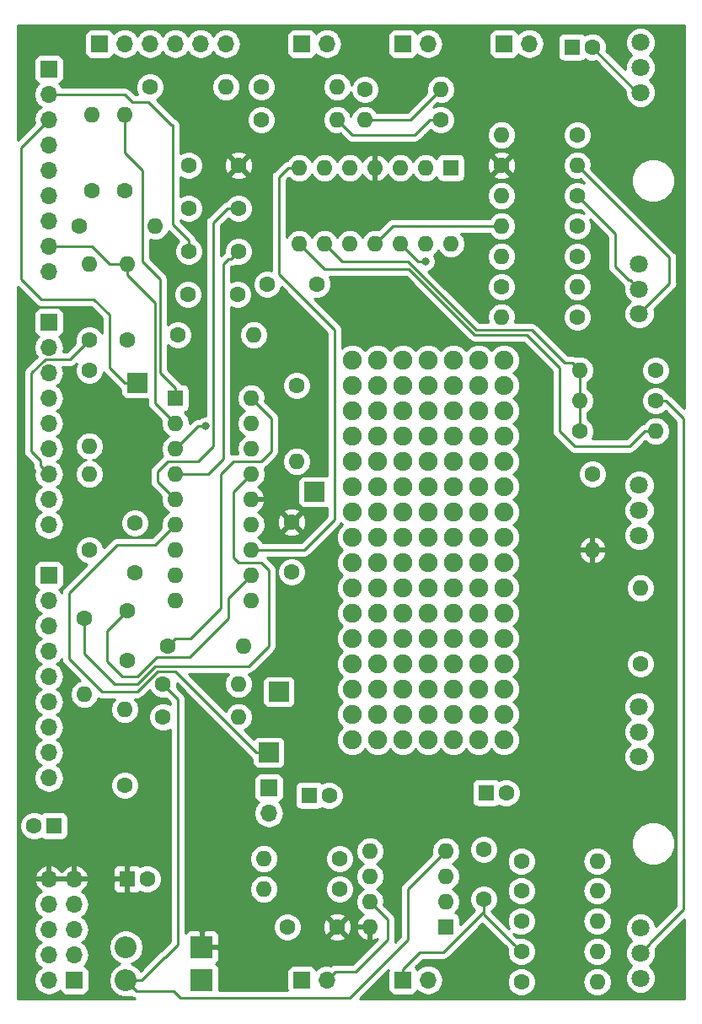
<source format=gbl>
G04 #@! TF.GenerationSoftware,KiCad,Pcbnew,(5.0.0-3-g5ebb6b6)*
G04 #@! TF.CreationDate,2019-04-25T19:55:12+02:00*
G04 #@! TF.ProjectId,pro3320,70726F333332302E6B696361645F7063,rev?*
G04 #@! TF.SameCoordinates,Original*
G04 #@! TF.FileFunction,Copper,L2,Bot,Signal*
G04 #@! TF.FilePolarity,Positive*
%FSLAX46Y46*%
G04 Gerber Fmt 4.6, Leading zero omitted, Abs format (unit mm)*
G04 Created by KiCad (PCBNEW (5.0.0-3-g5ebb6b6)) date Thursday 25 April 2019 19:55:12*
%MOMM*%
%LPD*%
G01*
G04 APERTURE LIST*
G04 #@! TA.AperFunction,ComponentPad*
%ADD10C,1.600000*%
G04 #@! TD*
G04 #@! TA.AperFunction,ComponentPad*
%ADD11R,1.600000X1.600000*%
G04 #@! TD*
G04 #@! TA.AperFunction,ComponentPad*
%ADD12R,1.700000X1.700000*%
G04 #@! TD*
G04 #@! TA.AperFunction,ComponentPad*
%ADD13O,1.700000X1.700000*%
G04 #@! TD*
G04 #@! TA.AperFunction,ComponentPad*
%ADD14O,1.600000X1.600000*%
G04 #@! TD*
G04 #@! TA.AperFunction,ComponentPad*
%ADD15O,2.200000X2.200000*%
G04 #@! TD*
G04 #@! TA.AperFunction,ComponentPad*
%ADD16R,2.200000X2.200000*%
G04 #@! TD*
G04 #@! TA.AperFunction,ComponentPad*
%ADD17C,1.800000*%
G04 #@! TD*
G04 #@! TA.AperFunction,ComponentPad*
%ADD18R,2.000000X2.000000*%
G04 #@! TD*
G04 #@! TA.AperFunction,ComponentPad*
%ADD19C,1.900000*%
G04 #@! TD*
G04 #@! TA.AperFunction,ViaPad*
%ADD20C,0.800000*%
G04 #@! TD*
G04 #@! TA.AperFunction,Conductor*
%ADD21C,0.250000*%
G04 #@! TD*
G04 #@! TA.AperFunction,Conductor*
%ADD22C,0.254000*%
G04 #@! TD*
G04 APERTURE END LIST*
D10*
G04 #@! TO.P,C1,2*
G04 #@! TO.N,Net-(C1-Pad2)*
X146018000Y-43500000D03*
D11*
G04 #@! TO.P,C1,1*
G04 #@! TO.N,Net-(C1-Pad1)*
X144018000Y-43500000D03*
G04 #@! TD*
D10*
G04 #@! TO.P,C2,1*
G04 #@! TO.N,Net-(C2-Pad1)*
X110490000Y-64008000D03*
G04 #@! TO.P,C2,2*
G04 #@! TO.N,Net-(C2-Pad2)*
X105490000Y-64008000D03*
G04 #@! TD*
G04 #@! TO.P,C3,2*
G04 #@! TO.N,Net-(C3-Pad2)*
X105490000Y-59690000D03*
G04 #@! TO.P,C3,1*
G04 #@! TO.N,Net-(C3-Pad1)*
X110490000Y-59690000D03*
G04 #@! TD*
D11*
G04 #@! TO.P,C4,1*
G04 #@! TO.N,+12V*
X99314000Y-127000000D03*
D10*
G04 #@! TO.P,C4,2*
G04 #@! TO.N,GND*
X101314000Y-127000000D03*
G04 #@! TD*
G04 #@! TO.P,C5,2*
G04 #@! TO.N,-12V*
X89916000Y-121666000D03*
D11*
G04 #@! TO.P,C5,1*
G04 #@! TO.N,GND*
X91916000Y-121666000D03*
G04 #@! TD*
D10*
G04 #@! TO.P,C6,2*
G04 #@! TO.N,GND*
X105490000Y-55372000D03*
G04 #@! TO.P,C6,1*
G04 #@! TO.N,+12V*
X110490000Y-55372000D03*
G04 #@! TD*
G04 #@! TO.P,C7,1*
G04 #@! TO.N,GND*
X118364000Y-67310000D03*
G04 #@! TO.P,C7,2*
G04 #@! TO.N,-12V*
X113364000Y-67310000D03*
G04 #@! TD*
G04 #@! TO.P,C8,2*
G04 #@! TO.N,GND*
X115824000Y-96186000D03*
G04 #@! TO.P,C8,1*
G04 #@! TO.N,+12V*
X115824000Y-91186000D03*
G04 #@! TD*
G04 #@! TO.P,C9,1*
G04 #@! TO.N,GND*
X100076000Y-96266000D03*
G04 #@! TO.P,C9,2*
G04 #@! TO.N,-12V*
X100076000Y-91266000D03*
G04 #@! TD*
G04 #@! TO.P,C12,2*
G04 #@! TO.N,Net-(C12-Pad2)*
X99314000Y-105076000D03*
G04 #@! TO.P,C12,1*
G04 #@! TO.N,Net-(C12-Pad1)*
X99314000Y-100076000D03*
G04 #@! TD*
G04 #@! TO.P,C13,1*
G04 #@! TO.N,Net-(C13-Pad1)*
X105410000Y-68326000D03*
G04 #@! TO.P,C13,2*
G04 #@! TO.N,Net-(C13-Pad2)*
X110410000Y-68326000D03*
G04 #@! TD*
D11*
G04 #@! TO.P,C14,1*
G04 #@! TO.N,Net-(C14-Pad1)*
X135382000Y-118364000D03*
D10*
G04 #@! TO.P,C14,2*
G04 #@! TO.N,Net-(C14-Pad2)*
X137382000Y-118364000D03*
G04 #@! TD*
D12*
G04 #@! TO.P,J4,1*
G04 #@! TO.N,-12V*
X93980000Y-137160000D03*
D13*
G04 #@! TO.P,J4,2*
X91440000Y-137160000D03*
G04 #@! TO.P,J4,3*
G04 #@! TO.N,GND*
X93980000Y-134620000D03*
G04 #@! TO.P,J4,4*
X91440000Y-134620000D03*
G04 #@! TO.P,J4,5*
X93980000Y-132080000D03*
G04 #@! TO.P,J4,6*
X91440000Y-132080000D03*
G04 #@! TO.P,J4,7*
X93980000Y-129540000D03*
G04 #@! TO.P,J4,8*
X91440000Y-129540000D03*
G04 #@! TO.P,J4,9*
G04 #@! TO.N,+12V*
X93980000Y-127000000D03*
G04 #@! TO.P,J4,10*
X91440000Y-127000000D03*
G04 #@! TD*
D14*
G04 #@! TO.P,R1,2*
G04 #@! TO.N,Net-(R1-Pad2)*
X144526000Y-55372000D03*
D10*
G04 #@! TO.P,R1,1*
G04 #@! TO.N,+12V*
X136906000Y-55372000D03*
G04 #@! TD*
G04 #@! TO.P,R2,1*
G04 #@! TO.N,GND*
X144526000Y-64516000D03*
D14*
G04 #@! TO.P,R2,2*
G04 #@! TO.N,Net-(R2-Pad2)*
X136906000Y-64516000D03*
G04 #@! TD*
G04 #@! TO.P,R3,2*
G04 #@! TO.N,-12V*
X136906000Y-61468000D03*
D10*
G04 #@! TO.P,R3,1*
G04 #@! TO.N,Net-(R2-Pad2)*
X144526000Y-61468000D03*
G04 #@! TD*
D14*
G04 #@! TO.P,R4,2*
G04 #@! TO.N,Net-(R10-Pad2)*
X136906000Y-58420000D03*
D10*
G04 #@! TO.P,R4,1*
G04 #@! TO.N,Net-(R4-Pad1)*
X144526000Y-58420000D03*
G04 #@! TD*
G04 #@! TO.P,R5,1*
G04 #@! TO.N,Net-(R5-Pad1)*
X150876000Y-105410000D03*
D14*
G04 #@! TO.P,R5,2*
G04 #@! TO.N,Net-(R10-Pad2)*
X150876000Y-97790000D03*
G04 #@! TD*
D10*
G04 #@! TO.P,R6,1*
G04 #@! TO.N,Net-(R2-Pad2)*
X144526000Y-52324000D03*
D14*
G04 #@! TO.P,R6,2*
G04 #@! TO.N,Net-(R10-Pad2)*
X136906000Y-52324000D03*
G04 #@! TD*
G04 #@! TO.P,R7,2*
G04 #@! TO.N,Net-(R7-Pad2)*
X130810000Y-47752000D03*
D10*
G04 #@! TO.P,R7,1*
G04 #@! TO.N,GND*
X123190000Y-47752000D03*
G04 #@! TD*
D14*
G04 #@! TO.P,R8,2*
G04 #@! TO.N,+12V*
X146050000Y-93980000D03*
D10*
G04 #@! TO.P,R8,1*
G04 #@! TO.N,Net-(R8-Pad1)*
X146050000Y-86360000D03*
G04 #@! TD*
D14*
G04 #@! TO.P,R9,2*
G04 #@! TO.N,Net-(R7-Pad2)*
X123190000Y-50800000D03*
D10*
G04 #@! TO.P,R9,1*
G04 #@! TO.N,Net-(R13-Pad2)*
X130810000Y-50800000D03*
G04 #@! TD*
G04 #@! TO.P,R10,1*
G04 #@! TO.N,Net-(R10-Pad1)*
X112776000Y-47498000D03*
D14*
G04 #@! TO.P,R10,2*
G04 #@! TO.N,Net-(R10-Pad2)*
X120396000Y-47498000D03*
G04 #@! TD*
G04 #@! TO.P,R11,2*
G04 #@! TO.N,Net-(R11-Pad2)*
X144780000Y-75946000D03*
D10*
G04 #@! TO.P,R11,1*
G04 #@! TO.N,Net-(R11-Pad1)*
X152400000Y-75946000D03*
G04 #@! TD*
D14*
G04 #@! TO.P,R12,2*
G04 #@! TO.N,Net-(R11-Pad2)*
X144780000Y-78994000D03*
D10*
G04 #@! TO.P,R12,1*
G04 #@! TO.N,Net-(R12-Pad1)*
X152400000Y-78994000D03*
G04 #@! TD*
G04 #@! TO.P,R13,1*
G04 #@! TO.N,Net-(R13-Pad1)*
X112776000Y-50800000D03*
D14*
G04 #@! TO.P,R13,2*
G04 #@! TO.N,Net-(R13-Pad2)*
X120396000Y-50800000D03*
G04 #@! TD*
D10*
G04 #@! TO.P,R14,1*
G04 #@! TO.N,Net-(R14-Pad1)*
X95758000Y-57912000D03*
D14*
G04 #@! TO.P,R14,2*
G04 #@! TO.N,Net-(R14-Pad2)*
X95758000Y-50292000D03*
G04 #@! TD*
D10*
G04 #@! TO.P,R15,1*
G04 #@! TO.N,Net-(R15-Pad1)*
X94488000Y-61468000D03*
D14*
G04 #@! TO.P,R15,2*
G04 #@! TO.N,-12V*
X102108000Y-61468000D03*
G04 #@! TD*
G04 #@! TO.P,R16,2*
G04 #@! TO.N,Net-(R13-Pad1)*
X109220000Y-47498000D03*
D10*
G04 #@! TO.P,R16,1*
G04 #@! TO.N,Net-(R16-Pad1)*
X101600000Y-47498000D03*
G04 #@! TD*
G04 #@! TO.P,R17,1*
G04 #@! TO.N,Net-(R11-Pad2)*
X144780000Y-82042000D03*
D14*
G04 #@! TO.P,R17,2*
G04 #@! TO.N,Net-(R17-Pad2)*
X152400000Y-82042000D03*
G04 #@! TD*
D10*
G04 #@! TO.P,R18,1*
G04 #@! TO.N,Net-(R17-Pad2)*
X144526000Y-70612000D03*
D14*
G04 #@! TO.P,R18,2*
G04 #@! TO.N,Net-(R18-Pad2)*
X136906000Y-70612000D03*
G04 #@! TD*
D10*
G04 #@! TO.P,R19,1*
G04 #@! TO.N,Net-(R14-Pad2)*
X99060000Y-57912000D03*
D14*
G04 #@! TO.P,R19,2*
G04 #@! TO.N,Net-(R19-Pad2)*
X99060000Y-50292000D03*
G04 #@! TD*
G04 #@! TO.P,R20,2*
G04 #@! TO.N,Net-(R20-Pad2)*
X99314000Y-65278000D03*
D10*
G04 #@! TO.P,R20,1*
G04 #@! TO.N,Net-(JP1-Pad1)*
X99314000Y-72898000D03*
G04 #@! TD*
G04 #@! TO.P,R21,1*
G04 #@! TO.N,-12V*
X102870000Y-107442000D03*
D14*
G04 #@! TO.P,R21,2*
G04 #@! TO.N,Net-(R21-Pad2)*
X110490000Y-107442000D03*
G04 #@! TD*
G04 #@! TO.P,R22,2*
G04 #@! TO.N,Net-(R18-Pad2)*
X144526000Y-67564000D03*
D10*
G04 #@! TO.P,R22,1*
G04 #@! TO.N,Net-(R22-Pad1)*
X136906000Y-67564000D03*
G04 #@! TD*
D14*
G04 #@! TO.P,R23,2*
G04 #@! TO.N,Net-(R22-Pad1)*
X112014000Y-72390000D03*
D10*
G04 #@! TO.P,R23,1*
G04 #@! TO.N,Net-(R23-Pad1)*
X104394000Y-72390000D03*
G04 #@! TD*
G04 #@! TO.P,R24,1*
G04 #@! TO.N,Net-(JP1-Pad1)*
X95504000Y-75946000D03*
D14*
G04 #@! TO.P,R24,2*
G04 #@! TO.N,Net-(R24-Pad2)*
X95504000Y-83566000D03*
G04 #@! TD*
G04 #@! TO.P,R25,2*
G04 #@! TO.N,-12V*
X95504000Y-65278000D03*
D10*
G04 #@! TO.P,R25,1*
G04 #@! TO.N,Net-(R25-Pad1)*
X95504000Y-72898000D03*
G04 #@! TD*
D14*
G04 #@! TO.P,R26,2*
G04 #@! TO.N,Net-(C14-Pad1)*
X110998000Y-103632000D03*
D10*
G04 #@! TO.P,R26,1*
G04 #@! TO.N,Net-(R26-Pad1)*
X103378000Y-103632000D03*
G04 #@! TD*
G04 #@! TO.P,R27,1*
G04 #@! TO.N,Net-(R27-Pad1)*
X102870000Y-110744000D03*
D14*
G04 #@! TO.P,R27,2*
G04 #@! TO.N,GND*
X110490000Y-110744000D03*
G04 #@! TD*
G04 #@! TO.P,R28,2*
G04 #@! TO.N,Net-(R28-Pad2)*
X116332000Y-85090000D03*
D10*
G04 #@! TO.P,R28,1*
G04 #@! TO.N,Net-(R28-Pad1)*
X116332000Y-77470000D03*
G04 #@! TD*
G04 #@! TO.P,R29,1*
G04 #@! TO.N,Net-(R29-Pad1)*
X99060000Y-117602000D03*
D14*
G04 #@! TO.P,R29,2*
G04 #@! TO.N,Net-(R27-Pad1)*
X99060000Y-109982000D03*
G04 #@! TD*
D10*
G04 #@! TO.P,R30,1*
G04 #@! TO.N,Net-(R30-Pad1)*
X95504000Y-93980000D03*
D14*
G04 #@! TO.P,R30,2*
G04 #@! TO.N,-12V*
X95504000Y-86360000D03*
G04 #@! TD*
D10*
G04 #@! TO.P,R31,1*
G04 #@! TO.N,Net-(R28-Pad2)*
X94996000Y-100838000D03*
D14*
G04 #@! TO.P,R31,2*
G04 #@! TO.N,Net-(R31-Pad2)*
X94996000Y-108458000D03*
G04 #@! TD*
G04 #@! TO.P,R32,2*
G04 #@! TO.N,GND*
X146526000Y-128196000D03*
D10*
G04 #@! TO.P,R32,1*
G04 #@! TO.N,Net-(R32-Pad1)*
X138906000Y-128196000D03*
G04 #@! TD*
G04 #@! TO.P,R36,1*
G04 #@! TO.N,Net-(R29-Pad1)*
X138906000Y-131244000D03*
D14*
G04 #@! TO.P,R36,2*
G04 #@! TO.N,Net-(R32-Pad1)*
X146526000Y-131244000D03*
G04 #@! TD*
G04 #@! TO.P,R40,2*
G04 #@! TO.N,Net-(R29-Pad1)*
X146526000Y-137340000D03*
D10*
G04 #@! TO.P,R40,1*
G04 #@! TO.N,Net-(J5-Pad2)*
X138906000Y-137340000D03*
G04 #@! TD*
G04 #@! TO.P,R44,1*
G04 #@! TO.N,GND*
X138906000Y-134292000D03*
D14*
G04 #@! TO.P,R44,2*
G04 #@! TO.N,Net-(J5-Pad2)*
X146526000Y-134292000D03*
G04 #@! TD*
G04 #@! TO.P,R48,2*
G04 #@! TO.N,GND*
X146526000Y-125222000D03*
D10*
G04 #@! TO.P,R48,1*
G04 #@! TO.N,Net-(C14-Pad2)*
X138906000Y-125222000D03*
G04 #@! TD*
D11*
G04 #@! TO.P,U1,1*
G04 #@! TO.N,Net-(R13-Pad2)*
X131826000Y-55626000D03*
D14*
G04 #@! TO.P,U1,8*
G04 #@! TO.N,Net-(R17-Pad2)*
X116586000Y-63246000D03*
G04 #@! TO.P,U1,2*
G04 #@! TO.N,Net-(R7-Pad2)*
X129286000Y-55626000D03*
G04 #@! TO.P,U1,9*
G04 #@! TO.N,Net-(R11-Pad2)*
X119126000Y-63246000D03*
G04 #@! TO.P,U1,3*
G04 #@! TO.N,Net-(RV4-Pad2)*
X126746000Y-55626000D03*
G04 #@! TO.P,U1,10*
G04 #@! TO.N,GND*
X121666000Y-63246000D03*
G04 #@! TO.P,U1,4*
G04 #@! TO.N,+12V*
X124206000Y-55626000D03*
G04 #@! TO.P,U1,11*
G04 #@! TO.N,-12V*
X124206000Y-63246000D03*
G04 #@! TO.P,U1,5*
G04 #@! TO.N,GND*
X121666000Y-55626000D03*
G04 #@! TO.P,U1,12*
X126746000Y-63246000D03*
G04 #@! TO.P,U1,6*
G04 #@! TO.N,Net-(R10-Pad2)*
X119126000Y-55626000D03*
G04 #@! TO.P,U1,13*
G04 #@! TO.N,Net-(R18-Pad2)*
X129286000Y-63246000D03*
G04 #@! TO.P,U1,7*
G04 #@! TO.N,Net-(R10-Pad1)*
X116586000Y-55626000D03*
G04 #@! TO.P,U1,14*
G04 #@! TO.N,Net-(R22-Pad1)*
X131826000Y-63246000D03*
G04 #@! TD*
D11*
G04 #@! TO.P,U2,1*
G04 #@! TO.N,Net-(R19-Pad2)*
X104140000Y-78740000D03*
D14*
G04 #@! TO.P,U2,10*
G04 #@! TO.N,Net-(C14-Pad1)*
X111760000Y-99060000D03*
G04 #@! TO.P,U2,2*
G04 #@! TO.N,Net-(R20-Pad2)*
X104140000Y-81280000D03*
G04 #@! TO.P,U2,11*
G04 #@! TO.N,Net-(C12-Pad1)*
X111760000Y-96520000D03*
G04 #@! TO.P,U2,3*
G04 #@! TO.N,GND*
X104140000Y-83820000D03*
G04 #@! TO.P,U2,12*
G04 #@! TO.N,Net-(R10-Pad1)*
X111760000Y-93980000D03*
G04 #@! TO.P,U2,4*
G04 #@! TO.N,Net-(C2-Pad1)*
X104140000Y-86360000D03*
G04 #@! TO.P,U2,13*
G04 #@! TO.N,Net-(R21-Pad2)*
X111760000Y-91440000D03*
G04 #@! TO.P,U2,5*
G04 #@! TO.N,Net-(C3-Pad1)*
X104140000Y-88900000D03*
G04 #@! TO.P,U2,14*
G04 #@! TO.N,+12V*
X111760000Y-88900000D03*
G04 #@! TO.P,U2,6*
G04 #@! TO.N,Net-(JP1-Pad1)*
X104140000Y-91440000D03*
G04 #@! TO.P,U2,15*
G04 #@! TO.N,Net-(R28-Pad2)*
X111760000Y-86360000D03*
G04 #@! TO.P,U2,7*
G04 #@! TO.N,Net-(R14-Pad2)*
X104140000Y-93980000D03*
G04 #@! TO.P,U2,16*
G04 #@! TO.N,Net-(C13-Pad2)*
X111760000Y-83820000D03*
G04 #@! TO.P,U2,8*
G04 #@! TO.N,Net-(R27-Pad1)*
X104140000Y-96520000D03*
G04 #@! TO.P,U2,17*
G04 #@! TO.N,Net-(R28-Pad1)*
X111760000Y-81280000D03*
G04 #@! TO.P,U2,9*
G04 #@! TO.N,Net-(R23-Pad1)*
X104140000Y-99060000D03*
G04 #@! TO.P,U2,18*
G04 #@! TO.N,Net-(R26-Pad1)*
X111760000Y-78740000D03*
G04 #@! TD*
D15*
G04 #@! TO.P,D1,2*
G04 #@! TO.N,GND*
X99187000Y-133858000D03*
D16*
G04 #@! TO.P,D1,1*
G04 #@! TO.N,+12V*
X106807000Y-133858000D03*
G04 #@! TD*
G04 #@! TO.P,D2,1*
G04 #@! TO.N,GND*
X106807000Y-137160000D03*
D15*
G04 #@! TO.P,D2,2*
G04 #@! TO.N,-12V*
X99187000Y-137160000D03*
G04 #@! TD*
D17*
G04 #@! TO.P,RV1,3*
G04 #@! TO.N,Net-(R1-Pad2)*
X150749000Y-70278000D03*
G04 #@! TO.P,RV1,2*
G04 #@! TO.N,Net-(R4-Pad1)*
X150749000Y-67778000D03*
G04 #@! TO.P,RV1,1*
G04 #@! TO.N,GND*
X150749000Y-65278000D03*
G04 #@! TD*
G04 #@! TO.P,RV2,1*
G04 #@! TO.N,GND*
X150749000Y-109728000D03*
G04 #@! TO.P,RV2,2*
G04 #@! TO.N,Net-(R5-Pad1)*
X150749000Y-112228000D03*
G04 #@! TO.P,RV2,3*
G04 #@! TO.N,Net-(J3-Pad2)*
X150749000Y-114728000D03*
G04 #@! TD*
G04 #@! TO.P,RV3,1*
G04 #@! TO.N,GND*
X150876000Y-131953000D03*
G04 #@! TO.P,RV3,2*
G04 #@! TO.N,Net-(R12-Pad1)*
X150876000Y-134453000D03*
G04 #@! TO.P,RV3,3*
G04 #@! TO.N,Net-(J1-Pad2)*
X150876000Y-136953000D03*
G04 #@! TD*
G04 #@! TO.P,RV4,3*
G04 #@! TO.N,Net-(C1-Pad2)*
X150876000Y-48053000D03*
G04 #@! TO.P,RV4,2*
G04 #@! TO.N,Net-(RV4-Pad2)*
X150876000Y-45553000D03*
G04 #@! TO.P,RV4,1*
G04 #@! TO.N,GND*
X150876000Y-43053000D03*
G04 #@! TD*
G04 #@! TO.P,RV5,3*
G04 #@! TO.N,Net-(R8-Pad1)*
X150749000Y-92503000D03*
G04 #@! TO.P,RV5,2*
G04 #@! TO.N,Net-(R11-Pad1)*
X150749000Y-90003000D03*
G04 #@! TO.P,RV5,1*
G04 #@! TO.N,GND*
X150749000Y-87503000D03*
G04 #@! TD*
D13*
G04 #@! TO.P,SW1,9*
G04 #@! TO.N,N/C*
X91440000Y-66040000D03*
G04 #@! TO.P,SW1,8*
G04 #@! TO.N,Net-(R20-Pad2)*
X91440000Y-63500000D03*
G04 #@! TO.P,SW1,7*
G04 #@! TO.N,Net-(R15-Pad1)*
X91440000Y-60960000D03*
G04 #@! TO.P,SW1,6*
G04 #@! TO.N,N/C*
X91440000Y-58420000D03*
G04 #@! TO.P,SW1,5*
G04 #@! TO.N,Net-(R14-Pad1)*
X91440000Y-55880000D03*
G04 #@! TO.P,SW1,4*
G04 #@! TO.N,Net-(R20-Pad2)*
X91440000Y-53340000D03*
G04 #@! TO.P,SW1,3*
G04 #@! TO.N,Net-(R14-Pad2)*
X91440000Y-50800000D03*
G04 #@! TO.P,SW1,2*
G04 #@! TO.N,Net-(C2-Pad2)*
X91440000Y-48260000D03*
D12*
G04 #@! TO.P,SW1,1*
G04 #@! TO.N,GND*
X91440000Y-45720000D03*
G04 #@! TD*
G04 #@! TO.P,SW2,1*
G04 #@! TO.N,Net-(R19-Pad2)*
X96520000Y-43180000D03*
D13*
G04 #@! TO.P,SW2,2*
G04 #@! TO.N,Net-(R16-Pad1)*
X99060000Y-43180000D03*
G04 #@! TO.P,SW2,3*
G04 #@! TO.N,N/C*
X101600000Y-43180000D03*
G04 #@! TO.P,SW2,4*
G04 #@! TO.N,GND*
X104140000Y-43180000D03*
G04 #@! TO.P,SW2,5*
G04 #@! TO.N,Net-(C3-Pad2)*
X106680000Y-43180000D03*
G04 #@! TO.P,SW2,6*
G04 #@! TO.N,Net-(R13-Pad1)*
X109220000Y-43180000D03*
G04 #@! TD*
D12*
G04 #@! TO.P,SW3,1*
G04 #@! TO.N,GND*
X91440000Y-71120000D03*
D13*
G04 #@! TO.P,SW3,2*
G04 #@! TO.N,Net-(C13-Pad1)*
X91440000Y-73660000D03*
G04 #@! TO.P,SW3,3*
G04 #@! TO.N,Net-(JP1-Pad1)*
X91440000Y-76200000D03*
G04 #@! TO.P,SW3,4*
G04 #@! TO.N,Net-(R28-Pad1)*
X91440000Y-78740000D03*
G04 #@! TO.P,SW3,5*
G04 #@! TO.N,Net-(R24-Pad2)*
X91440000Y-81280000D03*
G04 #@! TO.P,SW3,6*
G04 #@! TO.N,N/C*
X91440000Y-83820000D03*
G04 #@! TO.P,SW3,7*
G04 #@! TO.N,Net-(R25-Pad1)*
X91440000Y-86360000D03*
G04 #@! TO.P,SW3,8*
G04 #@! TO.N,Net-(R28-Pad1)*
X91440000Y-88900000D03*
G04 #@! TO.P,SW3,9*
G04 #@! TO.N,N/C*
X91440000Y-91440000D03*
G04 #@! TD*
D12*
G04 #@! TO.P,SW4,1*
G04 #@! TO.N,GND*
X91440000Y-96520000D03*
D13*
G04 #@! TO.P,SW4,2*
G04 #@! TO.N,Net-(C12-Pad2)*
X91440000Y-99060000D03*
G04 #@! TO.P,SW4,3*
G04 #@! TO.N,Net-(R28-Pad2)*
X91440000Y-101600000D03*
G04 #@! TO.P,SW4,4*
G04 #@! TO.N,Net-(R30-Pad1)*
X91440000Y-104140000D03*
G04 #@! TO.P,SW4,5*
G04 #@! TO.N,Net-(R26-Pad1)*
X91440000Y-106680000D03*
G04 #@! TO.P,SW4,6*
G04 #@! TO.N,N/C*
X91440000Y-109220000D03*
G04 #@! TO.P,SW4,7*
G04 #@! TO.N,Net-(R26-Pad1)*
X91440000Y-111760000D03*
G04 #@! TO.P,SW4,8*
G04 #@! TO.N,Net-(R31-Pad2)*
X91440000Y-114300000D03*
G04 #@! TO.P,SW4,9*
G04 #@! TO.N,N/C*
X91440000Y-116840000D03*
G04 #@! TD*
D11*
G04 #@! TO.P,C10,1*
G04 #@! TO.N,Net-(C10-Pad1)*
X117602000Y-118618000D03*
D10*
G04 #@! TO.P,C10,2*
G04 #@! TO.N,Net-(C10-Pad2)*
X119602000Y-118618000D03*
G04 #@! TD*
D12*
G04 #@! TO.P,JP1,1*
G04 #@! TO.N,Net-(JP1-Pad1)*
X113538000Y-117856000D03*
D13*
G04 #@! TO.P,JP1,2*
G04 #@! TO.N,Net-(C10-Pad1)*
X113538000Y-120396000D03*
G04 #@! TD*
D14*
G04 #@! TO.P,R33,2*
G04 #@! TO.N,GND*
X113030000Y-124968000D03*
D10*
G04 #@! TO.P,R33,1*
G04 #@! TO.N,Net-(R33-Pad1)*
X120650000Y-124968000D03*
G04 #@! TD*
G04 #@! TO.P,R34,1*
G04 #@! TO.N,Net-(J6-Pad2)*
X120650000Y-128016000D03*
D14*
G04 #@! TO.P,R34,2*
G04 #@! TO.N,Net-(R33-Pad1)*
X113030000Y-128016000D03*
G04 #@! TD*
D11*
G04 #@! TO.P,U3,1*
G04 #@! TO.N,Net-(R29-Pad1)*
X131318000Y-131826000D03*
D14*
G04 #@! TO.P,U3,5*
G04 #@! TO.N,Net-(C10-Pad2)*
X123698000Y-124206000D03*
G04 #@! TO.P,U3,2*
G04 #@! TO.N,Net-(R32-Pad1)*
X131318000Y-129286000D03*
G04 #@! TO.P,U3,6*
G04 #@! TO.N,Net-(R33-Pad1)*
X123698000Y-126746000D03*
G04 #@! TO.P,U3,3*
G04 #@! TO.N,Net-(C14-Pad2)*
X131318000Y-126746000D03*
G04 #@! TO.P,U3,7*
G04 #@! TO.N,Net-(J6-Pad2)*
X123698000Y-129286000D03*
G04 #@! TO.P,U3,4*
G04 #@! TO.N,-12V*
X131318000Y-124206000D03*
G04 #@! TO.P,U3,8*
G04 #@! TO.N,+12V*
X123698000Y-131826000D03*
G04 #@! TD*
D18*
G04 #@! TO.P,TP1,1*
G04 #@! TO.N,Net-(R14-Pad2)*
X100330000Y-77216000D03*
G04 #@! TD*
G04 #@! TO.P,TP2,1*
G04 #@! TO.N,Net-(JP1-Pad1)*
X113538000Y-114300000D03*
G04 #@! TD*
G04 #@! TO.P,TP3,1*
G04 #@! TO.N,Net-(R28-Pad2)*
X118110000Y-88138000D03*
G04 #@! TD*
G04 #@! TO.P,TP4,1*
G04 #@! TO.N,Net-(C14-Pad1)*
X114554000Y-108204000D03*
G04 #@! TD*
D10*
G04 #@! TO.P,C11,2*
G04 #@! TO.N,GND*
X115396000Y-131826000D03*
G04 #@! TO.P,C11,1*
G04 #@! TO.N,+12V*
X120396000Y-131826000D03*
G04 #@! TD*
G04 #@! TO.P,C15,1*
G04 #@! TO.N,GND*
X135128000Y-129032000D03*
G04 #@! TO.P,C15,2*
G04 #@! TO.N,-12V*
X135128000Y-124032000D03*
G04 #@! TD*
D13*
G04 #@! TO.P,J1,2*
G04 #@! TO.N,Net-(J1-Pad2)*
X119380000Y-43180000D03*
D12*
G04 #@! TO.P,J1,1*
G04 #@! TO.N,GND*
X116840000Y-43180000D03*
G04 #@! TD*
G04 #@! TO.P,J2,1*
G04 #@! TO.N,GND*
X137160000Y-43180000D03*
D13*
G04 #@! TO.P,J2,2*
G04 #@! TO.N,Net-(C1-Pad1)*
X139700000Y-43180000D03*
G04 #@! TD*
G04 #@! TO.P,J3,2*
G04 #@! TO.N,Net-(J3-Pad2)*
X129540000Y-43180000D03*
D12*
G04 #@! TO.P,J3,1*
G04 #@! TO.N,GND*
X127000000Y-43180000D03*
G04 #@! TD*
G04 #@! TO.P,J5,1*
G04 #@! TO.N,GND*
X127000000Y-137160000D03*
D13*
G04 #@! TO.P,J5,2*
G04 #@! TO.N,Net-(J5-Pad2)*
X129540000Y-137160000D03*
G04 #@! TD*
D12*
G04 #@! TO.P,J6,1*
G04 #@! TO.N,GND*
X116840000Y-137160000D03*
D13*
G04 #@! TO.P,J6,2*
G04 #@! TO.N,Net-(J6-Pad2)*
X119380000Y-137160000D03*
G04 #@! TD*
D19*
G04 #@! TO.P,REF\002A\002A,1*
G04 #@! TO.N,N/C*
X129540000Y-74930000D03*
X129540000Y-77470000D03*
X129540000Y-80010000D03*
X129540000Y-82550000D03*
X129540000Y-85090000D03*
X129540000Y-87630000D03*
X129540000Y-90170000D03*
X129540000Y-92710000D03*
X129540000Y-95250000D03*
X129540000Y-97790000D03*
X127000000Y-97790000D03*
X127000000Y-95250000D03*
X127000000Y-92710000D03*
X127000000Y-90170000D03*
X127000000Y-87630000D03*
X127000000Y-85090000D03*
X127000000Y-82550000D03*
X127000000Y-80010000D03*
X127000000Y-77470000D03*
X127000000Y-74930000D03*
X124460000Y-74930000D03*
X124460000Y-77470000D03*
X124460000Y-80010000D03*
X124460000Y-82550000D03*
X124460000Y-85090000D03*
X124460000Y-87630000D03*
X124460000Y-90170000D03*
X124460000Y-92710000D03*
X124460000Y-95250000D03*
X124460000Y-97790000D03*
X121920000Y-97790000D03*
X121920000Y-95250000D03*
X121920000Y-92710000D03*
X121920000Y-90170000D03*
X121920000Y-87630000D03*
X121920000Y-85090000D03*
X121920000Y-82550000D03*
X121920000Y-80010000D03*
X121920000Y-77470000D03*
X121920000Y-74930000D03*
X132080000Y-87630000D03*
X132080000Y-90170000D03*
X132080000Y-95250000D03*
X132080000Y-97790000D03*
X134620000Y-97790000D03*
X134620000Y-95250000D03*
X134620000Y-92710000D03*
X137160000Y-97790000D03*
X134620000Y-90170000D03*
X134620000Y-82550000D03*
X134620000Y-85090000D03*
X137160000Y-95250000D03*
X137160000Y-92710000D03*
X137160000Y-87630000D03*
X137160000Y-85090000D03*
X137160000Y-90170000D03*
X134620000Y-87630000D03*
X137160000Y-82550000D03*
X137160000Y-80010000D03*
X137160000Y-77470000D03*
X137160000Y-74930000D03*
X134620000Y-74930000D03*
X134620000Y-77470000D03*
X134620000Y-80010000D03*
X132080000Y-85090000D03*
X132080000Y-74930000D03*
X132080000Y-77470000D03*
X132080000Y-80010000D03*
X132080000Y-82550000D03*
X132080000Y-92710000D03*
X121920000Y-105410000D03*
X121920000Y-107950000D03*
X121920000Y-113030000D03*
X129540000Y-107950000D03*
X132080000Y-113030000D03*
X124460000Y-113030000D03*
X124460000Y-110490000D03*
X129540000Y-102870000D03*
X124460000Y-107950000D03*
X124460000Y-100330000D03*
X129540000Y-110490000D03*
X124460000Y-102870000D03*
X132080000Y-102870000D03*
X132080000Y-107950000D03*
X129540000Y-100330000D03*
X127000000Y-113030000D03*
X127000000Y-110490000D03*
X127000000Y-105410000D03*
X127000000Y-102870000D03*
X137160000Y-105410000D03*
X127000000Y-107950000D03*
X124460000Y-105410000D03*
X134620000Y-113030000D03*
X137160000Y-100330000D03*
X137160000Y-102870000D03*
X127000000Y-100330000D03*
X134620000Y-102870000D03*
X134620000Y-110490000D03*
X132080000Y-110490000D03*
X132080000Y-105410000D03*
X137160000Y-107950000D03*
X121920000Y-102870000D03*
X132080000Y-100330000D03*
X129540000Y-113030000D03*
X137160000Y-113030000D03*
X129540000Y-105410000D03*
X121920000Y-100330000D03*
X121920000Y-110490000D03*
X134620000Y-100330000D03*
X134620000Y-107950000D03*
X137160000Y-110490000D03*
X134620000Y-105410000D03*
G04 #@! TD*
D20*
G04 #@! TO.N,GND*
X107188000Y-81534000D03*
X129286000Y-65024000D03*
G04 #@! TD*
D21*
G04 #@! TO.N,Net-(C1-Pad2)*
X150571000Y-48053000D02*
X150876000Y-48053000D01*
X146018000Y-43500000D02*
X150571000Y-48053000D01*
G04 #@! TO.N,Net-(C2-Pad1)*
X107442000Y-86360000D02*
X104140000Y-86360000D01*
X109436001Y-64807999D02*
X108966000Y-65278000D01*
X110490000Y-64008000D02*
X109690001Y-64807999D01*
X108966000Y-84836000D02*
X107442000Y-86360000D01*
X108966000Y-65278000D02*
X108966000Y-84836000D01*
X109690001Y-64807999D02*
X109436001Y-64807999D01*
G04 #@! TO.N,Net-(C2-Pad2)*
X105490000Y-62876630D02*
X103886000Y-61272630D01*
X105490000Y-64008000D02*
X105490000Y-62876630D01*
X103886000Y-61272630D02*
X103886000Y-51308000D01*
X103744998Y-51308000D02*
X101458998Y-49022000D01*
X103886000Y-51308000D02*
X103744998Y-51308000D01*
X101458998Y-49022000D02*
X99822000Y-49022000D01*
X99060000Y-48260000D02*
X91440000Y-48260000D01*
X99822000Y-49022000D02*
X99060000Y-48260000D01*
G04 #@! TO.N,Net-(C3-Pad1)*
X102362000Y-87122000D02*
X104140000Y-88900000D01*
X103378000Y-85090000D02*
X102362000Y-86106000D01*
X110490000Y-59690000D02*
X109358630Y-59690000D01*
X106426000Y-85090000D02*
X103378000Y-85090000D01*
X102362000Y-86106000D02*
X102362000Y-87122000D01*
X107950000Y-83566000D02*
X106426000Y-85090000D01*
X107950000Y-61098630D02*
X107950000Y-83566000D01*
X109358630Y-59690000D02*
X107950000Y-61098630D01*
G04 #@! TO.N,GND*
X127000000Y-136060000D02*
X128694000Y-134366000D01*
X127000000Y-137160000D02*
X127000000Y-136060000D01*
X128694000Y-134366000D02*
X131064000Y-134366000D01*
X135128000Y-130302000D02*
X135128000Y-129032000D01*
X131064000Y-134366000D02*
X135128000Y-130302000D01*
X138106001Y-133492001D02*
X138064001Y-133492001D01*
X138906000Y-134292000D02*
X138106001Y-133492001D01*
X135128000Y-130556000D02*
X135128000Y-129032000D01*
X138064001Y-133492001D02*
X135128000Y-130556000D01*
X106426000Y-81534000D02*
X107188000Y-81534000D01*
X104140000Y-83820000D02*
X106426000Y-81534000D01*
X128524000Y-65024000D02*
X126746000Y-63246000D01*
X129286000Y-65024000D02*
X128524000Y-65024000D01*
G04 #@! TO.N,-12V*
X100286999Y-138259999D02*
X103969999Y-138259999D01*
X99187000Y-137160000D02*
X100286999Y-138259999D01*
X103969999Y-138259999D02*
X104648000Y-138938000D01*
X104648000Y-138938000D02*
X121666000Y-138938000D01*
X121666000Y-138938000D02*
X127508000Y-133096000D01*
X127508000Y-128016000D02*
X131318000Y-124206000D01*
X127508000Y-133096000D02*
X127508000Y-128016000D01*
X104394000Y-108966000D02*
X102870000Y-107442000D01*
X103124000Y-134874000D02*
X104394000Y-133604000D01*
X104394000Y-133604000D02*
X104394000Y-108966000D01*
X103028634Y-134874000D02*
X103124000Y-134874000D01*
X100742634Y-137160000D02*
X103028634Y-134874000D01*
X99187000Y-137160000D02*
X100742634Y-137160000D01*
X125984000Y-61468000D02*
X124206000Y-63246000D01*
X136906000Y-61468000D02*
X125984000Y-61468000D01*
G04 #@! TO.N,Net-(C12-Pad1)*
X102252999Y-104757001D02*
X105554999Y-104757001D01*
X109474000Y-98806000D02*
X111760000Y-96520000D01*
X105554999Y-104757001D02*
X109474000Y-100838000D01*
X100330000Y-106680000D02*
X102252999Y-104757001D01*
X98806000Y-106680000D02*
X100330000Y-106680000D01*
X109474000Y-100838000D02*
X109474000Y-98806000D01*
X97282000Y-105156000D02*
X98806000Y-106680000D01*
X97282000Y-102108000D02*
X97282000Y-105156000D01*
X99314000Y-100076000D02*
X97282000Y-102108000D01*
G04 #@! TO.N,Net-(R1-Pad2)*
X145325999Y-56171999D02*
X144526000Y-55372000D01*
X153797000Y-64643000D02*
X145325999Y-56171999D01*
X153797000Y-67230000D02*
X153797000Y-64643000D01*
X150749000Y-70278000D02*
X153797000Y-67230000D01*
G04 #@! TO.N,Net-(R4-Pad1)*
X149849001Y-66878001D02*
X149682001Y-66878001D01*
X150749000Y-67778000D02*
X149849001Y-66878001D01*
X149682001Y-66878001D02*
X148336000Y-65532000D01*
X148336000Y-62230000D02*
X144526000Y-58420000D01*
X148336000Y-65532000D02*
X148336000Y-62230000D01*
G04 #@! TO.N,Net-(R7-Pad2)*
X127762000Y-50800000D02*
X130810000Y-47752000D01*
X123190000Y-50800000D02*
X127762000Y-50800000D01*
G04 #@! TO.N,Net-(R13-Pad2)*
X129678630Y-50800000D02*
X128154630Y-52324000D01*
X130810000Y-50800000D02*
X129678630Y-50800000D01*
X121920000Y-52324000D02*
X120396000Y-50800000D01*
X128154630Y-52324000D02*
X121920000Y-52324000D01*
G04 #@! TO.N,Net-(R10-Pad1)*
X115454630Y-55626000D02*
X114554000Y-56526630D01*
X116586000Y-55626000D02*
X115454630Y-55626000D01*
X114554000Y-56526630D02*
X114554000Y-66294000D01*
X114554000Y-66294000D02*
X120142000Y-71882000D01*
X120142000Y-71882000D02*
X120142000Y-90932000D01*
X117094000Y-93980000D02*
X111760000Y-93980000D01*
X120142000Y-90932000D02*
X117094000Y-93980000D01*
G04 #@! TO.N,Net-(R11-Pad2)*
X144780000Y-75946000D02*
X144780000Y-78994000D01*
X144780000Y-78994000D02*
X144780000Y-82042000D01*
X120904000Y-65024000D02*
X119126000Y-63246000D01*
X134366000Y-71882000D02*
X127508000Y-65024000D01*
X139954000Y-71882000D02*
X134366000Y-71882000D01*
X127508000Y-65024000D02*
X120904000Y-65024000D01*
X143256000Y-75184000D02*
X139954000Y-71882000D01*
X144018000Y-75184000D02*
X143256000Y-75184000D01*
X144780000Y-75946000D02*
X144018000Y-75184000D01*
G04 #@! TO.N,Net-(R12-Pad1)*
X151775999Y-133553001D02*
X151775999Y-133466001D01*
X150876000Y-134453000D02*
X151775999Y-133553001D01*
X151775999Y-133466001D02*
X155194000Y-130048000D01*
X155194000Y-130048000D02*
X155194000Y-80772000D01*
X155194000Y-80772000D02*
X153416000Y-78994000D01*
X152400000Y-78994000D02*
X153416000Y-78994000D01*
G04 #@! TO.N,Net-(R17-Pad2)*
X144272000Y-83566000D02*
X142748000Y-82042000D01*
X142748000Y-82042000D02*
X142748000Y-75692000D01*
X142748000Y-75692000D02*
X139446000Y-72390000D01*
X134237590Y-72390000D02*
X127633590Y-65786000D01*
X139446000Y-72390000D02*
X134237590Y-72390000D01*
X119126000Y-65786000D02*
X116586000Y-63246000D01*
X127633590Y-65786000D02*
X119126000Y-65786000D01*
X151268630Y-82042000D02*
X149744630Y-83566000D01*
X149744630Y-83566000D02*
X144272000Y-83566000D01*
X152400000Y-82042000D02*
X151268630Y-82042000D01*
G04 #@! TO.N,Net-(R19-Pad2)*
X99060000Y-50292000D02*
X99060000Y-54102000D01*
X99060000Y-54102000D02*
X100838000Y-55880000D01*
X100838000Y-55880000D02*
X100838000Y-65024000D01*
X100838000Y-65024000D02*
X102616000Y-66802000D01*
X104140000Y-77690000D02*
X104140000Y-78740000D01*
X102616000Y-76166000D02*
X104140000Y-77690000D01*
X102616000Y-66802000D02*
X102616000Y-76166000D01*
G04 #@! TO.N,Net-(R20-Pad2)*
X91440000Y-63500000D02*
X95758000Y-63500000D01*
X97536000Y-65278000D02*
X99314000Y-65278000D01*
X95758000Y-63500000D02*
X97536000Y-65278000D01*
X99314000Y-66409370D02*
X102108000Y-69203370D01*
X99314000Y-65278000D02*
X99314000Y-66409370D01*
X102108000Y-79248000D02*
X104140000Y-81280000D01*
X102108000Y-69203370D02*
X102108000Y-79248000D01*
G04 #@! TO.N,Net-(R25-Pad1)*
X93566999Y-74835001D02*
X95504000Y-72898000D01*
X89662000Y-84074000D02*
X89662000Y-76238998D01*
X90590001Y-85002001D02*
X89662000Y-84074000D01*
X89662000Y-76238998D02*
X91065997Y-74835001D01*
X90590001Y-85510001D02*
X90590001Y-85002001D01*
X91065997Y-74835001D02*
X93566999Y-74835001D01*
X91440000Y-86360000D02*
X90590001Y-85510001D01*
G04 #@! TO.N,Net-(R26-Pad1)*
X104177999Y-102832001D02*
X105701999Y-102832001D01*
X103378000Y-103632000D02*
X104177999Y-102832001D01*
X105701999Y-102832001D02*
X108712000Y-99822000D01*
X108712000Y-99822000D02*
X108712000Y-86360000D01*
X108712000Y-86360000D02*
X109982000Y-85090000D01*
X109982000Y-85090000D02*
X112776000Y-85090000D01*
X112776000Y-85090000D02*
X113792000Y-84074000D01*
X113792000Y-80772000D02*
X112014000Y-78994000D01*
X113792000Y-84074000D02*
X113792000Y-80772000D01*
X112014000Y-78994000D02*
X111760000Y-78740000D01*
G04 #@! TO.N,Net-(R14-Pad2)*
X88646000Y-53594000D02*
X91440000Y-50800000D01*
X88646000Y-66802000D02*
X88646000Y-53594000D01*
X95973002Y-68834000D02*
X90678000Y-68834000D01*
X97536000Y-70396998D02*
X95973002Y-68834000D01*
X97536000Y-75672000D02*
X97536000Y-70396998D01*
X90678000Y-68834000D02*
X88646000Y-66802000D01*
X99080000Y-77216000D02*
X97536000Y-75672000D01*
X100330000Y-77216000D02*
X99080000Y-77216000D01*
G04 #@! TO.N,Net-(R28-Pad2)*
X94996000Y-100838000D02*
X94996000Y-104394000D01*
X94996000Y-104394000D02*
X98044000Y-107442000D01*
X98044000Y-107442000D02*
X100330000Y-107442000D01*
X100330000Y-107442000D02*
X102108000Y-105664000D01*
X102108000Y-105664000D02*
X111506000Y-105664000D01*
X111506000Y-105664000D02*
X113538000Y-103632000D01*
X113538000Y-103632000D02*
X113538000Y-96012000D01*
X113538000Y-96012000D02*
X112776000Y-95250000D01*
X112776000Y-95250000D02*
X110490000Y-95250000D01*
X110490000Y-95250000D02*
X109982000Y-94742000D01*
X109982000Y-88138000D02*
X111760000Y-86360000D01*
X109982000Y-94742000D02*
X109982000Y-88138000D01*
G04 #@! TO.N,Net-(JP1-Pad1)*
X98298000Y-93472000D02*
X102108000Y-93472000D01*
X93472000Y-98298000D02*
X98298000Y-93472000D01*
X93472000Y-104902000D02*
X93472000Y-98298000D01*
X96774000Y-108204000D02*
X93472000Y-104902000D01*
X104160000Y-106172000D02*
X102362000Y-106172000D01*
X100330000Y-108204000D02*
X96774000Y-108204000D01*
X102108000Y-93472000D02*
X104140000Y-91440000D01*
X113538000Y-114300000D02*
X112288000Y-114300000D01*
X102362000Y-106172000D02*
X100330000Y-108204000D01*
X112288000Y-114300000D02*
X104160000Y-106172000D01*
G04 #@! TO.N,Net-(J6-Pad2)*
X120229999Y-136310001D02*
X122261999Y-136310001D01*
X119380000Y-137160000D02*
X120229999Y-136310001D01*
X122261999Y-136310001D02*
X125476000Y-133096000D01*
X125476000Y-131064000D02*
X123698000Y-129286000D01*
X125476000Y-133096000D02*
X125476000Y-131064000D01*
G04 #@! TD*
D22*
G04 #@! TO.N,+12V*
G36*
X90087670Y-69318472D02*
X90130071Y-69381929D01*
X90381463Y-69549904D01*
X90603148Y-69594000D01*
X90603153Y-69594000D01*
X90678000Y-69608888D01*
X90752847Y-69594000D01*
X95658201Y-69594000D01*
X96776001Y-70711801D01*
X96776001Y-72219046D01*
X96720534Y-72085138D01*
X96316862Y-71681466D01*
X95789439Y-71463000D01*
X95218561Y-71463000D01*
X94691138Y-71681466D01*
X94287466Y-72085138D01*
X94069000Y-72612561D01*
X94069000Y-73183439D01*
X94090897Y-73236302D01*
X93252198Y-74075001D01*
X92871543Y-74075001D01*
X92954092Y-73660000D01*
X92838839Y-73080582D01*
X92510625Y-72589375D01*
X92492381Y-72577184D01*
X92537765Y-72568157D01*
X92747809Y-72427809D01*
X92888157Y-72217765D01*
X92937440Y-71970000D01*
X92937440Y-70270000D01*
X92888157Y-70022235D01*
X92747809Y-69812191D01*
X92537765Y-69671843D01*
X92290000Y-69622560D01*
X90590000Y-69622560D01*
X90342235Y-69671843D01*
X90132191Y-69812191D01*
X89991843Y-70022235D01*
X89942560Y-70270000D01*
X89942560Y-71970000D01*
X89991843Y-72217765D01*
X90132191Y-72427809D01*
X90342235Y-72568157D01*
X90387619Y-72577184D01*
X90369375Y-72589375D01*
X90041161Y-73080582D01*
X89925908Y-73660000D01*
X90041161Y-74239418D01*
X90259705Y-74566492D01*
X89177528Y-75648669D01*
X89114072Y-75691069D01*
X89071672Y-75754525D01*
X89071671Y-75754526D01*
X88946097Y-75942461D01*
X88887112Y-76238998D01*
X88902001Y-76313850D01*
X88902000Y-83999153D01*
X88887112Y-84074000D01*
X88902000Y-84148847D01*
X88902000Y-84148851D01*
X88946096Y-84370536D01*
X89114071Y-84621929D01*
X89177530Y-84664331D01*
X89830001Y-85316803D01*
X89830001Y-85435154D01*
X89815113Y-85510001D01*
X89830001Y-85584848D01*
X89830001Y-85584852D01*
X89874097Y-85806537D01*
X89998858Y-85993255D01*
X89925908Y-86360000D01*
X90041161Y-86939418D01*
X90369375Y-87430625D01*
X90667761Y-87630000D01*
X90369375Y-87829375D01*
X90041161Y-88320582D01*
X89925908Y-88900000D01*
X90041161Y-89479418D01*
X90369375Y-89970625D01*
X90667761Y-90170000D01*
X90369375Y-90369375D01*
X90041161Y-90860582D01*
X89925908Y-91440000D01*
X90041161Y-92019418D01*
X90369375Y-92510625D01*
X90860582Y-92838839D01*
X91293744Y-92925000D01*
X91586256Y-92925000D01*
X92019418Y-92838839D01*
X92510625Y-92510625D01*
X92838839Y-92019418D01*
X92954092Y-91440000D01*
X92862705Y-90980561D01*
X98641000Y-90980561D01*
X98641000Y-91551439D01*
X98859466Y-92078862D01*
X99263138Y-92482534D01*
X99790561Y-92701000D01*
X100361439Y-92701000D01*
X100888862Y-92482534D01*
X101292534Y-92078862D01*
X101511000Y-91551439D01*
X101511000Y-90980561D01*
X101292534Y-90453138D01*
X100888862Y-90049466D01*
X100361439Y-89831000D01*
X99790561Y-89831000D01*
X99263138Y-90049466D01*
X98859466Y-90453138D01*
X98641000Y-90980561D01*
X92862705Y-90980561D01*
X92838839Y-90860582D01*
X92510625Y-90369375D01*
X92212239Y-90170000D01*
X92510625Y-89970625D01*
X92838839Y-89479418D01*
X92954092Y-88900000D01*
X92838839Y-88320582D01*
X92510625Y-87829375D01*
X92212239Y-87630000D01*
X92510625Y-87430625D01*
X92838839Y-86939418D01*
X92954092Y-86360000D01*
X92838839Y-85780582D01*
X92510625Y-85289375D01*
X92212239Y-85090000D01*
X92510625Y-84890625D01*
X92838839Y-84399418D01*
X92954092Y-83820000D01*
X92903569Y-83566000D01*
X94040887Y-83566000D01*
X94152260Y-84125909D01*
X94469423Y-84600577D01*
X94944091Y-84917740D01*
X95171628Y-84963000D01*
X94944091Y-85008260D01*
X94469423Y-85325423D01*
X94152260Y-85800091D01*
X94040887Y-86360000D01*
X94152260Y-86919909D01*
X94469423Y-87394577D01*
X94944091Y-87711740D01*
X95362667Y-87795000D01*
X95645333Y-87795000D01*
X96063909Y-87711740D01*
X96538577Y-87394577D01*
X96855740Y-86919909D01*
X96967113Y-86360000D01*
X96855740Y-85800091D01*
X96538577Y-85325423D01*
X96063909Y-85008260D01*
X95836372Y-84963000D01*
X96063909Y-84917740D01*
X96538577Y-84600577D01*
X96855740Y-84125909D01*
X96967113Y-83566000D01*
X96855740Y-83006091D01*
X96538577Y-82531423D01*
X96063909Y-82214260D01*
X95645333Y-82131000D01*
X95362667Y-82131000D01*
X94944091Y-82214260D01*
X94469423Y-82531423D01*
X94152260Y-83006091D01*
X94040887Y-83566000D01*
X92903569Y-83566000D01*
X92838839Y-83240582D01*
X92510625Y-82749375D01*
X92212239Y-82550000D01*
X92510625Y-82350625D01*
X92838839Y-81859418D01*
X92954092Y-81280000D01*
X92838839Y-80700582D01*
X92510625Y-80209375D01*
X92212239Y-80010000D01*
X92510625Y-79810625D01*
X92838839Y-79319418D01*
X92954092Y-78740000D01*
X92838839Y-78160582D01*
X92510625Y-77669375D01*
X92212239Y-77470000D01*
X92510625Y-77270625D01*
X92838839Y-76779418D01*
X92954092Y-76200000D01*
X92838839Y-75620582D01*
X92821746Y-75595001D01*
X93492152Y-75595001D01*
X93566999Y-75609889D01*
X93641846Y-75595001D01*
X93641851Y-75595001D01*
X93863536Y-75550905D01*
X94114928Y-75382930D01*
X94157330Y-75319471D01*
X94247729Y-75229073D01*
X94069000Y-75660561D01*
X94069000Y-76231439D01*
X94287466Y-76758862D01*
X94691138Y-77162534D01*
X95218561Y-77381000D01*
X95789439Y-77381000D01*
X96316862Y-77162534D01*
X96720534Y-76758862D01*
X96939000Y-76231439D01*
X96939000Y-76146489D01*
X96988071Y-76219929D01*
X97051530Y-76262331D01*
X98489671Y-77700473D01*
X98532071Y-77763929D01*
X98595527Y-77806329D01*
X98682560Y-77864483D01*
X98682560Y-78216000D01*
X98731843Y-78463765D01*
X98872191Y-78673809D01*
X99082235Y-78814157D01*
X99330000Y-78863440D01*
X101330000Y-78863440D01*
X101348001Y-78859859D01*
X101348001Y-79173148D01*
X101333112Y-79248000D01*
X101348001Y-79322852D01*
X101392097Y-79544537D01*
X101560072Y-79795929D01*
X101623528Y-79838329D01*
X102741312Y-80956114D01*
X102676887Y-81280000D01*
X102788260Y-81839909D01*
X103105423Y-82314577D01*
X103457758Y-82550000D01*
X103105423Y-82785423D01*
X102788260Y-83260091D01*
X102676887Y-83820000D01*
X102788260Y-84379909D01*
X102876074Y-84511332D01*
X102830071Y-84542071D01*
X102787671Y-84605527D01*
X101877530Y-85515669D01*
X101814071Y-85558071D01*
X101646096Y-85809464D01*
X101602000Y-86031149D01*
X101602000Y-86031153D01*
X101587112Y-86106000D01*
X101602000Y-86180848D01*
X101602001Y-87047149D01*
X101587112Y-87122000D01*
X101646097Y-87418537D01*
X101760713Y-87590071D01*
X101814072Y-87669929D01*
X101877528Y-87712329D01*
X102741312Y-88576114D01*
X102676887Y-88900000D01*
X102788260Y-89459909D01*
X103105423Y-89934577D01*
X103457758Y-90170000D01*
X103105423Y-90405423D01*
X102788260Y-90880091D01*
X102676887Y-91440000D01*
X102741312Y-91763886D01*
X101793199Y-92712000D01*
X98372848Y-92712000D01*
X98298000Y-92697112D01*
X98223152Y-92712000D01*
X98223148Y-92712000D01*
X98049605Y-92746520D01*
X98001462Y-92756096D01*
X97823511Y-92875000D01*
X97750071Y-92924071D01*
X97707671Y-92987527D01*
X96939000Y-93756198D01*
X96939000Y-93694561D01*
X96720534Y-93167138D01*
X96316862Y-92763466D01*
X95789439Y-92545000D01*
X95218561Y-92545000D01*
X94691138Y-92763466D01*
X94287466Y-93167138D01*
X94069000Y-93694561D01*
X94069000Y-94265439D01*
X94287466Y-94792862D01*
X94691138Y-95196534D01*
X95218561Y-95415000D01*
X95280199Y-95415000D01*
X92987528Y-97707671D01*
X92924072Y-97750071D01*
X92881672Y-97813527D01*
X92881671Y-97813528D01*
X92756097Y-98001463D01*
X92701638Y-98275246D01*
X92510625Y-97989375D01*
X92492381Y-97977184D01*
X92537765Y-97968157D01*
X92747809Y-97827809D01*
X92888157Y-97617765D01*
X92937440Y-97370000D01*
X92937440Y-95670000D01*
X92888157Y-95422235D01*
X92747809Y-95212191D01*
X92537765Y-95071843D01*
X92290000Y-95022560D01*
X90590000Y-95022560D01*
X90342235Y-95071843D01*
X90132191Y-95212191D01*
X89991843Y-95422235D01*
X89942560Y-95670000D01*
X89942560Y-97370000D01*
X89991843Y-97617765D01*
X90132191Y-97827809D01*
X90342235Y-97968157D01*
X90387619Y-97977184D01*
X90369375Y-97989375D01*
X90041161Y-98480582D01*
X89925908Y-99060000D01*
X90041161Y-99639418D01*
X90369375Y-100130625D01*
X90667761Y-100330000D01*
X90369375Y-100529375D01*
X90041161Y-101020582D01*
X89925908Y-101600000D01*
X90041161Y-102179418D01*
X90369375Y-102670625D01*
X90667761Y-102870000D01*
X90369375Y-103069375D01*
X90041161Y-103560582D01*
X89925908Y-104140000D01*
X90041161Y-104719418D01*
X90369375Y-105210625D01*
X90667761Y-105410000D01*
X90369375Y-105609375D01*
X90041161Y-106100582D01*
X89925908Y-106680000D01*
X90041161Y-107259418D01*
X90369375Y-107750625D01*
X90667761Y-107950000D01*
X90369375Y-108149375D01*
X90041161Y-108640582D01*
X89925908Y-109220000D01*
X90041161Y-109799418D01*
X90369375Y-110290625D01*
X90667761Y-110490000D01*
X90369375Y-110689375D01*
X90041161Y-111180582D01*
X89925908Y-111760000D01*
X90041161Y-112339418D01*
X90369375Y-112830625D01*
X90667761Y-113030000D01*
X90369375Y-113229375D01*
X90041161Y-113720582D01*
X89925908Y-114300000D01*
X90041161Y-114879418D01*
X90369375Y-115370625D01*
X90667761Y-115570000D01*
X90369375Y-115769375D01*
X90041161Y-116260582D01*
X89925908Y-116840000D01*
X90041161Y-117419418D01*
X90369375Y-117910625D01*
X90860582Y-118238839D01*
X91293744Y-118325000D01*
X91586256Y-118325000D01*
X92019418Y-118238839D01*
X92510625Y-117910625D01*
X92838839Y-117419418D01*
X92859298Y-117316561D01*
X97625000Y-117316561D01*
X97625000Y-117887439D01*
X97843466Y-118414862D01*
X98247138Y-118818534D01*
X98774561Y-119037000D01*
X99345439Y-119037000D01*
X99872862Y-118818534D01*
X100276534Y-118414862D01*
X100495000Y-117887439D01*
X100495000Y-117316561D01*
X100276534Y-116789138D01*
X99872862Y-116385466D01*
X99345439Y-116167000D01*
X98774561Y-116167000D01*
X98247138Y-116385466D01*
X97843466Y-116789138D01*
X97625000Y-117316561D01*
X92859298Y-117316561D01*
X92954092Y-116840000D01*
X92838839Y-116260582D01*
X92510625Y-115769375D01*
X92212239Y-115570000D01*
X92510625Y-115370625D01*
X92838839Y-114879418D01*
X92954092Y-114300000D01*
X92838839Y-113720582D01*
X92510625Y-113229375D01*
X92212239Y-113030000D01*
X92510625Y-112830625D01*
X92838839Y-112339418D01*
X92954092Y-111760000D01*
X92838839Y-111180582D01*
X92510625Y-110689375D01*
X92212239Y-110490000D01*
X92510625Y-110290625D01*
X92838839Y-109799418D01*
X92954092Y-109220000D01*
X92838839Y-108640582D01*
X92510625Y-108149375D01*
X92212239Y-107950000D01*
X92510625Y-107750625D01*
X92838839Y-107259418D01*
X92954092Y-106680000D01*
X92838839Y-106100582D01*
X92510625Y-105609375D01*
X92212239Y-105410000D01*
X92510625Y-105210625D01*
X92701638Y-104924754D01*
X92712000Y-104976847D01*
X92712000Y-104976851D01*
X92756096Y-105198536D01*
X92924071Y-105449929D01*
X92987530Y-105492331D01*
X94574022Y-107078824D01*
X94436091Y-107106260D01*
X93961423Y-107423423D01*
X93644260Y-107898091D01*
X93532887Y-108458000D01*
X93644260Y-109017909D01*
X93961423Y-109492577D01*
X94436091Y-109809740D01*
X94854667Y-109893000D01*
X95137333Y-109893000D01*
X95555909Y-109809740D01*
X96030577Y-109492577D01*
X96347740Y-109017909D01*
X96380166Y-108854892D01*
X96477463Y-108919904D01*
X96699148Y-108964000D01*
X96699152Y-108964000D01*
X96773999Y-108978888D01*
X96848846Y-108964000D01*
X98014347Y-108964000D01*
X97708260Y-109422091D01*
X97596887Y-109982000D01*
X97708260Y-110541909D01*
X98025423Y-111016577D01*
X98500091Y-111333740D01*
X98918667Y-111417000D01*
X99201333Y-111417000D01*
X99619909Y-111333740D01*
X100094577Y-111016577D01*
X100411740Y-110541909D01*
X100523113Y-109982000D01*
X100411740Y-109422091D01*
X100105653Y-108964000D01*
X100255153Y-108964000D01*
X100330000Y-108978888D01*
X100404847Y-108964000D01*
X100404852Y-108964000D01*
X100626537Y-108919904D01*
X100877929Y-108751929D01*
X100920331Y-108688470D01*
X101565737Y-108043065D01*
X101653466Y-108254862D01*
X102057138Y-108658534D01*
X102584561Y-108877000D01*
X103155439Y-108877000D01*
X103208301Y-108855104D01*
X103634001Y-109280804D01*
X103634001Y-109507227D01*
X103155439Y-109309000D01*
X102584561Y-109309000D01*
X102057138Y-109527466D01*
X101653466Y-109931138D01*
X101435000Y-110458561D01*
X101435000Y-111029439D01*
X101653466Y-111556862D01*
X102057138Y-111960534D01*
X102584561Y-112179000D01*
X103155439Y-112179000D01*
X103634001Y-111980773D01*
X103634000Y-133289198D01*
X102773298Y-134149901D01*
X102732097Y-134158096D01*
X102480705Y-134326071D01*
X102438305Y-134389527D01*
X100630460Y-136197373D01*
X100437865Y-135909135D01*
X99863963Y-135525666D01*
X99780177Y-135509000D01*
X99863963Y-135492334D01*
X100437865Y-135108865D01*
X100821334Y-134534963D01*
X100955990Y-133858000D01*
X100821334Y-133181037D01*
X100437865Y-132607135D01*
X99863963Y-132223666D01*
X99357880Y-132123000D01*
X99016120Y-132123000D01*
X98510037Y-132223666D01*
X97936135Y-132607135D01*
X97552666Y-133181037D01*
X97418010Y-133858000D01*
X97552666Y-134534963D01*
X97936135Y-135108865D01*
X98510037Y-135492334D01*
X98593823Y-135509000D01*
X98510037Y-135525666D01*
X97936135Y-135909135D01*
X97552666Y-136483037D01*
X97418010Y-137160000D01*
X97552666Y-137836963D01*
X97936135Y-138410865D01*
X98510037Y-138794334D01*
X99016120Y-138895000D01*
X99357880Y-138895000D01*
X99752043Y-138816596D01*
X99990462Y-138975903D01*
X100061332Y-138990000D01*
X88340000Y-138990000D01*
X88340000Y-129540000D01*
X89925908Y-129540000D01*
X90041161Y-130119418D01*
X90369375Y-130610625D01*
X90667761Y-130810000D01*
X90369375Y-131009375D01*
X90041161Y-131500582D01*
X89925908Y-132080000D01*
X90041161Y-132659418D01*
X90369375Y-133150625D01*
X90667761Y-133350000D01*
X90369375Y-133549375D01*
X90041161Y-134040582D01*
X89925908Y-134620000D01*
X90041161Y-135199418D01*
X90369375Y-135690625D01*
X90667761Y-135890000D01*
X90369375Y-136089375D01*
X90041161Y-136580582D01*
X89925908Y-137160000D01*
X90041161Y-137739418D01*
X90369375Y-138230625D01*
X90860582Y-138558839D01*
X91293744Y-138645000D01*
X91586256Y-138645000D01*
X92019418Y-138558839D01*
X92510625Y-138230625D01*
X92522816Y-138212381D01*
X92531843Y-138257765D01*
X92672191Y-138467809D01*
X92882235Y-138608157D01*
X93130000Y-138657440D01*
X94830000Y-138657440D01*
X95077765Y-138608157D01*
X95287809Y-138467809D01*
X95428157Y-138257765D01*
X95477440Y-138010000D01*
X95477440Y-136310000D01*
X95428157Y-136062235D01*
X95287809Y-135852191D01*
X95077765Y-135711843D01*
X95032381Y-135702816D01*
X95050625Y-135690625D01*
X95378839Y-135199418D01*
X95494092Y-134620000D01*
X95378839Y-134040582D01*
X95050625Y-133549375D01*
X94752239Y-133350000D01*
X95050625Y-133150625D01*
X95378839Y-132659418D01*
X95494092Y-132080000D01*
X95378839Y-131500582D01*
X95050625Y-131009375D01*
X94752239Y-130810000D01*
X95050625Y-130610625D01*
X95378839Y-130119418D01*
X95494092Y-129540000D01*
X95378839Y-128960582D01*
X95050625Y-128469375D01*
X94731522Y-128256157D01*
X94861358Y-128195183D01*
X95251645Y-127766924D01*
X95421476Y-127356890D01*
X95383933Y-127285750D01*
X97879000Y-127285750D01*
X97879000Y-127926310D01*
X97975673Y-128159699D01*
X98154302Y-128338327D01*
X98387691Y-128435000D01*
X99028250Y-128435000D01*
X99187000Y-128276250D01*
X99187000Y-127127000D01*
X98037750Y-127127000D01*
X97879000Y-127285750D01*
X95383933Y-127285750D01*
X95300155Y-127127000D01*
X94107000Y-127127000D01*
X94107000Y-127147000D01*
X93853000Y-127147000D01*
X93853000Y-127127000D01*
X91567000Y-127127000D01*
X91567000Y-127147000D01*
X91313000Y-127147000D01*
X91313000Y-127127000D01*
X90119845Y-127127000D01*
X89998524Y-127356890D01*
X90168355Y-127766924D01*
X90558642Y-128195183D01*
X90688478Y-128256157D01*
X90369375Y-128469375D01*
X90041161Y-128960582D01*
X89925908Y-129540000D01*
X88340000Y-129540000D01*
X88340000Y-126643110D01*
X89998524Y-126643110D01*
X90119845Y-126873000D01*
X91313000Y-126873000D01*
X91313000Y-125679181D01*
X91567000Y-125679181D01*
X91567000Y-126873000D01*
X93853000Y-126873000D01*
X93853000Y-125679181D01*
X94107000Y-125679181D01*
X94107000Y-126873000D01*
X95300155Y-126873000D01*
X95421476Y-126643110D01*
X95251645Y-126233076D01*
X95106392Y-126073690D01*
X97879000Y-126073690D01*
X97879000Y-126714250D01*
X98037750Y-126873000D01*
X99187000Y-126873000D01*
X99187000Y-125723750D01*
X99441000Y-125723750D01*
X99441000Y-126873000D01*
X99461000Y-126873000D01*
X99461000Y-127127000D01*
X99441000Y-127127000D01*
X99441000Y-128276250D01*
X99599750Y-128435000D01*
X100240309Y-128435000D01*
X100473698Y-128338327D01*
X100567856Y-128244170D01*
X101028561Y-128435000D01*
X101599439Y-128435000D01*
X102126862Y-128216534D01*
X102530534Y-127812862D01*
X102749000Y-127285439D01*
X102749000Y-126714561D01*
X102530534Y-126187138D01*
X102126862Y-125783466D01*
X101599439Y-125565000D01*
X101028561Y-125565000D01*
X100567856Y-125755830D01*
X100473698Y-125661673D01*
X100240309Y-125565000D01*
X99599750Y-125565000D01*
X99441000Y-125723750D01*
X99187000Y-125723750D01*
X99028250Y-125565000D01*
X98387691Y-125565000D01*
X98154302Y-125661673D01*
X97975673Y-125840301D01*
X97879000Y-126073690D01*
X95106392Y-126073690D01*
X94861358Y-125804817D01*
X94336892Y-125558514D01*
X94107000Y-125679181D01*
X93853000Y-125679181D01*
X93623108Y-125558514D01*
X93098642Y-125804817D01*
X92710000Y-126231271D01*
X92321358Y-125804817D01*
X91796892Y-125558514D01*
X91567000Y-125679181D01*
X91313000Y-125679181D01*
X91083108Y-125558514D01*
X90558642Y-125804817D01*
X90168355Y-126233076D01*
X89998524Y-126643110D01*
X88340000Y-126643110D01*
X88340000Y-121380561D01*
X88481000Y-121380561D01*
X88481000Y-121951439D01*
X88699466Y-122478862D01*
X89103138Y-122882534D01*
X89630561Y-123101000D01*
X90201439Y-123101000D01*
X90651910Y-122914409D01*
X90658191Y-122923809D01*
X90868235Y-123064157D01*
X91116000Y-123113440D01*
X92716000Y-123113440D01*
X92963765Y-123064157D01*
X93173809Y-122923809D01*
X93314157Y-122713765D01*
X93363440Y-122466000D01*
X93363440Y-120866000D01*
X93314157Y-120618235D01*
X93173809Y-120408191D01*
X92963765Y-120267843D01*
X92716000Y-120218560D01*
X91116000Y-120218560D01*
X90868235Y-120267843D01*
X90658191Y-120408191D01*
X90651910Y-120417591D01*
X90201439Y-120231000D01*
X89630561Y-120231000D01*
X89103138Y-120449466D01*
X88699466Y-120853138D01*
X88481000Y-121380561D01*
X88340000Y-121380561D01*
X88340000Y-67570801D01*
X90087670Y-69318472D01*
X90087670Y-69318472D01*
G37*
X90087670Y-69318472D02*
X90130071Y-69381929D01*
X90381463Y-69549904D01*
X90603148Y-69594000D01*
X90603153Y-69594000D01*
X90678000Y-69608888D01*
X90752847Y-69594000D01*
X95658201Y-69594000D01*
X96776001Y-70711801D01*
X96776001Y-72219046D01*
X96720534Y-72085138D01*
X96316862Y-71681466D01*
X95789439Y-71463000D01*
X95218561Y-71463000D01*
X94691138Y-71681466D01*
X94287466Y-72085138D01*
X94069000Y-72612561D01*
X94069000Y-73183439D01*
X94090897Y-73236302D01*
X93252198Y-74075001D01*
X92871543Y-74075001D01*
X92954092Y-73660000D01*
X92838839Y-73080582D01*
X92510625Y-72589375D01*
X92492381Y-72577184D01*
X92537765Y-72568157D01*
X92747809Y-72427809D01*
X92888157Y-72217765D01*
X92937440Y-71970000D01*
X92937440Y-70270000D01*
X92888157Y-70022235D01*
X92747809Y-69812191D01*
X92537765Y-69671843D01*
X92290000Y-69622560D01*
X90590000Y-69622560D01*
X90342235Y-69671843D01*
X90132191Y-69812191D01*
X89991843Y-70022235D01*
X89942560Y-70270000D01*
X89942560Y-71970000D01*
X89991843Y-72217765D01*
X90132191Y-72427809D01*
X90342235Y-72568157D01*
X90387619Y-72577184D01*
X90369375Y-72589375D01*
X90041161Y-73080582D01*
X89925908Y-73660000D01*
X90041161Y-74239418D01*
X90259705Y-74566492D01*
X89177528Y-75648669D01*
X89114072Y-75691069D01*
X89071672Y-75754525D01*
X89071671Y-75754526D01*
X88946097Y-75942461D01*
X88887112Y-76238998D01*
X88902001Y-76313850D01*
X88902000Y-83999153D01*
X88887112Y-84074000D01*
X88902000Y-84148847D01*
X88902000Y-84148851D01*
X88946096Y-84370536D01*
X89114071Y-84621929D01*
X89177530Y-84664331D01*
X89830001Y-85316803D01*
X89830001Y-85435154D01*
X89815113Y-85510001D01*
X89830001Y-85584848D01*
X89830001Y-85584852D01*
X89874097Y-85806537D01*
X89998858Y-85993255D01*
X89925908Y-86360000D01*
X90041161Y-86939418D01*
X90369375Y-87430625D01*
X90667761Y-87630000D01*
X90369375Y-87829375D01*
X90041161Y-88320582D01*
X89925908Y-88900000D01*
X90041161Y-89479418D01*
X90369375Y-89970625D01*
X90667761Y-90170000D01*
X90369375Y-90369375D01*
X90041161Y-90860582D01*
X89925908Y-91440000D01*
X90041161Y-92019418D01*
X90369375Y-92510625D01*
X90860582Y-92838839D01*
X91293744Y-92925000D01*
X91586256Y-92925000D01*
X92019418Y-92838839D01*
X92510625Y-92510625D01*
X92838839Y-92019418D01*
X92954092Y-91440000D01*
X92862705Y-90980561D01*
X98641000Y-90980561D01*
X98641000Y-91551439D01*
X98859466Y-92078862D01*
X99263138Y-92482534D01*
X99790561Y-92701000D01*
X100361439Y-92701000D01*
X100888862Y-92482534D01*
X101292534Y-92078862D01*
X101511000Y-91551439D01*
X101511000Y-90980561D01*
X101292534Y-90453138D01*
X100888862Y-90049466D01*
X100361439Y-89831000D01*
X99790561Y-89831000D01*
X99263138Y-90049466D01*
X98859466Y-90453138D01*
X98641000Y-90980561D01*
X92862705Y-90980561D01*
X92838839Y-90860582D01*
X92510625Y-90369375D01*
X92212239Y-90170000D01*
X92510625Y-89970625D01*
X92838839Y-89479418D01*
X92954092Y-88900000D01*
X92838839Y-88320582D01*
X92510625Y-87829375D01*
X92212239Y-87630000D01*
X92510625Y-87430625D01*
X92838839Y-86939418D01*
X92954092Y-86360000D01*
X92838839Y-85780582D01*
X92510625Y-85289375D01*
X92212239Y-85090000D01*
X92510625Y-84890625D01*
X92838839Y-84399418D01*
X92954092Y-83820000D01*
X92903569Y-83566000D01*
X94040887Y-83566000D01*
X94152260Y-84125909D01*
X94469423Y-84600577D01*
X94944091Y-84917740D01*
X95171628Y-84963000D01*
X94944091Y-85008260D01*
X94469423Y-85325423D01*
X94152260Y-85800091D01*
X94040887Y-86360000D01*
X94152260Y-86919909D01*
X94469423Y-87394577D01*
X94944091Y-87711740D01*
X95362667Y-87795000D01*
X95645333Y-87795000D01*
X96063909Y-87711740D01*
X96538577Y-87394577D01*
X96855740Y-86919909D01*
X96967113Y-86360000D01*
X96855740Y-85800091D01*
X96538577Y-85325423D01*
X96063909Y-85008260D01*
X95836372Y-84963000D01*
X96063909Y-84917740D01*
X96538577Y-84600577D01*
X96855740Y-84125909D01*
X96967113Y-83566000D01*
X96855740Y-83006091D01*
X96538577Y-82531423D01*
X96063909Y-82214260D01*
X95645333Y-82131000D01*
X95362667Y-82131000D01*
X94944091Y-82214260D01*
X94469423Y-82531423D01*
X94152260Y-83006091D01*
X94040887Y-83566000D01*
X92903569Y-83566000D01*
X92838839Y-83240582D01*
X92510625Y-82749375D01*
X92212239Y-82550000D01*
X92510625Y-82350625D01*
X92838839Y-81859418D01*
X92954092Y-81280000D01*
X92838839Y-80700582D01*
X92510625Y-80209375D01*
X92212239Y-80010000D01*
X92510625Y-79810625D01*
X92838839Y-79319418D01*
X92954092Y-78740000D01*
X92838839Y-78160582D01*
X92510625Y-77669375D01*
X92212239Y-77470000D01*
X92510625Y-77270625D01*
X92838839Y-76779418D01*
X92954092Y-76200000D01*
X92838839Y-75620582D01*
X92821746Y-75595001D01*
X93492152Y-75595001D01*
X93566999Y-75609889D01*
X93641846Y-75595001D01*
X93641851Y-75595001D01*
X93863536Y-75550905D01*
X94114928Y-75382930D01*
X94157330Y-75319471D01*
X94247729Y-75229073D01*
X94069000Y-75660561D01*
X94069000Y-76231439D01*
X94287466Y-76758862D01*
X94691138Y-77162534D01*
X95218561Y-77381000D01*
X95789439Y-77381000D01*
X96316862Y-77162534D01*
X96720534Y-76758862D01*
X96939000Y-76231439D01*
X96939000Y-76146489D01*
X96988071Y-76219929D01*
X97051530Y-76262331D01*
X98489671Y-77700473D01*
X98532071Y-77763929D01*
X98595527Y-77806329D01*
X98682560Y-77864483D01*
X98682560Y-78216000D01*
X98731843Y-78463765D01*
X98872191Y-78673809D01*
X99082235Y-78814157D01*
X99330000Y-78863440D01*
X101330000Y-78863440D01*
X101348001Y-78859859D01*
X101348001Y-79173148D01*
X101333112Y-79248000D01*
X101348001Y-79322852D01*
X101392097Y-79544537D01*
X101560072Y-79795929D01*
X101623528Y-79838329D01*
X102741312Y-80956114D01*
X102676887Y-81280000D01*
X102788260Y-81839909D01*
X103105423Y-82314577D01*
X103457758Y-82550000D01*
X103105423Y-82785423D01*
X102788260Y-83260091D01*
X102676887Y-83820000D01*
X102788260Y-84379909D01*
X102876074Y-84511332D01*
X102830071Y-84542071D01*
X102787671Y-84605527D01*
X101877530Y-85515669D01*
X101814071Y-85558071D01*
X101646096Y-85809464D01*
X101602000Y-86031149D01*
X101602000Y-86031153D01*
X101587112Y-86106000D01*
X101602000Y-86180848D01*
X101602001Y-87047149D01*
X101587112Y-87122000D01*
X101646097Y-87418537D01*
X101760713Y-87590071D01*
X101814072Y-87669929D01*
X101877528Y-87712329D01*
X102741312Y-88576114D01*
X102676887Y-88900000D01*
X102788260Y-89459909D01*
X103105423Y-89934577D01*
X103457758Y-90170000D01*
X103105423Y-90405423D01*
X102788260Y-90880091D01*
X102676887Y-91440000D01*
X102741312Y-91763886D01*
X101793199Y-92712000D01*
X98372848Y-92712000D01*
X98298000Y-92697112D01*
X98223152Y-92712000D01*
X98223148Y-92712000D01*
X98049605Y-92746520D01*
X98001462Y-92756096D01*
X97823511Y-92875000D01*
X97750071Y-92924071D01*
X97707671Y-92987527D01*
X96939000Y-93756198D01*
X96939000Y-93694561D01*
X96720534Y-93167138D01*
X96316862Y-92763466D01*
X95789439Y-92545000D01*
X95218561Y-92545000D01*
X94691138Y-92763466D01*
X94287466Y-93167138D01*
X94069000Y-93694561D01*
X94069000Y-94265439D01*
X94287466Y-94792862D01*
X94691138Y-95196534D01*
X95218561Y-95415000D01*
X95280199Y-95415000D01*
X92987528Y-97707671D01*
X92924072Y-97750071D01*
X92881672Y-97813527D01*
X92881671Y-97813528D01*
X92756097Y-98001463D01*
X92701638Y-98275246D01*
X92510625Y-97989375D01*
X92492381Y-97977184D01*
X92537765Y-97968157D01*
X92747809Y-97827809D01*
X92888157Y-97617765D01*
X92937440Y-97370000D01*
X92937440Y-95670000D01*
X92888157Y-95422235D01*
X92747809Y-95212191D01*
X92537765Y-95071843D01*
X92290000Y-95022560D01*
X90590000Y-95022560D01*
X90342235Y-95071843D01*
X90132191Y-95212191D01*
X89991843Y-95422235D01*
X89942560Y-95670000D01*
X89942560Y-97370000D01*
X89991843Y-97617765D01*
X90132191Y-97827809D01*
X90342235Y-97968157D01*
X90387619Y-97977184D01*
X90369375Y-97989375D01*
X90041161Y-98480582D01*
X89925908Y-99060000D01*
X90041161Y-99639418D01*
X90369375Y-100130625D01*
X90667761Y-100330000D01*
X90369375Y-100529375D01*
X90041161Y-101020582D01*
X89925908Y-101600000D01*
X90041161Y-102179418D01*
X90369375Y-102670625D01*
X90667761Y-102870000D01*
X90369375Y-103069375D01*
X90041161Y-103560582D01*
X89925908Y-104140000D01*
X90041161Y-104719418D01*
X90369375Y-105210625D01*
X90667761Y-105410000D01*
X90369375Y-105609375D01*
X90041161Y-106100582D01*
X89925908Y-106680000D01*
X90041161Y-107259418D01*
X90369375Y-107750625D01*
X90667761Y-107950000D01*
X90369375Y-108149375D01*
X90041161Y-108640582D01*
X89925908Y-109220000D01*
X90041161Y-109799418D01*
X90369375Y-110290625D01*
X90667761Y-110490000D01*
X90369375Y-110689375D01*
X90041161Y-111180582D01*
X89925908Y-111760000D01*
X90041161Y-112339418D01*
X90369375Y-112830625D01*
X90667761Y-113030000D01*
X90369375Y-113229375D01*
X90041161Y-113720582D01*
X89925908Y-114300000D01*
X90041161Y-114879418D01*
X90369375Y-115370625D01*
X90667761Y-115570000D01*
X90369375Y-115769375D01*
X90041161Y-116260582D01*
X89925908Y-116840000D01*
X90041161Y-117419418D01*
X90369375Y-117910625D01*
X90860582Y-118238839D01*
X91293744Y-118325000D01*
X91586256Y-118325000D01*
X92019418Y-118238839D01*
X92510625Y-117910625D01*
X92838839Y-117419418D01*
X92859298Y-117316561D01*
X97625000Y-117316561D01*
X97625000Y-117887439D01*
X97843466Y-118414862D01*
X98247138Y-118818534D01*
X98774561Y-119037000D01*
X99345439Y-119037000D01*
X99872862Y-118818534D01*
X100276534Y-118414862D01*
X100495000Y-117887439D01*
X100495000Y-117316561D01*
X100276534Y-116789138D01*
X99872862Y-116385466D01*
X99345439Y-116167000D01*
X98774561Y-116167000D01*
X98247138Y-116385466D01*
X97843466Y-116789138D01*
X97625000Y-117316561D01*
X92859298Y-117316561D01*
X92954092Y-116840000D01*
X92838839Y-116260582D01*
X92510625Y-115769375D01*
X92212239Y-115570000D01*
X92510625Y-115370625D01*
X92838839Y-114879418D01*
X92954092Y-114300000D01*
X92838839Y-113720582D01*
X92510625Y-113229375D01*
X92212239Y-113030000D01*
X92510625Y-112830625D01*
X92838839Y-112339418D01*
X92954092Y-111760000D01*
X92838839Y-111180582D01*
X92510625Y-110689375D01*
X92212239Y-110490000D01*
X92510625Y-110290625D01*
X92838839Y-109799418D01*
X92954092Y-109220000D01*
X92838839Y-108640582D01*
X92510625Y-108149375D01*
X92212239Y-107950000D01*
X92510625Y-107750625D01*
X92838839Y-107259418D01*
X92954092Y-106680000D01*
X92838839Y-106100582D01*
X92510625Y-105609375D01*
X92212239Y-105410000D01*
X92510625Y-105210625D01*
X92701638Y-104924754D01*
X92712000Y-104976847D01*
X92712000Y-104976851D01*
X92756096Y-105198536D01*
X92924071Y-105449929D01*
X92987530Y-105492331D01*
X94574022Y-107078824D01*
X94436091Y-107106260D01*
X93961423Y-107423423D01*
X93644260Y-107898091D01*
X93532887Y-108458000D01*
X93644260Y-109017909D01*
X93961423Y-109492577D01*
X94436091Y-109809740D01*
X94854667Y-109893000D01*
X95137333Y-109893000D01*
X95555909Y-109809740D01*
X96030577Y-109492577D01*
X96347740Y-109017909D01*
X96380166Y-108854892D01*
X96477463Y-108919904D01*
X96699148Y-108964000D01*
X96699152Y-108964000D01*
X96773999Y-108978888D01*
X96848846Y-108964000D01*
X98014347Y-108964000D01*
X97708260Y-109422091D01*
X97596887Y-109982000D01*
X97708260Y-110541909D01*
X98025423Y-111016577D01*
X98500091Y-111333740D01*
X98918667Y-111417000D01*
X99201333Y-111417000D01*
X99619909Y-111333740D01*
X100094577Y-111016577D01*
X100411740Y-110541909D01*
X100523113Y-109982000D01*
X100411740Y-109422091D01*
X100105653Y-108964000D01*
X100255153Y-108964000D01*
X100330000Y-108978888D01*
X100404847Y-108964000D01*
X100404852Y-108964000D01*
X100626537Y-108919904D01*
X100877929Y-108751929D01*
X100920331Y-108688470D01*
X101565737Y-108043065D01*
X101653466Y-108254862D01*
X102057138Y-108658534D01*
X102584561Y-108877000D01*
X103155439Y-108877000D01*
X103208301Y-108855104D01*
X103634001Y-109280804D01*
X103634001Y-109507227D01*
X103155439Y-109309000D01*
X102584561Y-109309000D01*
X102057138Y-109527466D01*
X101653466Y-109931138D01*
X101435000Y-110458561D01*
X101435000Y-111029439D01*
X101653466Y-111556862D01*
X102057138Y-111960534D01*
X102584561Y-112179000D01*
X103155439Y-112179000D01*
X103634001Y-111980773D01*
X103634000Y-133289198D01*
X102773298Y-134149901D01*
X102732097Y-134158096D01*
X102480705Y-134326071D01*
X102438305Y-134389527D01*
X100630460Y-136197373D01*
X100437865Y-135909135D01*
X99863963Y-135525666D01*
X99780177Y-135509000D01*
X99863963Y-135492334D01*
X100437865Y-135108865D01*
X100821334Y-134534963D01*
X100955990Y-133858000D01*
X100821334Y-133181037D01*
X100437865Y-132607135D01*
X99863963Y-132223666D01*
X99357880Y-132123000D01*
X99016120Y-132123000D01*
X98510037Y-132223666D01*
X97936135Y-132607135D01*
X97552666Y-133181037D01*
X97418010Y-133858000D01*
X97552666Y-134534963D01*
X97936135Y-135108865D01*
X98510037Y-135492334D01*
X98593823Y-135509000D01*
X98510037Y-135525666D01*
X97936135Y-135909135D01*
X97552666Y-136483037D01*
X97418010Y-137160000D01*
X97552666Y-137836963D01*
X97936135Y-138410865D01*
X98510037Y-138794334D01*
X99016120Y-138895000D01*
X99357880Y-138895000D01*
X99752043Y-138816596D01*
X99990462Y-138975903D01*
X100061332Y-138990000D01*
X88340000Y-138990000D01*
X88340000Y-129540000D01*
X89925908Y-129540000D01*
X90041161Y-130119418D01*
X90369375Y-130610625D01*
X90667761Y-130810000D01*
X90369375Y-131009375D01*
X90041161Y-131500582D01*
X89925908Y-132080000D01*
X90041161Y-132659418D01*
X90369375Y-133150625D01*
X90667761Y-133350000D01*
X90369375Y-133549375D01*
X90041161Y-134040582D01*
X89925908Y-134620000D01*
X90041161Y-135199418D01*
X90369375Y-135690625D01*
X90667761Y-135890000D01*
X90369375Y-136089375D01*
X90041161Y-136580582D01*
X89925908Y-137160000D01*
X90041161Y-137739418D01*
X90369375Y-138230625D01*
X90860582Y-138558839D01*
X91293744Y-138645000D01*
X91586256Y-138645000D01*
X92019418Y-138558839D01*
X92510625Y-138230625D01*
X92522816Y-138212381D01*
X92531843Y-138257765D01*
X92672191Y-138467809D01*
X92882235Y-138608157D01*
X93130000Y-138657440D01*
X94830000Y-138657440D01*
X95077765Y-138608157D01*
X95287809Y-138467809D01*
X95428157Y-138257765D01*
X95477440Y-138010000D01*
X95477440Y-136310000D01*
X95428157Y-136062235D01*
X95287809Y-135852191D01*
X95077765Y-135711843D01*
X95032381Y-135702816D01*
X95050625Y-135690625D01*
X95378839Y-135199418D01*
X95494092Y-134620000D01*
X95378839Y-134040582D01*
X95050625Y-133549375D01*
X94752239Y-133350000D01*
X95050625Y-133150625D01*
X95378839Y-132659418D01*
X95494092Y-132080000D01*
X95378839Y-131500582D01*
X95050625Y-131009375D01*
X94752239Y-130810000D01*
X95050625Y-130610625D01*
X95378839Y-130119418D01*
X95494092Y-129540000D01*
X95378839Y-128960582D01*
X95050625Y-128469375D01*
X94731522Y-128256157D01*
X94861358Y-128195183D01*
X95251645Y-127766924D01*
X95421476Y-127356890D01*
X95383933Y-127285750D01*
X97879000Y-127285750D01*
X97879000Y-127926310D01*
X97975673Y-128159699D01*
X98154302Y-128338327D01*
X98387691Y-128435000D01*
X99028250Y-128435000D01*
X99187000Y-128276250D01*
X99187000Y-127127000D01*
X98037750Y-127127000D01*
X97879000Y-127285750D01*
X95383933Y-127285750D01*
X95300155Y-127127000D01*
X94107000Y-127127000D01*
X94107000Y-127147000D01*
X93853000Y-127147000D01*
X93853000Y-127127000D01*
X91567000Y-127127000D01*
X91567000Y-127147000D01*
X91313000Y-127147000D01*
X91313000Y-127127000D01*
X90119845Y-127127000D01*
X89998524Y-127356890D01*
X90168355Y-127766924D01*
X90558642Y-128195183D01*
X90688478Y-128256157D01*
X90369375Y-128469375D01*
X90041161Y-128960582D01*
X89925908Y-129540000D01*
X88340000Y-129540000D01*
X88340000Y-126643110D01*
X89998524Y-126643110D01*
X90119845Y-126873000D01*
X91313000Y-126873000D01*
X91313000Y-125679181D01*
X91567000Y-125679181D01*
X91567000Y-126873000D01*
X93853000Y-126873000D01*
X93853000Y-125679181D01*
X94107000Y-125679181D01*
X94107000Y-126873000D01*
X95300155Y-126873000D01*
X95421476Y-126643110D01*
X95251645Y-126233076D01*
X95106392Y-126073690D01*
X97879000Y-126073690D01*
X97879000Y-126714250D01*
X98037750Y-126873000D01*
X99187000Y-126873000D01*
X99187000Y-125723750D01*
X99441000Y-125723750D01*
X99441000Y-126873000D01*
X99461000Y-126873000D01*
X99461000Y-127127000D01*
X99441000Y-127127000D01*
X99441000Y-128276250D01*
X99599750Y-128435000D01*
X100240309Y-128435000D01*
X100473698Y-128338327D01*
X100567856Y-128244170D01*
X101028561Y-128435000D01*
X101599439Y-128435000D01*
X102126862Y-128216534D01*
X102530534Y-127812862D01*
X102749000Y-127285439D01*
X102749000Y-126714561D01*
X102530534Y-126187138D01*
X102126862Y-125783466D01*
X101599439Y-125565000D01*
X101028561Y-125565000D01*
X100567856Y-125755830D01*
X100473698Y-125661673D01*
X100240309Y-125565000D01*
X99599750Y-125565000D01*
X99441000Y-125723750D01*
X99187000Y-125723750D01*
X99028250Y-125565000D01*
X98387691Y-125565000D01*
X98154302Y-125661673D01*
X97975673Y-125840301D01*
X97879000Y-126073690D01*
X95106392Y-126073690D01*
X94861358Y-125804817D01*
X94336892Y-125558514D01*
X94107000Y-125679181D01*
X93853000Y-125679181D01*
X93623108Y-125558514D01*
X93098642Y-125804817D01*
X92710000Y-126231271D01*
X92321358Y-125804817D01*
X91796892Y-125558514D01*
X91567000Y-125679181D01*
X91313000Y-125679181D01*
X91083108Y-125558514D01*
X90558642Y-125804817D01*
X90168355Y-126233076D01*
X89998524Y-126643110D01*
X88340000Y-126643110D01*
X88340000Y-121380561D01*
X88481000Y-121380561D01*
X88481000Y-121951439D01*
X88699466Y-122478862D01*
X89103138Y-122882534D01*
X89630561Y-123101000D01*
X90201439Y-123101000D01*
X90651910Y-122914409D01*
X90658191Y-122923809D01*
X90868235Y-123064157D01*
X91116000Y-123113440D01*
X92716000Y-123113440D01*
X92963765Y-123064157D01*
X93173809Y-122923809D01*
X93314157Y-122713765D01*
X93363440Y-122466000D01*
X93363440Y-120866000D01*
X93314157Y-120618235D01*
X93173809Y-120408191D01*
X92963765Y-120267843D01*
X92716000Y-120218560D01*
X91116000Y-120218560D01*
X90868235Y-120267843D01*
X90658191Y-120408191D01*
X90651910Y-120417591D01*
X90201439Y-120231000D01*
X89630561Y-120231000D01*
X89103138Y-120449466D01*
X88699466Y-120853138D01*
X88481000Y-121380561D01*
X88340000Y-121380561D01*
X88340000Y-67570801D01*
X90087670Y-69318472D01*
G36*
X155246000Y-79749199D02*
X154006331Y-78509530D01*
X153963929Y-78446071D01*
X153712537Y-78278096D01*
X153651681Y-78265991D01*
X153616534Y-78181138D01*
X153212862Y-77777466D01*
X152685439Y-77559000D01*
X152114561Y-77559000D01*
X151587138Y-77777466D01*
X151183466Y-78181138D01*
X150965000Y-78708561D01*
X150965000Y-79279439D01*
X151183466Y-79806862D01*
X151587138Y-80210534D01*
X152114561Y-80429000D01*
X152685439Y-80429000D01*
X153212862Y-80210534D01*
X153385297Y-80038099D01*
X154434001Y-81086803D01*
X154434000Y-129733197D01*
X152411000Y-131756198D01*
X152411000Y-131647670D01*
X152177310Y-131083493D01*
X151745507Y-130651690D01*
X151181330Y-130418000D01*
X150570670Y-130418000D01*
X150006493Y-130651690D01*
X149574690Y-131083493D01*
X149341000Y-131647670D01*
X149341000Y-132258330D01*
X149574690Y-132822507D01*
X149955183Y-133203000D01*
X149574690Y-133583493D01*
X149341000Y-134147670D01*
X149341000Y-134758330D01*
X149574690Y-135322507D01*
X149955183Y-135703000D01*
X149574690Y-136083493D01*
X149341000Y-136647670D01*
X149341000Y-137258330D01*
X149574690Y-137822507D01*
X150006493Y-138254310D01*
X150570670Y-138488000D01*
X151181330Y-138488000D01*
X151745507Y-138254310D01*
X152177310Y-137822507D01*
X152411000Y-137258330D01*
X152411000Y-136647670D01*
X152177310Y-136083493D01*
X151796817Y-135703000D01*
X152177310Y-135322507D01*
X152411000Y-134758330D01*
X152411000Y-134147670D01*
X152365728Y-134038373D01*
X152382060Y-134013930D01*
X152491903Y-133849539D01*
X152498021Y-133818780D01*
X155246001Y-131070802D01*
X155246001Y-138990000D01*
X122688801Y-138990000D01*
X125535772Y-136143029D01*
X125502560Y-136310000D01*
X125502560Y-138010000D01*
X125551843Y-138257765D01*
X125692191Y-138467809D01*
X125902235Y-138608157D01*
X126150000Y-138657440D01*
X127850000Y-138657440D01*
X128097765Y-138608157D01*
X128307809Y-138467809D01*
X128448157Y-138257765D01*
X128457184Y-138212381D01*
X128469375Y-138230625D01*
X128960582Y-138558839D01*
X129393744Y-138645000D01*
X129686256Y-138645000D01*
X130119418Y-138558839D01*
X130610625Y-138230625D01*
X130938839Y-137739418D01*
X131054092Y-137160000D01*
X131033119Y-137054561D01*
X137471000Y-137054561D01*
X137471000Y-137625439D01*
X137689466Y-138152862D01*
X138093138Y-138556534D01*
X138620561Y-138775000D01*
X139191439Y-138775000D01*
X139718862Y-138556534D01*
X140122534Y-138152862D01*
X140341000Y-137625439D01*
X140341000Y-137340000D01*
X145062887Y-137340000D01*
X145174260Y-137899909D01*
X145491423Y-138374577D01*
X145966091Y-138691740D01*
X146384667Y-138775000D01*
X146667333Y-138775000D01*
X147085909Y-138691740D01*
X147560577Y-138374577D01*
X147877740Y-137899909D01*
X147989113Y-137340000D01*
X147877740Y-136780091D01*
X147560577Y-136305423D01*
X147085909Y-135988260D01*
X146667333Y-135905000D01*
X146384667Y-135905000D01*
X145966091Y-135988260D01*
X145491423Y-136305423D01*
X145174260Y-136780091D01*
X145062887Y-137340000D01*
X140341000Y-137340000D01*
X140341000Y-137054561D01*
X140122534Y-136527138D01*
X139718862Y-136123466D01*
X139191439Y-135905000D01*
X138620561Y-135905000D01*
X138093138Y-136123466D01*
X137689466Y-136527138D01*
X137471000Y-137054561D01*
X131033119Y-137054561D01*
X130938839Y-136580582D01*
X130610625Y-136089375D01*
X130119418Y-135761161D01*
X129686256Y-135675000D01*
X129393744Y-135675000D01*
X128960582Y-135761161D01*
X128469375Y-136089375D01*
X128457184Y-136107619D01*
X128448157Y-136062235D01*
X128307809Y-135852191D01*
X128292704Y-135842098D01*
X129008802Y-135126000D01*
X130989153Y-135126000D01*
X131064000Y-135140888D01*
X131138847Y-135126000D01*
X131138852Y-135126000D01*
X131360537Y-135081904D01*
X131611929Y-134913929D01*
X131654331Y-134850470D01*
X135001000Y-131503802D01*
X137473674Y-133976477D01*
X137479716Y-133985519D01*
X137471000Y-134006561D01*
X137471000Y-134577439D01*
X137689466Y-135104862D01*
X138093138Y-135508534D01*
X138620561Y-135727000D01*
X139191439Y-135727000D01*
X139718862Y-135508534D01*
X140122534Y-135104862D01*
X140341000Y-134577439D01*
X140341000Y-134292000D01*
X145062887Y-134292000D01*
X145174260Y-134851909D01*
X145491423Y-135326577D01*
X145966091Y-135643740D01*
X146384667Y-135727000D01*
X146667333Y-135727000D01*
X147085909Y-135643740D01*
X147560577Y-135326577D01*
X147877740Y-134851909D01*
X147989113Y-134292000D01*
X147877740Y-133732091D01*
X147560577Y-133257423D01*
X147085909Y-132940260D01*
X146667333Y-132857000D01*
X146384667Y-132857000D01*
X145966091Y-132940260D01*
X145491423Y-133257423D01*
X145174260Y-133732091D01*
X145062887Y-134292000D01*
X140341000Y-134292000D01*
X140341000Y-134006561D01*
X140122534Y-133479138D01*
X139718862Y-133075466D01*
X139191439Y-132857000D01*
X138620561Y-132857000D01*
X138560716Y-132881789D01*
X138463902Y-132817099D01*
X138117377Y-132470574D01*
X138620561Y-132679000D01*
X139191439Y-132679000D01*
X139718862Y-132460534D01*
X140122534Y-132056862D01*
X140341000Y-131529439D01*
X140341000Y-131244000D01*
X145062887Y-131244000D01*
X145174260Y-131803909D01*
X145491423Y-132278577D01*
X145966091Y-132595740D01*
X146384667Y-132679000D01*
X146667333Y-132679000D01*
X147085909Y-132595740D01*
X147560577Y-132278577D01*
X147877740Y-131803909D01*
X147989113Y-131244000D01*
X147877740Y-130684091D01*
X147560577Y-130209423D01*
X147085909Y-129892260D01*
X146667333Y-129809000D01*
X146384667Y-129809000D01*
X145966091Y-129892260D01*
X145491423Y-130209423D01*
X145174260Y-130684091D01*
X145062887Y-131244000D01*
X140341000Y-131244000D01*
X140341000Y-130958561D01*
X140122534Y-130431138D01*
X139718862Y-130027466D01*
X139191439Y-129809000D01*
X138620561Y-129809000D01*
X138093138Y-130027466D01*
X137689466Y-130431138D01*
X137471000Y-130958561D01*
X137471000Y-131529439D01*
X137679426Y-132032624D01*
X135908670Y-130261869D01*
X135940862Y-130248534D01*
X136344534Y-129844862D01*
X136563000Y-129317439D01*
X136563000Y-128746561D01*
X136344534Y-128219138D01*
X136035957Y-127910561D01*
X137471000Y-127910561D01*
X137471000Y-128481439D01*
X137689466Y-129008862D01*
X138093138Y-129412534D01*
X138620561Y-129631000D01*
X139191439Y-129631000D01*
X139718862Y-129412534D01*
X140122534Y-129008862D01*
X140341000Y-128481439D01*
X140341000Y-128196000D01*
X145062887Y-128196000D01*
X145174260Y-128755909D01*
X145491423Y-129230577D01*
X145966091Y-129547740D01*
X146384667Y-129631000D01*
X146667333Y-129631000D01*
X147085909Y-129547740D01*
X147560577Y-129230577D01*
X147877740Y-128755909D01*
X147989113Y-128196000D01*
X147877740Y-127636091D01*
X147560577Y-127161423D01*
X147085909Y-126844260D01*
X146667333Y-126761000D01*
X146384667Y-126761000D01*
X145966091Y-126844260D01*
X145491423Y-127161423D01*
X145174260Y-127636091D01*
X145062887Y-128196000D01*
X140341000Y-128196000D01*
X140341000Y-127910561D01*
X140122534Y-127383138D01*
X139718862Y-126979466D01*
X139191439Y-126761000D01*
X138620561Y-126761000D01*
X138093138Y-126979466D01*
X137689466Y-127383138D01*
X137471000Y-127910561D01*
X136035957Y-127910561D01*
X135940862Y-127815466D01*
X135413439Y-127597000D01*
X134842561Y-127597000D01*
X134315138Y-127815466D01*
X133911466Y-128219138D01*
X133693000Y-128746561D01*
X133693000Y-129317439D01*
X133911466Y-129844862D01*
X134210901Y-130144297D01*
X132765440Y-131589758D01*
X132765440Y-131026000D01*
X132716157Y-130778235D01*
X132575809Y-130568191D01*
X132365765Y-130427843D01*
X132231894Y-130401215D01*
X132352577Y-130320577D01*
X132669740Y-129845909D01*
X132781113Y-129286000D01*
X132669740Y-128726091D01*
X132352577Y-128251423D01*
X132000242Y-128016000D01*
X132352577Y-127780577D01*
X132669740Y-127305909D01*
X132781113Y-126746000D01*
X132669740Y-126186091D01*
X132352577Y-125711423D01*
X132000242Y-125476000D01*
X132352577Y-125240577D01*
X132669740Y-124765909D01*
X132781113Y-124206000D01*
X132689725Y-123746561D01*
X133693000Y-123746561D01*
X133693000Y-124317439D01*
X133911466Y-124844862D01*
X134315138Y-125248534D01*
X134842561Y-125467000D01*
X135413439Y-125467000D01*
X135940862Y-125248534D01*
X136252835Y-124936561D01*
X137471000Y-124936561D01*
X137471000Y-125507439D01*
X137689466Y-126034862D01*
X138093138Y-126438534D01*
X138620561Y-126657000D01*
X139191439Y-126657000D01*
X139718862Y-126438534D01*
X140122534Y-126034862D01*
X140341000Y-125507439D01*
X140341000Y-125222000D01*
X145062887Y-125222000D01*
X145174260Y-125781909D01*
X145491423Y-126256577D01*
X145966091Y-126573740D01*
X146384667Y-126657000D01*
X146667333Y-126657000D01*
X147085909Y-126573740D01*
X147560577Y-126256577D01*
X147877740Y-125781909D01*
X147989113Y-125222000D01*
X147877740Y-124662091D01*
X147560577Y-124187423D01*
X147085909Y-123870260D01*
X146667333Y-123787000D01*
X146384667Y-123787000D01*
X145966091Y-123870260D01*
X145491423Y-124187423D01*
X145174260Y-124662091D01*
X145062887Y-125222000D01*
X140341000Y-125222000D01*
X140341000Y-124936561D01*
X140122534Y-124409138D01*
X139718862Y-124005466D01*
X139191439Y-123787000D01*
X138620561Y-123787000D01*
X138093138Y-124005466D01*
X137689466Y-124409138D01*
X137471000Y-124936561D01*
X136252835Y-124936561D01*
X136344534Y-124844862D01*
X136563000Y-124317439D01*
X136563000Y-123746561D01*
X136344534Y-123219138D01*
X136124827Y-122999431D01*
X149911000Y-122999431D01*
X149911000Y-123888569D01*
X150251259Y-124710026D01*
X150879974Y-125338741D01*
X151701431Y-125679000D01*
X152590569Y-125679000D01*
X153412026Y-125338741D01*
X154040741Y-124710026D01*
X154381000Y-123888569D01*
X154381000Y-122999431D01*
X154040741Y-122177974D01*
X153412026Y-121549259D01*
X152590569Y-121209000D01*
X151701431Y-121209000D01*
X150879974Y-121549259D01*
X150251259Y-122177974D01*
X149911000Y-122999431D01*
X136124827Y-122999431D01*
X135940862Y-122815466D01*
X135413439Y-122597000D01*
X134842561Y-122597000D01*
X134315138Y-122815466D01*
X133911466Y-123219138D01*
X133693000Y-123746561D01*
X132689725Y-123746561D01*
X132669740Y-123646091D01*
X132352577Y-123171423D01*
X131877909Y-122854260D01*
X131459333Y-122771000D01*
X131176667Y-122771000D01*
X130758091Y-122854260D01*
X130283423Y-123171423D01*
X129966260Y-123646091D01*
X129854887Y-124206000D01*
X129919312Y-124529886D01*
X127023528Y-127425671D01*
X126960072Y-127468071D01*
X126917672Y-127531527D01*
X126917671Y-127531528D01*
X126792097Y-127719463D01*
X126733112Y-128016000D01*
X126748001Y-128090852D01*
X126748000Y-132781198D01*
X126205621Y-133323577D01*
X126218780Y-133257423D01*
X126236000Y-133170852D01*
X126236000Y-133170848D01*
X126250888Y-133096000D01*
X126236000Y-133021152D01*
X126236000Y-131138848D01*
X126250888Y-131064000D01*
X126236000Y-130989152D01*
X126236000Y-130989148D01*
X126191904Y-130767463D01*
X126191904Y-130767462D01*
X126066329Y-130579527D01*
X126023929Y-130516071D01*
X125960473Y-130473671D01*
X125096688Y-129609886D01*
X125161113Y-129286000D01*
X125049740Y-128726091D01*
X124732577Y-128251423D01*
X124380242Y-128016000D01*
X124732577Y-127780577D01*
X125049740Y-127305909D01*
X125161113Y-126746000D01*
X125049740Y-126186091D01*
X124732577Y-125711423D01*
X124380242Y-125476000D01*
X124732577Y-125240577D01*
X125049740Y-124765909D01*
X125161113Y-124206000D01*
X125049740Y-123646091D01*
X124732577Y-123171423D01*
X124257909Y-122854260D01*
X123839333Y-122771000D01*
X123556667Y-122771000D01*
X123138091Y-122854260D01*
X122663423Y-123171423D01*
X122346260Y-123646091D01*
X122234887Y-124206000D01*
X122346260Y-124765909D01*
X122663423Y-125240577D01*
X123015758Y-125476000D01*
X122663423Y-125711423D01*
X122346260Y-126186091D01*
X122234887Y-126746000D01*
X122346260Y-127305909D01*
X122663423Y-127780577D01*
X123015758Y-128016000D01*
X122663423Y-128251423D01*
X122346260Y-128726091D01*
X122234887Y-129286000D01*
X122346260Y-129845909D01*
X122663423Y-130320577D01*
X123047108Y-130576947D01*
X122842866Y-130673611D01*
X122466959Y-131088577D01*
X122306096Y-131476961D01*
X122428085Y-131699000D01*
X123571000Y-131699000D01*
X123571000Y-131679000D01*
X123825000Y-131679000D01*
X123825000Y-131699000D01*
X123845000Y-131699000D01*
X123845000Y-131953000D01*
X123825000Y-131953000D01*
X123825000Y-133096629D01*
X124047041Y-133217914D01*
X124487967Y-133009232D01*
X121947198Y-135550001D01*
X120304845Y-135550001D01*
X120229998Y-135535113D01*
X120155151Y-135550001D01*
X120155147Y-135550001D01*
X119933462Y-135594097D01*
X119746745Y-135718858D01*
X119526256Y-135675000D01*
X119233744Y-135675000D01*
X118800582Y-135761161D01*
X118309375Y-136089375D01*
X118297184Y-136107619D01*
X118288157Y-136062235D01*
X118147809Y-135852191D01*
X117937765Y-135711843D01*
X117690000Y-135662560D01*
X115990000Y-135662560D01*
X115742235Y-135711843D01*
X115532191Y-135852191D01*
X115391843Y-136062235D01*
X115342560Y-136310000D01*
X115342560Y-138010000D01*
X115375977Y-138178000D01*
X108554440Y-138178000D01*
X108554440Y-136060000D01*
X108505157Y-135812235D01*
X108364809Y-135602191D01*
X108229459Y-135511752D01*
X108266698Y-135496327D01*
X108445327Y-135317699D01*
X108542000Y-135084310D01*
X108542000Y-134143750D01*
X108383250Y-133985000D01*
X106934000Y-133985000D01*
X106934000Y-134005000D01*
X106680000Y-134005000D01*
X106680000Y-133985000D01*
X106660000Y-133985000D01*
X106660000Y-133731000D01*
X106680000Y-133731000D01*
X106680000Y-132281750D01*
X106934000Y-132281750D01*
X106934000Y-133731000D01*
X108383250Y-133731000D01*
X108542000Y-133572250D01*
X108542000Y-132631690D01*
X108445327Y-132398301D01*
X108266698Y-132219673D01*
X108033309Y-132123000D01*
X107092750Y-132123000D01*
X106934000Y-132281750D01*
X106680000Y-132281750D01*
X106521250Y-132123000D01*
X105580691Y-132123000D01*
X105347302Y-132219673D01*
X105168673Y-132398301D01*
X105154000Y-132433725D01*
X105154000Y-131540561D01*
X113961000Y-131540561D01*
X113961000Y-132111439D01*
X114179466Y-132638862D01*
X114583138Y-133042534D01*
X115110561Y-133261000D01*
X115681439Y-133261000D01*
X116208862Y-133042534D01*
X116417651Y-132833745D01*
X119567861Y-132833745D01*
X119641995Y-133079864D01*
X120179223Y-133272965D01*
X120749454Y-133245778D01*
X121150005Y-133079864D01*
X121224139Y-132833745D01*
X120396000Y-132005605D01*
X119567861Y-132833745D01*
X116417651Y-132833745D01*
X116612534Y-132638862D01*
X116831000Y-132111439D01*
X116831000Y-131609223D01*
X118949035Y-131609223D01*
X118976222Y-132179454D01*
X119142136Y-132580005D01*
X119388255Y-132654139D01*
X120216395Y-131826000D01*
X120575605Y-131826000D01*
X121403745Y-132654139D01*
X121649864Y-132580005D01*
X121795424Y-132175039D01*
X122306096Y-132175039D01*
X122466959Y-132563423D01*
X122842866Y-132978389D01*
X123348959Y-133217914D01*
X123571000Y-133096629D01*
X123571000Y-131953000D01*
X122428085Y-131953000D01*
X122306096Y-132175039D01*
X121795424Y-132175039D01*
X121842965Y-132042777D01*
X121815778Y-131472546D01*
X121649864Y-131071995D01*
X121403745Y-130997861D01*
X120575605Y-131826000D01*
X120216395Y-131826000D01*
X119388255Y-130997861D01*
X119142136Y-131071995D01*
X118949035Y-131609223D01*
X116831000Y-131609223D01*
X116831000Y-131540561D01*
X116612534Y-131013138D01*
X116417651Y-130818255D01*
X119567861Y-130818255D01*
X120396000Y-131646395D01*
X121224139Y-130818255D01*
X121150005Y-130572136D01*
X120612777Y-130379035D01*
X120042546Y-130406222D01*
X119641995Y-130572136D01*
X119567861Y-130818255D01*
X116417651Y-130818255D01*
X116208862Y-130609466D01*
X115681439Y-130391000D01*
X115110561Y-130391000D01*
X114583138Y-130609466D01*
X114179466Y-131013138D01*
X113961000Y-131540561D01*
X105154000Y-131540561D01*
X105154000Y-128016000D01*
X111566887Y-128016000D01*
X111678260Y-128575909D01*
X111995423Y-129050577D01*
X112470091Y-129367740D01*
X112888667Y-129451000D01*
X113171333Y-129451000D01*
X113589909Y-129367740D01*
X114064577Y-129050577D01*
X114381740Y-128575909D01*
X114493113Y-128016000D01*
X114436336Y-127730561D01*
X119215000Y-127730561D01*
X119215000Y-128301439D01*
X119433466Y-128828862D01*
X119837138Y-129232534D01*
X120364561Y-129451000D01*
X120935439Y-129451000D01*
X121462862Y-129232534D01*
X121866534Y-128828862D01*
X122085000Y-128301439D01*
X122085000Y-127730561D01*
X121866534Y-127203138D01*
X121462862Y-126799466D01*
X120935439Y-126581000D01*
X120364561Y-126581000D01*
X119837138Y-126799466D01*
X119433466Y-127203138D01*
X119215000Y-127730561D01*
X114436336Y-127730561D01*
X114381740Y-127456091D01*
X114064577Y-126981423D01*
X113589909Y-126664260D01*
X113171333Y-126581000D01*
X112888667Y-126581000D01*
X112470091Y-126664260D01*
X111995423Y-126981423D01*
X111678260Y-127456091D01*
X111566887Y-128016000D01*
X105154000Y-128016000D01*
X105154000Y-124968000D01*
X111566887Y-124968000D01*
X111678260Y-125527909D01*
X111995423Y-126002577D01*
X112470091Y-126319740D01*
X112888667Y-126403000D01*
X113171333Y-126403000D01*
X113589909Y-126319740D01*
X114064577Y-126002577D01*
X114381740Y-125527909D01*
X114493113Y-124968000D01*
X114436336Y-124682561D01*
X119215000Y-124682561D01*
X119215000Y-125253439D01*
X119433466Y-125780862D01*
X119837138Y-126184534D01*
X120364561Y-126403000D01*
X120935439Y-126403000D01*
X121462862Y-126184534D01*
X121866534Y-125780862D01*
X122085000Y-125253439D01*
X122085000Y-124682561D01*
X121866534Y-124155138D01*
X121462862Y-123751466D01*
X120935439Y-123533000D01*
X120364561Y-123533000D01*
X119837138Y-123751466D01*
X119433466Y-124155138D01*
X119215000Y-124682561D01*
X114436336Y-124682561D01*
X114381740Y-124408091D01*
X114064577Y-123933423D01*
X113589909Y-123616260D01*
X113171333Y-123533000D01*
X112888667Y-123533000D01*
X112470091Y-123616260D01*
X111995423Y-123933423D01*
X111678260Y-124408091D01*
X111566887Y-124968000D01*
X105154000Y-124968000D01*
X105154000Y-120396000D01*
X112023908Y-120396000D01*
X112139161Y-120975418D01*
X112467375Y-121466625D01*
X112958582Y-121794839D01*
X113391744Y-121881000D01*
X113684256Y-121881000D01*
X114117418Y-121794839D01*
X114608625Y-121466625D01*
X114936839Y-120975418D01*
X115052092Y-120396000D01*
X114936839Y-119816582D01*
X114608625Y-119325375D01*
X114590381Y-119313184D01*
X114635765Y-119304157D01*
X114845809Y-119163809D01*
X114986157Y-118953765D01*
X115035440Y-118706000D01*
X115035440Y-117818000D01*
X116154560Y-117818000D01*
X116154560Y-119418000D01*
X116203843Y-119665765D01*
X116344191Y-119875809D01*
X116554235Y-120016157D01*
X116802000Y-120065440D01*
X118402000Y-120065440D01*
X118649765Y-120016157D01*
X118859809Y-119875809D01*
X118866090Y-119866409D01*
X119316561Y-120053000D01*
X119887439Y-120053000D01*
X120414862Y-119834534D01*
X120818534Y-119430862D01*
X121037000Y-118903439D01*
X121037000Y-118332561D01*
X120818534Y-117805138D01*
X120577396Y-117564000D01*
X133934560Y-117564000D01*
X133934560Y-119164000D01*
X133983843Y-119411765D01*
X134124191Y-119621809D01*
X134334235Y-119762157D01*
X134582000Y-119811440D01*
X136182000Y-119811440D01*
X136429765Y-119762157D01*
X136639809Y-119621809D01*
X136646090Y-119612409D01*
X137096561Y-119799000D01*
X137667439Y-119799000D01*
X138194862Y-119580534D01*
X138598534Y-119176862D01*
X138817000Y-118649439D01*
X138817000Y-118078561D01*
X138598534Y-117551138D01*
X138194862Y-117147466D01*
X137667439Y-116929000D01*
X137096561Y-116929000D01*
X136646090Y-117115591D01*
X136639809Y-117106191D01*
X136429765Y-116965843D01*
X136182000Y-116916560D01*
X134582000Y-116916560D01*
X134334235Y-116965843D01*
X134124191Y-117106191D01*
X133983843Y-117316235D01*
X133934560Y-117564000D01*
X120577396Y-117564000D01*
X120414862Y-117401466D01*
X119887439Y-117183000D01*
X119316561Y-117183000D01*
X118866090Y-117369591D01*
X118859809Y-117360191D01*
X118649765Y-117219843D01*
X118402000Y-117170560D01*
X116802000Y-117170560D01*
X116554235Y-117219843D01*
X116344191Y-117360191D01*
X116203843Y-117570235D01*
X116154560Y-117818000D01*
X115035440Y-117818000D01*
X115035440Y-117006000D01*
X114986157Y-116758235D01*
X114845809Y-116548191D01*
X114635765Y-116407843D01*
X114388000Y-116358560D01*
X112688000Y-116358560D01*
X112440235Y-116407843D01*
X112230191Y-116548191D01*
X112089843Y-116758235D01*
X112040560Y-117006000D01*
X112040560Y-118706000D01*
X112089843Y-118953765D01*
X112230191Y-119163809D01*
X112440235Y-119304157D01*
X112485619Y-119313184D01*
X112467375Y-119325375D01*
X112139161Y-119816582D01*
X112023908Y-120396000D01*
X105154000Y-120396000D01*
X105154000Y-109040846D01*
X105168888Y-108965999D01*
X105154000Y-108891152D01*
X105154000Y-108891148D01*
X105109904Y-108669463D01*
X105028077Y-108547000D01*
X104984329Y-108481526D01*
X104984327Y-108481524D01*
X104941929Y-108418071D01*
X104878476Y-108375673D01*
X104283104Y-107780301D01*
X104305000Y-107727439D01*
X104305000Y-107391801D01*
X111697671Y-114784473D01*
X111740071Y-114847929D01*
X111803527Y-114890329D01*
X111890560Y-114948483D01*
X111890560Y-115300000D01*
X111939843Y-115547765D01*
X112080191Y-115757809D01*
X112290235Y-115898157D01*
X112538000Y-115947440D01*
X114538000Y-115947440D01*
X114785765Y-115898157D01*
X114995809Y-115757809D01*
X115136157Y-115547765D01*
X115185440Y-115300000D01*
X115185440Y-113300000D01*
X115136157Y-113052235D01*
X114995809Y-112842191D01*
X114785765Y-112701843D01*
X114538000Y-112652560D01*
X112538000Y-112652560D01*
X112290235Y-112701843D01*
X112080191Y-112842191D01*
X112010016Y-112947214D01*
X111115030Y-112052228D01*
X111524577Y-111778577D01*
X111841740Y-111303909D01*
X111953113Y-110744000D01*
X111841740Y-110184091D01*
X111524577Y-109709423D01*
X111049909Y-109392260D01*
X110631333Y-109309000D01*
X110348667Y-109309000D01*
X109930091Y-109392260D01*
X109455423Y-109709423D01*
X109181772Y-110118971D01*
X105486801Y-106424000D01*
X109444347Y-106424000D01*
X109138260Y-106882091D01*
X109026887Y-107442000D01*
X109138260Y-108001909D01*
X109455423Y-108476577D01*
X109930091Y-108793740D01*
X110348667Y-108877000D01*
X110631333Y-108877000D01*
X111049909Y-108793740D01*
X111524577Y-108476577D01*
X111841740Y-108001909D01*
X111953113Y-107442000D01*
X111905772Y-107204000D01*
X112906560Y-107204000D01*
X112906560Y-109204000D01*
X112955843Y-109451765D01*
X113096191Y-109661809D01*
X113306235Y-109802157D01*
X113554000Y-109851440D01*
X115554000Y-109851440D01*
X115801765Y-109802157D01*
X116011809Y-109661809D01*
X116152157Y-109451765D01*
X116201440Y-109204000D01*
X116201440Y-107204000D01*
X116152157Y-106956235D01*
X116011809Y-106746191D01*
X115801765Y-106605843D01*
X115554000Y-106556560D01*
X113554000Y-106556560D01*
X113306235Y-106605843D01*
X113096191Y-106746191D01*
X112955843Y-106956235D01*
X112906560Y-107204000D01*
X111905772Y-107204000D01*
X111841740Y-106882091D01*
X111540955Y-106431935D01*
X111580847Y-106424000D01*
X111580852Y-106424000D01*
X111802537Y-106379904D01*
X112053929Y-106211929D01*
X112096331Y-106148470D01*
X114022473Y-104222329D01*
X114085929Y-104179929D01*
X114253904Y-103928537D01*
X114298000Y-103706852D01*
X114298000Y-103706847D01*
X114312888Y-103632000D01*
X114298000Y-103557153D01*
X114298000Y-96086848D01*
X114312888Y-96012000D01*
X114298000Y-95937152D01*
X114298000Y-95937148D01*
X114290723Y-95900561D01*
X114389000Y-95900561D01*
X114389000Y-96471439D01*
X114607466Y-96998862D01*
X115011138Y-97402534D01*
X115538561Y-97621000D01*
X116109439Y-97621000D01*
X116636862Y-97402534D01*
X117040534Y-96998862D01*
X117259000Y-96471439D01*
X117259000Y-95900561D01*
X117040534Y-95373138D01*
X116636862Y-94969466D01*
X116109439Y-94751000D01*
X115538561Y-94751000D01*
X115011138Y-94969466D01*
X114607466Y-95373138D01*
X114389000Y-95900561D01*
X114290723Y-95900561D01*
X114253904Y-95715463D01*
X114253904Y-95715462D01*
X114128329Y-95527527D01*
X114085929Y-95464071D01*
X114022473Y-95421671D01*
X113366331Y-94765530D01*
X113349272Y-94740000D01*
X117019153Y-94740000D01*
X117094000Y-94754888D01*
X117168847Y-94740000D01*
X117168852Y-94740000D01*
X117390537Y-94695904D01*
X117641929Y-94527929D01*
X117684331Y-94464470D01*
X120626473Y-91522329D01*
X120689929Y-91479929D01*
X120809480Y-91301008D01*
X120948472Y-91440000D01*
X120576302Y-91812170D01*
X120335000Y-92394724D01*
X120335000Y-93025276D01*
X120576302Y-93607830D01*
X120948472Y-93980000D01*
X120576302Y-94352170D01*
X120335000Y-94934724D01*
X120335000Y-95565276D01*
X120576302Y-96147830D01*
X120948472Y-96520000D01*
X120576302Y-96892170D01*
X120335000Y-97474724D01*
X120335000Y-98105276D01*
X120576302Y-98687830D01*
X120948472Y-99060000D01*
X120576302Y-99432170D01*
X120335000Y-100014724D01*
X120335000Y-100645276D01*
X120576302Y-101227830D01*
X120948472Y-101600000D01*
X120576302Y-101972170D01*
X120335000Y-102554724D01*
X120335000Y-103185276D01*
X120576302Y-103767830D01*
X120948472Y-104140000D01*
X120576302Y-104512170D01*
X120335000Y-105094724D01*
X120335000Y-105725276D01*
X120576302Y-106307830D01*
X120948472Y-106680000D01*
X120576302Y-107052170D01*
X120335000Y-107634724D01*
X120335000Y-108265276D01*
X120576302Y-108847830D01*
X120948472Y-109220000D01*
X120576302Y-109592170D01*
X120335000Y-110174724D01*
X120335000Y-110805276D01*
X120576302Y-111387830D01*
X120948472Y-111760000D01*
X120576302Y-112132170D01*
X120335000Y-112714724D01*
X120335000Y-113345276D01*
X120576302Y-113927830D01*
X121022170Y-114373698D01*
X121604724Y-114615000D01*
X122235276Y-114615000D01*
X122817830Y-114373698D01*
X123190000Y-114001528D01*
X123562170Y-114373698D01*
X124144724Y-114615000D01*
X124775276Y-114615000D01*
X125357830Y-114373698D01*
X125730000Y-114001528D01*
X126102170Y-114373698D01*
X126684724Y-114615000D01*
X127315276Y-114615000D01*
X127897830Y-114373698D01*
X128270000Y-114001528D01*
X128642170Y-114373698D01*
X129224724Y-114615000D01*
X129855276Y-114615000D01*
X130437830Y-114373698D01*
X130810000Y-114001528D01*
X131182170Y-114373698D01*
X131764724Y-114615000D01*
X132395276Y-114615000D01*
X132977830Y-114373698D01*
X133350000Y-114001528D01*
X133722170Y-114373698D01*
X134304724Y-114615000D01*
X134935276Y-114615000D01*
X135517830Y-114373698D01*
X135890000Y-114001528D01*
X136262170Y-114373698D01*
X136844724Y-114615000D01*
X137475276Y-114615000D01*
X138057830Y-114373698D01*
X138503698Y-113927830D01*
X138745000Y-113345276D01*
X138745000Y-112714724D01*
X138503698Y-112132170D01*
X138131528Y-111760000D01*
X138503698Y-111387830D01*
X138745000Y-110805276D01*
X138745000Y-110174724D01*
X138503698Y-109592170D01*
X138334198Y-109422670D01*
X149214000Y-109422670D01*
X149214000Y-110033330D01*
X149447690Y-110597507D01*
X149828183Y-110978000D01*
X149447690Y-111358493D01*
X149214000Y-111922670D01*
X149214000Y-112533330D01*
X149447690Y-113097507D01*
X149828183Y-113478000D01*
X149447690Y-113858493D01*
X149214000Y-114422670D01*
X149214000Y-115033330D01*
X149447690Y-115597507D01*
X149879493Y-116029310D01*
X150443670Y-116263000D01*
X151054330Y-116263000D01*
X151618507Y-116029310D01*
X152050310Y-115597507D01*
X152284000Y-115033330D01*
X152284000Y-114422670D01*
X152050310Y-113858493D01*
X151669817Y-113478000D01*
X152050310Y-113097507D01*
X152284000Y-112533330D01*
X152284000Y-111922670D01*
X152050310Y-111358493D01*
X151669817Y-110978000D01*
X152050310Y-110597507D01*
X152284000Y-110033330D01*
X152284000Y-109422670D01*
X152050310Y-108858493D01*
X151618507Y-108426690D01*
X151054330Y-108193000D01*
X150443670Y-108193000D01*
X149879493Y-108426690D01*
X149447690Y-108858493D01*
X149214000Y-109422670D01*
X138334198Y-109422670D01*
X138131528Y-109220000D01*
X138503698Y-108847830D01*
X138745000Y-108265276D01*
X138745000Y-107634724D01*
X138503698Y-107052170D01*
X138131528Y-106680000D01*
X138503698Y-106307830D01*
X138745000Y-105725276D01*
X138745000Y-105124561D01*
X149441000Y-105124561D01*
X149441000Y-105695439D01*
X149659466Y-106222862D01*
X150063138Y-106626534D01*
X150590561Y-106845000D01*
X151161439Y-106845000D01*
X151688862Y-106626534D01*
X152092534Y-106222862D01*
X152311000Y-105695439D01*
X152311000Y-105124561D01*
X152092534Y-104597138D01*
X151688862Y-104193466D01*
X151161439Y-103975000D01*
X150590561Y-103975000D01*
X150063138Y-104193466D01*
X149659466Y-104597138D01*
X149441000Y-105124561D01*
X138745000Y-105124561D01*
X138745000Y-105094724D01*
X138503698Y-104512170D01*
X138131528Y-104140000D01*
X138503698Y-103767830D01*
X138745000Y-103185276D01*
X138745000Y-102554724D01*
X138503698Y-101972170D01*
X138131528Y-101600000D01*
X138503698Y-101227830D01*
X138745000Y-100645276D01*
X138745000Y-100014724D01*
X138503698Y-99432170D01*
X138131528Y-99060000D01*
X138503698Y-98687830D01*
X138745000Y-98105276D01*
X138745000Y-97790000D01*
X149412887Y-97790000D01*
X149524260Y-98349909D01*
X149841423Y-98824577D01*
X150316091Y-99141740D01*
X150734667Y-99225000D01*
X151017333Y-99225000D01*
X151435909Y-99141740D01*
X151910577Y-98824577D01*
X152227740Y-98349909D01*
X152339113Y-97790000D01*
X152227740Y-97230091D01*
X151910577Y-96755423D01*
X151435909Y-96438260D01*
X151017333Y-96355000D01*
X150734667Y-96355000D01*
X150316091Y-96438260D01*
X149841423Y-96755423D01*
X149524260Y-97230091D01*
X149412887Y-97790000D01*
X138745000Y-97790000D01*
X138745000Y-97474724D01*
X138503698Y-96892170D01*
X138131528Y-96520000D01*
X138503698Y-96147830D01*
X138745000Y-95565276D01*
X138745000Y-94934724D01*
X138503698Y-94352170D01*
X138480569Y-94329041D01*
X144658086Y-94329041D01*
X144897611Y-94835134D01*
X145312577Y-95211041D01*
X145700961Y-95371904D01*
X145923000Y-95249915D01*
X145923000Y-94107000D01*
X146177000Y-94107000D01*
X146177000Y-95249915D01*
X146399039Y-95371904D01*
X146787423Y-95211041D01*
X147202389Y-94835134D01*
X147441914Y-94329041D01*
X147320629Y-94107000D01*
X146177000Y-94107000D01*
X145923000Y-94107000D01*
X144779371Y-94107000D01*
X144658086Y-94329041D01*
X138480569Y-94329041D01*
X138131528Y-93980000D01*
X138480569Y-93630959D01*
X144658086Y-93630959D01*
X144779371Y-93853000D01*
X145923000Y-93853000D01*
X145923000Y-92710085D01*
X146177000Y-92710085D01*
X146177000Y-93853000D01*
X147320629Y-93853000D01*
X147441914Y-93630959D01*
X147202389Y-93124866D01*
X146787423Y-92748959D01*
X146399039Y-92588096D01*
X146177000Y-92710085D01*
X145923000Y-92710085D01*
X145700961Y-92588096D01*
X145312577Y-92748959D01*
X144897611Y-93124866D01*
X144658086Y-93630959D01*
X138480569Y-93630959D01*
X138503698Y-93607830D01*
X138745000Y-93025276D01*
X138745000Y-92394724D01*
X138503698Y-91812170D01*
X138131528Y-91440000D01*
X138503698Y-91067830D01*
X138745000Y-90485276D01*
X138745000Y-89854724D01*
X138503698Y-89272170D01*
X138131528Y-88900000D01*
X138503698Y-88527830D01*
X138745000Y-87945276D01*
X138745000Y-87314724D01*
X138503698Y-86732170D01*
X138131528Y-86360000D01*
X138416967Y-86074561D01*
X144615000Y-86074561D01*
X144615000Y-86645439D01*
X144833466Y-87172862D01*
X145237138Y-87576534D01*
X145764561Y-87795000D01*
X146335439Y-87795000D01*
X146862862Y-87576534D01*
X147241726Y-87197670D01*
X149214000Y-87197670D01*
X149214000Y-87808330D01*
X149447690Y-88372507D01*
X149828183Y-88753000D01*
X149447690Y-89133493D01*
X149214000Y-89697670D01*
X149214000Y-90308330D01*
X149447690Y-90872507D01*
X149828183Y-91253000D01*
X149447690Y-91633493D01*
X149214000Y-92197670D01*
X149214000Y-92808330D01*
X149447690Y-93372507D01*
X149879493Y-93804310D01*
X150443670Y-94038000D01*
X151054330Y-94038000D01*
X151618507Y-93804310D01*
X152050310Y-93372507D01*
X152284000Y-92808330D01*
X152284000Y-92197670D01*
X152050310Y-91633493D01*
X151669817Y-91253000D01*
X152050310Y-90872507D01*
X152284000Y-90308330D01*
X152284000Y-89697670D01*
X152050310Y-89133493D01*
X151669817Y-88753000D01*
X152050310Y-88372507D01*
X152284000Y-87808330D01*
X152284000Y-87197670D01*
X152050310Y-86633493D01*
X151618507Y-86201690D01*
X151054330Y-85968000D01*
X150443670Y-85968000D01*
X149879493Y-86201690D01*
X149447690Y-86633493D01*
X149214000Y-87197670D01*
X147241726Y-87197670D01*
X147266534Y-87172862D01*
X147485000Y-86645439D01*
X147485000Y-86074561D01*
X147266534Y-85547138D01*
X146862862Y-85143466D01*
X146335439Y-84925000D01*
X145764561Y-84925000D01*
X145237138Y-85143466D01*
X144833466Y-85547138D01*
X144615000Y-86074561D01*
X138416967Y-86074561D01*
X138503698Y-85987830D01*
X138745000Y-85405276D01*
X138745000Y-84774724D01*
X138503698Y-84192170D01*
X138131528Y-83820000D01*
X138503698Y-83447830D01*
X138745000Y-82865276D01*
X138745000Y-82234724D01*
X138503698Y-81652170D01*
X138131528Y-81280000D01*
X138503698Y-80907830D01*
X138745000Y-80325276D01*
X138745000Y-79694724D01*
X138503698Y-79112170D01*
X138131528Y-78740000D01*
X138503698Y-78367830D01*
X138745000Y-77785276D01*
X138745000Y-77154724D01*
X138503698Y-76572170D01*
X138131528Y-76200000D01*
X138503698Y-75827830D01*
X138745000Y-75245276D01*
X138745000Y-74614724D01*
X138503698Y-74032170D01*
X138057830Y-73586302D01*
X137475276Y-73345000D01*
X136844724Y-73345000D01*
X136262170Y-73586302D01*
X135890000Y-73958472D01*
X135517830Y-73586302D01*
X134935276Y-73345000D01*
X134304724Y-73345000D01*
X133722170Y-73586302D01*
X133350000Y-73958472D01*
X132977830Y-73586302D01*
X132395276Y-73345000D01*
X131764724Y-73345000D01*
X131182170Y-73586302D01*
X130810000Y-73958472D01*
X130437830Y-73586302D01*
X129855276Y-73345000D01*
X129224724Y-73345000D01*
X128642170Y-73586302D01*
X128270000Y-73958472D01*
X127897830Y-73586302D01*
X127315276Y-73345000D01*
X126684724Y-73345000D01*
X126102170Y-73586302D01*
X125730000Y-73958472D01*
X125357830Y-73586302D01*
X124775276Y-73345000D01*
X124144724Y-73345000D01*
X123562170Y-73586302D01*
X123190000Y-73958472D01*
X122817830Y-73586302D01*
X122235276Y-73345000D01*
X121604724Y-73345000D01*
X121022170Y-73586302D01*
X120902000Y-73706472D01*
X120902000Y-71956846D01*
X120916888Y-71881999D01*
X120902000Y-71807152D01*
X120902000Y-71807148D01*
X120857904Y-71585463D01*
X120750594Y-71424862D01*
X120732329Y-71397526D01*
X120732327Y-71397524D01*
X120689929Y-71334071D01*
X120626476Y-71291673D01*
X118079802Y-68745000D01*
X118649439Y-68745000D01*
X119176862Y-68526534D01*
X119580534Y-68122862D01*
X119799000Y-67595439D01*
X119799000Y-67024561D01*
X119600773Y-66546000D01*
X127318789Y-66546000D01*
X133647263Y-72874476D01*
X133689661Y-72937929D01*
X133753114Y-72980327D01*
X133753116Y-72980329D01*
X133878492Y-73064102D01*
X133941053Y-73105904D01*
X134162738Y-73150000D01*
X134162742Y-73150000D01*
X134237589Y-73164888D01*
X134312436Y-73150000D01*
X139131199Y-73150000D01*
X141988001Y-76006803D01*
X141988000Y-81967153D01*
X141973112Y-82042000D01*
X141988000Y-82116847D01*
X141988000Y-82116851D01*
X142032096Y-82338536D01*
X142200071Y-82589929D01*
X142263530Y-82632331D01*
X143681673Y-84050476D01*
X143724071Y-84113929D01*
X143787524Y-84156327D01*
X143787526Y-84156329D01*
X143893461Y-84227112D01*
X143975463Y-84281904D01*
X144197148Y-84326000D01*
X144197152Y-84326000D01*
X144271999Y-84340888D01*
X144346846Y-84326000D01*
X149669783Y-84326000D01*
X149744630Y-84340888D01*
X149819477Y-84326000D01*
X149819482Y-84326000D01*
X150041167Y-84281904D01*
X150292559Y-84113929D01*
X150334961Y-84050470D01*
X151342765Y-83042667D01*
X151365423Y-83076577D01*
X151840091Y-83393740D01*
X152258667Y-83477000D01*
X152541333Y-83477000D01*
X152959909Y-83393740D01*
X153434577Y-83076577D01*
X153751740Y-82601909D01*
X153863113Y-82042000D01*
X153751740Y-81482091D01*
X153434577Y-81007423D01*
X152959909Y-80690260D01*
X152541333Y-80607000D01*
X152258667Y-80607000D01*
X151840091Y-80690260D01*
X151365423Y-81007423D01*
X151180145Y-81284712D01*
X150972093Y-81326096D01*
X150972091Y-81326097D01*
X150972092Y-81326097D01*
X150784156Y-81451671D01*
X150784154Y-81451673D01*
X150720701Y-81494071D01*
X150678303Y-81557524D01*
X149429829Y-82806000D01*
X146016773Y-82806000D01*
X146215000Y-82327439D01*
X146215000Y-81756561D01*
X145996534Y-81229138D01*
X145592862Y-80825466D01*
X145540000Y-80803570D01*
X145540000Y-80212043D01*
X145814577Y-80028577D01*
X146131740Y-79553909D01*
X146243113Y-78994000D01*
X146131740Y-78434091D01*
X145814577Y-77959423D01*
X145540000Y-77775957D01*
X145540000Y-77164043D01*
X145814577Y-76980577D01*
X146131740Y-76505909D01*
X146243113Y-75946000D01*
X146186336Y-75660561D01*
X150965000Y-75660561D01*
X150965000Y-76231439D01*
X151183466Y-76758862D01*
X151587138Y-77162534D01*
X152114561Y-77381000D01*
X152685439Y-77381000D01*
X153212862Y-77162534D01*
X153616534Y-76758862D01*
X153835000Y-76231439D01*
X153835000Y-75660561D01*
X153616534Y-75133138D01*
X153212862Y-74729466D01*
X152685439Y-74511000D01*
X152114561Y-74511000D01*
X151587138Y-74729466D01*
X151183466Y-75133138D01*
X150965000Y-75660561D01*
X146186336Y-75660561D01*
X146131740Y-75386091D01*
X145814577Y-74911423D01*
X145339909Y-74594260D01*
X144921333Y-74511000D01*
X144638667Y-74511000D01*
X144438373Y-74550841D01*
X144314537Y-74468096D01*
X144092852Y-74424000D01*
X144092847Y-74424000D01*
X144018000Y-74409112D01*
X143943153Y-74424000D01*
X143570802Y-74424000D01*
X140544331Y-71397530D01*
X140501929Y-71334071D01*
X140250537Y-71166096D01*
X140028852Y-71122000D01*
X140028847Y-71122000D01*
X139954000Y-71107112D01*
X139879153Y-71122000D01*
X138267668Y-71122000D01*
X138369113Y-70612000D01*
X138312336Y-70326561D01*
X143091000Y-70326561D01*
X143091000Y-70897439D01*
X143309466Y-71424862D01*
X143713138Y-71828534D01*
X144240561Y-72047000D01*
X144811439Y-72047000D01*
X145338862Y-71828534D01*
X145742534Y-71424862D01*
X145961000Y-70897439D01*
X145961000Y-70326561D01*
X145742534Y-69799138D01*
X145338862Y-69395466D01*
X144811439Y-69177000D01*
X144240561Y-69177000D01*
X143713138Y-69395466D01*
X143309466Y-69799138D01*
X143091000Y-70326561D01*
X138312336Y-70326561D01*
X138257740Y-70052091D01*
X137940577Y-69577423D01*
X137465909Y-69260260D01*
X137047333Y-69177000D01*
X136764667Y-69177000D01*
X136346091Y-69260260D01*
X135871423Y-69577423D01*
X135554260Y-70052091D01*
X135442887Y-70612000D01*
X135544332Y-71122000D01*
X134680802Y-71122000D01*
X130837363Y-67278561D01*
X135471000Y-67278561D01*
X135471000Y-67849439D01*
X135689466Y-68376862D01*
X136093138Y-68780534D01*
X136620561Y-68999000D01*
X137191439Y-68999000D01*
X137718862Y-68780534D01*
X138122534Y-68376862D01*
X138341000Y-67849439D01*
X138341000Y-67564000D01*
X143062887Y-67564000D01*
X143174260Y-68123909D01*
X143491423Y-68598577D01*
X143966091Y-68915740D01*
X144384667Y-68999000D01*
X144667333Y-68999000D01*
X145085909Y-68915740D01*
X145560577Y-68598577D01*
X145877740Y-68123909D01*
X145989113Y-67564000D01*
X145877740Y-67004091D01*
X145560577Y-66529423D01*
X145085909Y-66212260D01*
X144667333Y-66129000D01*
X144384667Y-66129000D01*
X143966091Y-66212260D01*
X143491423Y-66529423D01*
X143174260Y-67004091D01*
X143062887Y-67564000D01*
X138341000Y-67564000D01*
X138341000Y-67278561D01*
X138122534Y-66751138D01*
X137718862Y-66347466D01*
X137191439Y-66129000D01*
X136620561Y-66129000D01*
X136093138Y-66347466D01*
X135689466Y-66751138D01*
X135471000Y-67278561D01*
X130837363Y-67278561D01*
X129580918Y-66022117D01*
X129872280Y-65901431D01*
X130163431Y-65610280D01*
X130321000Y-65229874D01*
X130321000Y-64818126D01*
X130163431Y-64437720D01*
X130132175Y-64406464D01*
X130320577Y-64280577D01*
X130556000Y-63928242D01*
X130791423Y-64280577D01*
X131266091Y-64597740D01*
X131684667Y-64681000D01*
X131967333Y-64681000D01*
X132385909Y-64597740D01*
X132508241Y-64516000D01*
X135442887Y-64516000D01*
X135554260Y-65075909D01*
X135871423Y-65550577D01*
X136346091Y-65867740D01*
X136764667Y-65951000D01*
X137047333Y-65951000D01*
X137465909Y-65867740D01*
X137940577Y-65550577D01*
X138257740Y-65075909D01*
X138369113Y-64516000D01*
X138312336Y-64230561D01*
X143091000Y-64230561D01*
X143091000Y-64801439D01*
X143309466Y-65328862D01*
X143713138Y-65732534D01*
X144240561Y-65951000D01*
X144811439Y-65951000D01*
X145338862Y-65732534D01*
X145742534Y-65328862D01*
X145961000Y-64801439D01*
X145961000Y-64230561D01*
X145742534Y-63703138D01*
X145338862Y-63299466D01*
X144811439Y-63081000D01*
X144240561Y-63081000D01*
X143713138Y-63299466D01*
X143309466Y-63703138D01*
X143091000Y-64230561D01*
X138312336Y-64230561D01*
X138257740Y-63956091D01*
X137940577Y-63481423D01*
X137465909Y-63164260D01*
X137047333Y-63081000D01*
X136764667Y-63081000D01*
X136346091Y-63164260D01*
X135871423Y-63481423D01*
X135554260Y-63956091D01*
X135442887Y-64516000D01*
X132508241Y-64516000D01*
X132860577Y-64280577D01*
X133177740Y-63805909D01*
X133289113Y-63246000D01*
X133177740Y-62686091D01*
X132871653Y-62228000D01*
X135687957Y-62228000D01*
X135871423Y-62502577D01*
X136346091Y-62819740D01*
X136764667Y-62903000D01*
X137047333Y-62903000D01*
X137465909Y-62819740D01*
X137940577Y-62502577D01*
X138257740Y-62027909D01*
X138369113Y-61468000D01*
X138257740Y-60908091D01*
X137940577Y-60433423D01*
X137465909Y-60116260D01*
X137047333Y-60033000D01*
X136764667Y-60033000D01*
X136346091Y-60116260D01*
X135871423Y-60433423D01*
X135687957Y-60708000D01*
X126058848Y-60708000D01*
X125984000Y-60693112D01*
X125909152Y-60708000D01*
X125909148Y-60708000D01*
X125735605Y-60742520D01*
X125687462Y-60752096D01*
X125500418Y-60877076D01*
X125436071Y-60920071D01*
X125393671Y-60983527D01*
X124529886Y-61847312D01*
X124347333Y-61811000D01*
X124064667Y-61811000D01*
X123646091Y-61894260D01*
X123171423Y-62211423D01*
X122936000Y-62563758D01*
X122700577Y-62211423D01*
X122225909Y-61894260D01*
X121807333Y-61811000D01*
X121524667Y-61811000D01*
X121106091Y-61894260D01*
X120631423Y-62211423D01*
X120396000Y-62563758D01*
X120160577Y-62211423D01*
X119685909Y-61894260D01*
X119267333Y-61811000D01*
X118984667Y-61811000D01*
X118566091Y-61894260D01*
X118091423Y-62211423D01*
X117856000Y-62563758D01*
X117620577Y-62211423D01*
X117145909Y-61894260D01*
X116727333Y-61811000D01*
X116444667Y-61811000D01*
X116026091Y-61894260D01*
X115551423Y-62211423D01*
X115314000Y-62566752D01*
X115314000Y-58420000D01*
X135442887Y-58420000D01*
X135554260Y-58979909D01*
X135871423Y-59454577D01*
X136346091Y-59771740D01*
X136764667Y-59855000D01*
X137047333Y-59855000D01*
X137465909Y-59771740D01*
X137940577Y-59454577D01*
X138257740Y-58979909D01*
X138369113Y-58420000D01*
X138257740Y-57860091D01*
X137940577Y-57385423D01*
X137465909Y-57068260D01*
X137047333Y-56985000D01*
X136764667Y-56985000D01*
X136346091Y-57068260D01*
X135871423Y-57385423D01*
X135554260Y-57860091D01*
X135442887Y-58420000D01*
X115314000Y-58420000D01*
X115314000Y-56841431D01*
X115528765Y-56626667D01*
X115551423Y-56660577D01*
X116026091Y-56977740D01*
X116444667Y-57061000D01*
X116727333Y-57061000D01*
X117145909Y-56977740D01*
X117620577Y-56660577D01*
X117856000Y-56308242D01*
X118091423Y-56660577D01*
X118566091Y-56977740D01*
X118984667Y-57061000D01*
X119267333Y-57061000D01*
X119685909Y-56977740D01*
X120160577Y-56660577D01*
X120396000Y-56308242D01*
X120631423Y-56660577D01*
X121106091Y-56977740D01*
X121524667Y-57061000D01*
X121807333Y-57061000D01*
X122225909Y-56977740D01*
X122700577Y-56660577D01*
X122956947Y-56276892D01*
X123053611Y-56481134D01*
X123468577Y-56857041D01*
X123856961Y-57017904D01*
X124079000Y-56895915D01*
X124079000Y-55753000D01*
X124059000Y-55753000D01*
X124059000Y-55499000D01*
X124079000Y-55499000D01*
X124079000Y-54356085D01*
X124333000Y-54356085D01*
X124333000Y-55499000D01*
X124353000Y-55499000D01*
X124353000Y-55753000D01*
X124333000Y-55753000D01*
X124333000Y-56895915D01*
X124555039Y-57017904D01*
X124943423Y-56857041D01*
X125358389Y-56481134D01*
X125455053Y-56276892D01*
X125711423Y-56660577D01*
X126186091Y-56977740D01*
X126604667Y-57061000D01*
X126887333Y-57061000D01*
X127305909Y-56977740D01*
X127780577Y-56660577D01*
X128016000Y-56308242D01*
X128251423Y-56660577D01*
X128726091Y-56977740D01*
X129144667Y-57061000D01*
X129427333Y-57061000D01*
X129845909Y-56977740D01*
X130320577Y-56660577D01*
X130401215Y-56539894D01*
X130427843Y-56673765D01*
X130568191Y-56883809D01*
X130778235Y-57024157D01*
X131026000Y-57073440D01*
X132626000Y-57073440D01*
X132873765Y-57024157D01*
X133083809Y-56883809D01*
X133224157Y-56673765D01*
X133273440Y-56426000D01*
X133273440Y-56379745D01*
X136077861Y-56379745D01*
X136151995Y-56625864D01*
X136689223Y-56818965D01*
X137259454Y-56791778D01*
X137660005Y-56625864D01*
X137734139Y-56379745D01*
X136906000Y-55551605D01*
X136077861Y-56379745D01*
X133273440Y-56379745D01*
X133273440Y-55155223D01*
X135459035Y-55155223D01*
X135486222Y-55725454D01*
X135652136Y-56126005D01*
X135898255Y-56200139D01*
X136726395Y-55372000D01*
X137085605Y-55372000D01*
X137913745Y-56200139D01*
X138159864Y-56126005D01*
X138352965Y-55588777D01*
X138342630Y-55372000D01*
X143062887Y-55372000D01*
X143174260Y-55931909D01*
X143491423Y-56406577D01*
X143966091Y-56723740D01*
X144384667Y-56807000D01*
X144667333Y-56807000D01*
X144849887Y-56770688D01*
X145242928Y-57163729D01*
X144811439Y-56985000D01*
X144240561Y-56985000D01*
X143713138Y-57203466D01*
X143309466Y-57607138D01*
X143091000Y-58134561D01*
X143091000Y-58705439D01*
X143309466Y-59232862D01*
X143713138Y-59636534D01*
X144240561Y-59855000D01*
X144811439Y-59855000D01*
X144864302Y-59833103D01*
X145242927Y-60211728D01*
X144811439Y-60033000D01*
X144240561Y-60033000D01*
X143713138Y-60251466D01*
X143309466Y-60655138D01*
X143091000Y-61182561D01*
X143091000Y-61753439D01*
X143309466Y-62280862D01*
X143713138Y-62684534D01*
X144240561Y-62903000D01*
X144811439Y-62903000D01*
X145338862Y-62684534D01*
X145742534Y-62280862D01*
X145961000Y-61753439D01*
X145961000Y-61182561D01*
X145782272Y-60751073D01*
X147576001Y-62544803D01*
X147576000Y-65457153D01*
X147561112Y-65532000D01*
X147576000Y-65606847D01*
X147576000Y-65606851D01*
X147620096Y-65828536D01*
X147788071Y-66079929D01*
X147851530Y-66122331D01*
X149091671Y-67362473D01*
X149134072Y-67425930D01*
X149214000Y-67479336D01*
X149214000Y-68083330D01*
X149447690Y-68647507D01*
X149828183Y-69028000D01*
X149447690Y-69408493D01*
X149214000Y-69972670D01*
X149214000Y-70583330D01*
X149447690Y-71147507D01*
X149879493Y-71579310D01*
X150443670Y-71813000D01*
X151054330Y-71813000D01*
X151618507Y-71579310D01*
X152050310Y-71147507D01*
X152284000Y-70583330D01*
X152284000Y-69972670D01*
X152238640Y-69863161D01*
X154281473Y-67820329D01*
X154344929Y-67777929D01*
X154512904Y-67526537D01*
X154557000Y-67304852D01*
X154557000Y-67304847D01*
X154571888Y-67230000D01*
X154557000Y-67155153D01*
X154557000Y-64717848D01*
X154571888Y-64643000D01*
X154557000Y-64568152D01*
X154557000Y-64568148D01*
X154512904Y-64346463D01*
X154344929Y-64095071D01*
X154281473Y-64052671D01*
X146680233Y-56451431D01*
X149911000Y-56451431D01*
X149911000Y-57340569D01*
X150251259Y-58162026D01*
X150879974Y-58790741D01*
X151701431Y-59131000D01*
X152590569Y-59131000D01*
X153412026Y-58790741D01*
X154040741Y-58162026D01*
X154381000Y-57340569D01*
X154381000Y-56451431D01*
X154040741Y-55629974D01*
X153412026Y-55001259D01*
X152590569Y-54661000D01*
X151701431Y-54661000D01*
X150879974Y-55001259D01*
X150251259Y-55629974D01*
X149911000Y-56451431D01*
X146680233Y-56451431D01*
X145924688Y-55695887D01*
X145989113Y-55372000D01*
X145877740Y-54812091D01*
X145560577Y-54337423D01*
X145085909Y-54020260D01*
X144667333Y-53937000D01*
X144384667Y-53937000D01*
X143966091Y-54020260D01*
X143491423Y-54337423D01*
X143174260Y-54812091D01*
X143062887Y-55372000D01*
X138342630Y-55372000D01*
X138325778Y-55018546D01*
X138159864Y-54617995D01*
X137913745Y-54543861D01*
X137085605Y-55372000D01*
X136726395Y-55372000D01*
X135898255Y-54543861D01*
X135652136Y-54617995D01*
X135459035Y-55155223D01*
X133273440Y-55155223D01*
X133273440Y-54826000D01*
X133224157Y-54578235D01*
X133083809Y-54368191D01*
X133077919Y-54364255D01*
X136077861Y-54364255D01*
X136906000Y-55192395D01*
X137734139Y-54364255D01*
X137660005Y-54118136D01*
X137122777Y-53925035D01*
X136552546Y-53952222D01*
X136151995Y-54118136D01*
X136077861Y-54364255D01*
X133077919Y-54364255D01*
X132873765Y-54227843D01*
X132626000Y-54178560D01*
X131026000Y-54178560D01*
X130778235Y-54227843D01*
X130568191Y-54368191D01*
X130427843Y-54578235D01*
X130401215Y-54712106D01*
X130320577Y-54591423D01*
X129845909Y-54274260D01*
X129427333Y-54191000D01*
X129144667Y-54191000D01*
X128726091Y-54274260D01*
X128251423Y-54591423D01*
X128016000Y-54943758D01*
X127780577Y-54591423D01*
X127305909Y-54274260D01*
X126887333Y-54191000D01*
X126604667Y-54191000D01*
X126186091Y-54274260D01*
X125711423Y-54591423D01*
X125455053Y-54975108D01*
X125358389Y-54770866D01*
X124943423Y-54394959D01*
X124555039Y-54234096D01*
X124333000Y-54356085D01*
X124079000Y-54356085D01*
X123856961Y-54234096D01*
X123468577Y-54394959D01*
X123053611Y-54770866D01*
X122956947Y-54975108D01*
X122700577Y-54591423D01*
X122225909Y-54274260D01*
X121807333Y-54191000D01*
X121524667Y-54191000D01*
X121106091Y-54274260D01*
X120631423Y-54591423D01*
X120396000Y-54943758D01*
X120160577Y-54591423D01*
X119685909Y-54274260D01*
X119267333Y-54191000D01*
X118984667Y-54191000D01*
X118566091Y-54274260D01*
X118091423Y-54591423D01*
X117856000Y-54943758D01*
X117620577Y-54591423D01*
X117145909Y-54274260D01*
X116727333Y-54191000D01*
X116444667Y-54191000D01*
X116026091Y-54274260D01*
X115551423Y-54591423D01*
X115366145Y-54868712D01*
X115158093Y-54910096D01*
X114906701Y-55078071D01*
X114864301Y-55141527D01*
X114069530Y-55936299D01*
X114006071Y-55978701D01*
X113838096Y-56230094D01*
X113794000Y-56451779D01*
X113794000Y-56451783D01*
X113779112Y-56526630D01*
X113794000Y-56601477D01*
X113794001Y-65934880D01*
X113649439Y-65875000D01*
X113078561Y-65875000D01*
X112551138Y-66093466D01*
X112147466Y-66497138D01*
X111929000Y-67024561D01*
X111929000Y-67595439D01*
X112147466Y-68122862D01*
X112551138Y-68526534D01*
X113078561Y-68745000D01*
X113649439Y-68745000D01*
X114176862Y-68526534D01*
X114580534Y-68122862D01*
X114793622Y-67608423D01*
X119382000Y-72196803D01*
X119382001Y-86556037D01*
X119357765Y-86539843D01*
X119110000Y-86490560D01*
X117110000Y-86490560D01*
X116862235Y-86539843D01*
X116652191Y-86680191D01*
X116511843Y-86890235D01*
X116462560Y-87138000D01*
X116462560Y-89138000D01*
X116511843Y-89385765D01*
X116652191Y-89595809D01*
X116862235Y-89736157D01*
X117110000Y-89785440D01*
X119110000Y-89785440D01*
X119357765Y-89736157D01*
X119382001Y-89719963D01*
X119382001Y-90617197D01*
X116779199Y-93220000D01*
X112978043Y-93220000D01*
X112794577Y-92945423D01*
X112442242Y-92710000D01*
X112794577Y-92474577D01*
X112982222Y-92193745D01*
X114995861Y-92193745D01*
X115069995Y-92439864D01*
X115607223Y-92632965D01*
X116177454Y-92605778D01*
X116578005Y-92439864D01*
X116652139Y-92193745D01*
X115824000Y-91365605D01*
X114995861Y-92193745D01*
X112982222Y-92193745D01*
X113111740Y-91999909D01*
X113223113Y-91440000D01*
X113129470Y-90969223D01*
X114377035Y-90969223D01*
X114404222Y-91539454D01*
X114570136Y-91940005D01*
X114816255Y-92014139D01*
X115644395Y-91186000D01*
X116003605Y-91186000D01*
X116831745Y-92014139D01*
X117077864Y-91940005D01*
X117270965Y-91402777D01*
X117243778Y-90832546D01*
X117077864Y-90431995D01*
X116831745Y-90357861D01*
X116003605Y-91186000D01*
X115644395Y-91186000D01*
X114816255Y-90357861D01*
X114570136Y-90431995D01*
X114377035Y-90969223D01*
X113129470Y-90969223D01*
X113111740Y-90880091D01*
X112794577Y-90405423D01*
X112454596Y-90178255D01*
X114995861Y-90178255D01*
X115824000Y-91006395D01*
X116652139Y-90178255D01*
X116578005Y-89932136D01*
X116040777Y-89739035D01*
X115470546Y-89766222D01*
X115069995Y-89932136D01*
X114995861Y-90178255D01*
X112454596Y-90178255D01*
X112410892Y-90149053D01*
X112615134Y-90052389D01*
X112991041Y-89637423D01*
X113151904Y-89249039D01*
X113029915Y-89027000D01*
X111887000Y-89027000D01*
X111887000Y-89047000D01*
X111633000Y-89047000D01*
X111633000Y-89027000D01*
X111613000Y-89027000D01*
X111613000Y-88773000D01*
X111633000Y-88773000D01*
X111633000Y-88753000D01*
X111887000Y-88753000D01*
X111887000Y-88773000D01*
X113029915Y-88773000D01*
X113151904Y-88550961D01*
X112991041Y-88162577D01*
X112615134Y-87747611D01*
X112410892Y-87650947D01*
X112794577Y-87394577D01*
X113111740Y-86919909D01*
X113223113Y-86360000D01*
X113111740Y-85800091D01*
X113102325Y-85786000D01*
X113323929Y-85637929D01*
X113366331Y-85574470D01*
X113850801Y-85090000D01*
X114868887Y-85090000D01*
X114980260Y-85649909D01*
X115297423Y-86124577D01*
X115772091Y-86441740D01*
X116190667Y-86525000D01*
X116473333Y-86525000D01*
X116891909Y-86441740D01*
X117366577Y-86124577D01*
X117683740Y-85649909D01*
X117795113Y-85090000D01*
X117683740Y-84530091D01*
X117366577Y-84055423D01*
X116891909Y-83738260D01*
X116473333Y-83655000D01*
X116190667Y-83655000D01*
X115772091Y-83738260D01*
X115297423Y-84055423D01*
X114980260Y-84530091D01*
X114868887Y-85090000D01*
X113850801Y-85090000D01*
X114276473Y-84664329D01*
X114339929Y-84621929D01*
X114507904Y-84370537D01*
X114552000Y-84148852D01*
X114552000Y-84148847D01*
X114566888Y-84074000D01*
X114552000Y-83999153D01*
X114552000Y-80846848D01*
X114566888Y-80772000D01*
X114552000Y-80697152D01*
X114552000Y-80697148D01*
X114507904Y-80475463D01*
X114507904Y-80475462D01*
X114382329Y-80287527D01*
X114339929Y-80224071D01*
X114276473Y-80181671D01*
X113158688Y-79063887D01*
X113223113Y-78740000D01*
X113111740Y-78180091D01*
X112794577Y-77705423D01*
X112319909Y-77388260D01*
X111901333Y-77305000D01*
X111618667Y-77305000D01*
X111200091Y-77388260D01*
X110725423Y-77705423D01*
X110408260Y-78180091D01*
X110296887Y-78740000D01*
X110408260Y-79299909D01*
X110725423Y-79774577D01*
X111077758Y-80010000D01*
X110725423Y-80245423D01*
X110408260Y-80720091D01*
X110296887Y-81280000D01*
X110408260Y-81839909D01*
X110725423Y-82314577D01*
X111077758Y-82550000D01*
X110725423Y-82785423D01*
X110408260Y-83260091D01*
X110296887Y-83820000D01*
X110398332Y-84330000D01*
X110056846Y-84330000D01*
X109981999Y-84315112D01*
X109907152Y-84330000D01*
X109907148Y-84330000D01*
X109726000Y-84366033D01*
X109726000Y-77184561D01*
X114897000Y-77184561D01*
X114897000Y-77755439D01*
X115115466Y-78282862D01*
X115519138Y-78686534D01*
X116046561Y-78905000D01*
X116617439Y-78905000D01*
X117144862Y-78686534D01*
X117548534Y-78282862D01*
X117767000Y-77755439D01*
X117767000Y-77184561D01*
X117548534Y-76657138D01*
X117144862Y-76253466D01*
X116617439Y-76035000D01*
X116046561Y-76035000D01*
X115519138Y-76253466D01*
X115115466Y-76657138D01*
X114897000Y-77184561D01*
X109726000Y-77184561D01*
X109726000Y-72390000D01*
X110550887Y-72390000D01*
X110662260Y-72949909D01*
X110979423Y-73424577D01*
X111454091Y-73741740D01*
X111872667Y-73825000D01*
X112155333Y-73825000D01*
X112573909Y-73741740D01*
X113048577Y-73424577D01*
X113365740Y-72949909D01*
X113477113Y-72390000D01*
X113365740Y-71830091D01*
X113048577Y-71355423D01*
X112573909Y-71038260D01*
X112155333Y-70955000D01*
X111872667Y-70955000D01*
X111454091Y-71038260D01*
X110979423Y-71355423D01*
X110662260Y-71830091D01*
X110550887Y-72390000D01*
X109726000Y-72390000D01*
X109726000Y-69595910D01*
X110124561Y-69761000D01*
X110695439Y-69761000D01*
X111222862Y-69542534D01*
X111626534Y-69138862D01*
X111845000Y-68611439D01*
X111845000Y-68040561D01*
X111626534Y-67513138D01*
X111222862Y-67109466D01*
X110695439Y-66891000D01*
X110124561Y-66891000D01*
X109726000Y-67056090D01*
X109726000Y-65592801D01*
X109747314Y-65571487D01*
X109764848Y-65567999D01*
X109764853Y-65567999D01*
X109986538Y-65523903D01*
X110144716Y-65418211D01*
X110204561Y-65443000D01*
X110775439Y-65443000D01*
X111302862Y-65224534D01*
X111706534Y-64820862D01*
X111925000Y-64293439D01*
X111925000Y-63722561D01*
X111706534Y-63195138D01*
X111302862Y-62791466D01*
X110775439Y-62573000D01*
X110204561Y-62573000D01*
X109677138Y-62791466D01*
X109273466Y-63195138D01*
X109055000Y-63722561D01*
X109055000Y-64148532D01*
X108888072Y-64260070D01*
X108845670Y-64323529D01*
X108710000Y-64459199D01*
X108710000Y-61413431D01*
X109447018Y-60676414D01*
X109677138Y-60906534D01*
X110204561Y-61125000D01*
X110775439Y-61125000D01*
X111302862Y-60906534D01*
X111706534Y-60502862D01*
X111925000Y-59975439D01*
X111925000Y-59404561D01*
X111706534Y-58877138D01*
X111302862Y-58473466D01*
X110775439Y-58255000D01*
X110204561Y-58255000D01*
X109677138Y-58473466D01*
X109273466Y-58877138D01*
X109248678Y-58936982D01*
X109110235Y-58964520D01*
X109062092Y-58974096D01*
X108875048Y-59099076D01*
X108810701Y-59142071D01*
X108768301Y-59205527D01*
X107465530Y-60508299D01*
X107402071Y-60550701D01*
X107234096Y-60802094D01*
X107190000Y-61023779D01*
X107190000Y-61023783D01*
X107175112Y-61098630D01*
X107190000Y-61173477D01*
X107190001Y-80499000D01*
X106982126Y-80499000D01*
X106601720Y-80656569D01*
X106487036Y-80771253D01*
X106425999Y-80759112D01*
X106351152Y-80774000D01*
X106351148Y-80774000D01*
X106129463Y-80818096D01*
X105878071Y-80986071D01*
X105835671Y-81049527D01*
X105602595Y-81282603D01*
X105603113Y-81280000D01*
X105491740Y-80720091D01*
X105174577Y-80245423D01*
X105053894Y-80164785D01*
X105187765Y-80138157D01*
X105397809Y-79997809D01*
X105538157Y-79787765D01*
X105587440Y-79540000D01*
X105587440Y-77940000D01*
X105538157Y-77692235D01*
X105397809Y-77482191D01*
X105187765Y-77341843D01*
X104940000Y-77292560D01*
X104788483Y-77292560D01*
X104737327Y-77216000D01*
X104730329Y-77205526D01*
X104730327Y-77205524D01*
X104687929Y-77142071D01*
X104624476Y-77099673D01*
X103376000Y-75851199D01*
X103376000Y-73401396D01*
X103581138Y-73606534D01*
X104108561Y-73825000D01*
X104679439Y-73825000D01*
X105206862Y-73606534D01*
X105610534Y-73202862D01*
X105829000Y-72675439D01*
X105829000Y-72104561D01*
X105610534Y-71577138D01*
X105206862Y-71173466D01*
X104679439Y-70955000D01*
X104108561Y-70955000D01*
X103581138Y-71173466D01*
X103376000Y-71378604D01*
X103376000Y-68040561D01*
X103975000Y-68040561D01*
X103975000Y-68611439D01*
X104193466Y-69138862D01*
X104597138Y-69542534D01*
X105124561Y-69761000D01*
X105695439Y-69761000D01*
X106222862Y-69542534D01*
X106626534Y-69138862D01*
X106845000Y-68611439D01*
X106845000Y-68040561D01*
X106626534Y-67513138D01*
X106222862Y-67109466D01*
X105695439Y-66891000D01*
X105124561Y-66891000D01*
X104597138Y-67109466D01*
X104193466Y-67513138D01*
X103975000Y-68040561D01*
X103376000Y-68040561D01*
X103376000Y-66876848D01*
X103390888Y-66802000D01*
X103376000Y-66727152D01*
X103376000Y-66727148D01*
X103336670Y-66529423D01*
X103331904Y-66505462D01*
X103206329Y-66317527D01*
X103163929Y-66254071D01*
X103100473Y-66211671D01*
X101598000Y-64709199D01*
X101598000Y-62829668D01*
X101966667Y-62903000D01*
X102249333Y-62903000D01*
X102667909Y-62819740D01*
X103142577Y-62502577D01*
X103459740Y-62027909D01*
X103477449Y-61938880D01*
X104503586Y-62965018D01*
X104273466Y-63195138D01*
X104055000Y-63722561D01*
X104055000Y-64293439D01*
X104273466Y-64820862D01*
X104677138Y-65224534D01*
X105204561Y-65443000D01*
X105775439Y-65443000D01*
X106302862Y-65224534D01*
X106706534Y-64820862D01*
X106925000Y-64293439D01*
X106925000Y-63722561D01*
X106706534Y-63195138D01*
X106302862Y-62791466D01*
X106243018Y-62766678D01*
X106205904Y-62580093D01*
X106037929Y-62328701D01*
X105974473Y-62286301D01*
X104646000Y-60957829D01*
X104646000Y-60875396D01*
X104677138Y-60906534D01*
X105204561Y-61125000D01*
X105775439Y-61125000D01*
X106302862Y-60906534D01*
X106706534Y-60502862D01*
X106925000Y-59975439D01*
X106925000Y-59404561D01*
X106706534Y-58877138D01*
X106302862Y-58473466D01*
X105775439Y-58255000D01*
X105204561Y-58255000D01*
X104677138Y-58473466D01*
X104646000Y-58504604D01*
X104646000Y-56557396D01*
X104677138Y-56588534D01*
X105204561Y-56807000D01*
X105775439Y-56807000D01*
X106302862Y-56588534D01*
X106511651Y-56379745D01*
X109661861Y-56379745D01*
X109735995Y-56625864D01*
X110273223Y-56818965D01*
X110843454Y-56791778D01*
X111244005Y-56625864D01*
X111318139Y-56379745D01*
X110490000Y-55551605D01*
X109661861Y-56379745D01*
X106511651Y-56379745D01*
X106706534Y-56184862D01*
X106925000Y-55657439D01*
X106925000Y-55155223D01*
X109043035Y-55155223D01*
X109070222Y-55725454D01*
X109236136Y-56126005D01*
X109482255Y-56200139D01*
X110310395Y-55372000D01*
X110669605Y-55372000D01*
X111497745Y-56200139D01*
X111743864Y-56126005D01*
X111936965Y-55588777D01*
X111909778Y-55018546D01*
X111743864Y-54617995D01*
X111497745Y-54543861D01*
X110669605Y-55372000D01*
X110310395Y-55372000D01*
X109482255Y-54543861D01*
X109236136Y-54617995D01*
X109043035Y-55155223D01*
X106925000Y-55155223D01*
X106925000Y-55086561D01*
X106706534Y-54559138D01*
X106511651Y-54364255D01*
X109661861Y-54364255D01*
X110490000Y-55192395D01*
X111318139Y-54364255D01*
X111244005Y-54118136D01*
X110706777Y-53925035D01*
X110136546Y-53952222D01*
X109735995Y-54118136D01*
X109661861Y-54364255D01*
X106511651Y-54364255D01*
X106302862Y-54155466D01*
X105775439Y-53937000D01*
X105204561Y-53937000D01*
X104677138Y-54155466D01*
X104646000Y-54186604D01*
X104646000Y-51382852D01*
X104660889Y-51308000D01*
X104601904Y-51011463D01*
X104433929Y-50760071D01*
X104182537Y-50592096D01*
X104084369Y-50572569D01*
X104026361Y-50514561D01*
X111341000Y-50514561D01*
X111341000Y-51085439D01*
X111559466Y-51612862D01*
X111963138Y-52016534D01*
X112490561Y-52235000D01*
X113061439Y-52235000D01*
X113588862Y-52016534D01*
X113992534Y-51612862D01*
X114211000Y-51085439D01*
X114211000Y-50800000D01*
X118932887Y-50800000D01*
X119044260Y-51359909D01*
X119361423Y-51834577D01*
X119836091Y-52151740D01*
X120254667Y-52235000D01*
X120537333Y-52235000D01*
X120719886Y-52198688D01*
X121329673Y-52808476D01*
X121372071Y-52871929D01*
X121435524Y-52914327D01*
X121435526Y-52914329D01*
X121560902Y-52998102D01*
X121623463Y-53039904D01*
X121845148Y-53084000D01*
X121845152Y-53084000D01*
X121919999Y-53098888D01*
X121994846Y-53084000D01*
X128079783Y-53084000D01*
X128154630Y-53098888D01*
X128229477Y-53084000D01*
X128229482Y-53084000D01*
X128451167Y-53039904D01*
X128702559Y-52871929D01*
X128744961Y-52808470D01*
X129229431Y-52324000D01*
X135442887Y-52324000D01*
X135554260Y-52883909D01*
X135871423Y-53358577D01*
X136346091Y-53675740D01*
X136764667Y-53759000D01*
X137047333Y-53759000D01*
X137465909Y-53675740D01*
X137940577Y-53358577D01*
X138257740Y-52883909D01*
X138369113Y-52324000D01*
X138312336Y-52038561D01*
X143091000Y-52038561D01*
X143091000Y-52609439D01*
X143309466Y-53136862D01*
X143713138Y-53540534D01*
X144240561Y-53759000D01*
X144811439Y-53759000D01*
X145338862Y-53540534D01*
X145742534Y-53136862D01*
X145961000Y-52609439D01*
X145961000Y-52038561D01*
X145742534Y-51511138D01*
X145338862Y-51107466D01*
X144811439Y-50889000D01*
X144240561Y-50889000D01*
X143713138Y-51107466D01*
X143309466Y-51511138D01*
X143091000Y-52038561D01*
X138312336Y-52038561D01*
X138257740Y-51764091D01*
X137940577Y-51289423D01*
X137465909Y-50972260D01*
X137047333Y-50889000D01*
X136764667Y-50889000D01*
X136346091Y-50972260D01*
X135871423Y-51289423D01*
X135554260Y-51764091D01*
X135442887Y-52324000D01*
X129229431Y-52324000D01*
X129767018Y-51786414D01*
X129997138Y-52016534D01*
X130524561Y-52235000D01*
X131095439Y-52235000D01*
X131622862Y-52016534D01*
X132026534Y-51612862D01*
X132245000Y-51085439D01*
X132245000Y-50514561D01*
X132026534Y-49987138D01*
X131622862Y-49583466D01*
X131095439Y-49365000D01*
X130524561Y-49365000D01*
X130093073Y-49543728D01*
X130486114Y-49150688D01*
X130668667Y-49187000D01*
X130951333Y-49187000D01*
X131369909Y-49103740D01*
X131844577Y-48786577D01*
X132161740Y-48311909D01*
X132273113Y-47752000D01*
X132161740Y-47192091D01*
X131844577Y-46717423D01*
X131369909Y-46400260D01*
X130951333Y-46317000D01*
X130668667Y-46317000D01*
X130250091Y-46400260D01*
X129775423Y-46717423D01*
X129458260Y-47192091D01*
X129346887Y-47752000D01*
X129411312Y-48075886D01*
X127447199Y-50040000D01*
X124408043Y-50040000D01*
X124224577Y-49765423D01*
X123749909Y-49448260D01*
X123331333Y-49365000D01*
X123048667Y-49365000D01*
X122630091Y-49448260D01*
X122155423Y-49765423D01*
X121838260Y-50240091D01*
X121793000Y-50467628D01*
X121747740Y-50240091D01*
X121430577Y-49765423D01*
X120955909Y-49448260D01*
X120537333Y-49365000D01*
X120254667Y-49365000D01*
X119836091Y-49448260D01*
X119361423Y-49765423D01*
X119044260Y-50240091D01*
X118932887Y-50800000D01*
X114211000Y-50800000D01*
X114211000Y-50514561D01*
X113992534Y-49987138D01*
X113588862Y-49583466D01*
X113061439Y-49365000D01*
X112490561Y-49365000D01*
X111963138Y-49583466D01*
X111559466Y-49987138D01*
X111341000Y-50514561D01*
X104026361Y-50514561D01*
X102280966Y-48769167D01*
X102412862Y-48714534D01*
X102816534Y-48310862D01*
X103035000Y-47783439D01*
X103035000Y-47498000D01*
X107756887Y-47498000D01*
X107868260Y-48057909D01*
X108185423Y-48532577D01*
X108660091Y-48849740D01*
X109078667Y-48933000D01*
X109361333Y-48933000D01*
X109779909Y-48849740D01*
X110254577Y-48532577D01*
X110571740Y-48057909D01*
X110683113Y-47498000D01*
X110626336Y-47212561D01*
X111341000Y-47212561D01*
X111341000Y-47783439D01*
X111559466Y-48310862D01*
X111963138Y-48714534D01*
X112490561Y-48933000D01*
X113061439Y-48933000D01*
X113588862Y-48714534D01*
X113992534Y-48310862D01*
X114211000Y-47783439D01*
X114211000Y-47498000D01*
X118932887Y-47498000D01*
X119044260Y-48057909D01*
X119361423Y-48532577D01*
X119836091Y-48849740D01*
X120254667Y-48933000D01*
X120537333Y-48933000D01*
X120955909Y-48849740D01*
X121430577Y-48532577D01*
X121747740Y-48057909D01*
X121755000Y-48021411D01*
X121755000Y-48037439D01*
X121973466Y-48564862D01*
X122377138Y-48968534D01*
X122904561Y-49187000D01*
X123475439Y-49187000D01*
X124002862Y-48968534D01*
X124406534Y-48564862D01*
X124625000Y-48037439D01*
X124625000Y-47466561D01*
X124406534Y-46939138D01*
X124002862Y-46535466D01*
X123475439Y-46317000D01*
X122904561Y-46317000D01*
X122377138Y-46535466D01*
X121973466Y-46939138D01*
X121821112Y-47306954D01*
X121747740Y-46938091D01*
X121430577Y-46463423D01*
X120955909Y-46146260D01*
X120537333Y-46063000D01*
X120254667Y-46063000D01*
X119836091Y-46146260D01*
X119361423Y-46463423D01*
X119044260Y-46938091D01*
X118932887Y-47498000D01*
X114211000Y-47498000D01*
X114211000Y-47212561D01*
X113992534Y-46685138D01*
X113588862Y-46281466D01*
X113061439Y-46063000D01*
X112490561Y-46063000D01*
X111963138Y-46281466D01*
X111559466Y-46685138D01*
X111341000Y-47212561D01*
X110626336Y-47212561D01*
X110571740Y-46938091D01*
X110254577Y-46463423D01*
X109779909Y-46146260D01*
X109361333Y-46063000D01*
X109078667Y-46063000D01*
X108660091Y-46146260D01*
X108185423Y-46463423D01*
X107868260Y-46938091D01*
X107756887Y-47498000D01*
X103035000Y-47498000D01*
X103035000Y-47212561D01*
X102816534Y-46685138D01*
X102412862Y-46281466D01*
X101885439Y-46063000D01*
X101314561Y-46063000D01*
X100787138Y-46281466D01*
X100383466Y-46685138D01*
X100165000Y-47212561D01*
X100165000Y-47783439D01*
X100363227Y-48262000D01*
X100136802Y-48262000D01*
X99650331Y-47775530D01*
X99607929Y-47712071D01*
X99356537Y-47544096D01*
X99134852Y-47500000D01*
X99134847Y-47500000D01*
X99060000Y-47485112D01*
X98985153Y-47500000D01*
X92718178Y-47500000D01*
X92510625Y-47189375D01*
X92492381Y-47177184D01*
X92537765Y-47168157D01*
X92747809Y-47027809D01*
X92888157Y-46817765D01*
X92937440Y-46570000D01*
X92937440Y-44870000D01*
X92888157Y-44622235D01*
X92747809Y-44412191D01*
X92537765Y-44271843D01*
X92290000Y-44222560D01*
X90590000Y-44222560D01*
X90342235Y-44271843D01*
X90132191Y-44412191D01*
X89991843Y-44622235D01*
X89942560Y-44870000D01*
X89942560Y-46570000D01*
X89991843Y-46817765D01*
X90132191Y-47027809D01*
X90342235Y-47168157D01*
X90387619Y-47177184D01*
X90369375Y-47189375D01*
X90041161Y-47680582D01*
X89925908Y-48260000D01*
X90041161Y-48839418D01*
X90369375Y-49330625D01*
X90667761Y-49530000D01*
X90369375Y-49729375D01*
X90041161Y-50220582D01*
X89925908Y-50800000D01*
X89998791Y-51166408D01*
X88340000Y-52825199D01*
X88340000Y-42330000D01*
X95022560Y-42330000D01*
X95022560Y-44030000D01*
X95071843Y-44277765D01*
X95212191Y-44487809D01*
X95422235Y-44628157D01*
X95670000Y-44677440D01*
X97370000Y-44677440D01*
X97617765Y-44628157D01*
X97827809Y-44487809D01*
X97968157Y-44277765D01*
X97977184Y-44232381D01*
X97989375Y-44250625D01*
X98480582Y-44578839D01*
X98913744Y-44665000D01*
X99206256Y-44665000D01*
X99639418Y-44578839D01*
X100130625Y-44250625D01*
X100330000Y-43952239D01*
X100529375Y-44250625D01*
X101020582Y-44578839D01*
X101453744Y-44665000D01*
X101746256Y-44665000D01*
X102179418Y-44578839D01*
X102670625Y-44250625D01*
X102870000Y-43952239D01*
X103069375Y-44250625D01*
X103560582Y-44578839D01*
X103993744Y-44665000D01*
X104286256Y-44665000D01*
X104719418Y-44578839D01*
X105210625Y-44250625D01*
X105410000Y-43952239D01*
X105609375Y-44250625D01*
X106100582Y-44578839D01*
X106533744Y-44665000D01*
X106826256Y-44665000D01*
X107259418Y-44578839D01*
X107750625Y-44250625D01*
X107950000Y-43952239D01*
X108149375Y-44250625D01*
X108640582Y-44578839D01*
X109073744Y-44665000D01*
X109366256Y-44665000D01*
X109799418Y-44578839D01*
X110290625Y-44250625D01*
X110618839Y-43759418D01*
X110734092Y-43180000D01*
X110618839Y-42600582D01*
X110438042Y-42330000D01*
X115342560Y-42330000D01*
X115342560Y-44030000D01*
X115391843Y-44277765D01*
X115532191Y-44487809D01*
X115742235Y-44628157D01*
X115990000Y-44677440D01*
X117690000Y-44677440D01*
X117937765Y-44628157D01*
X118147809Y-44487809D01*
X118288157Y-44277765D01*
X118297184Y-44232381D01*
X118309375Y-44250625D01*
X118800582Y-44578839D01*
X119233744Y-44665000D01*
X119526256Y-44665000D01*
X119959418Y-44578839D01*
X120450625Y-44250625D01*
X120778839Y-43759418D01*
X120894092Y-43180000D01*
X120778839Y-42600582D01*
X120598042Y-42330000D01*
X125502560Y-42330000D01*
X125502560Y-44030000D01*
X125551843Y-44277765D01*
X125692191Y-44487809D01*
X125902235Y-44628157D01*
X126150000Y-44677440D01*
X127850000Y-44677440D01*
X128097765Y-44628157D01*
X128307809Y-44487809D01*
X128448157Y-44277765D01*
X128457184Y-44232381D01*
X128469375Y-44250625D01*
X128960582Y-44578839D01*
X129393744Y-44665000D01*
X129686256Y-44665000D01*
X130119418Y-44578839D01*
X130610625Y-44250625D01*
X130938839Y-43759418D01*
X131054092Y-43180000D01*
X130938839Y-42600582D01*
X130758042Y-42330000D01*
X135662560Y-42330000D01*
X135662560Y-44030000D01*
X135711843Y-44277765D01*
X135852191Y-44487809D01*
X136062235Y-44628157D01*
X136310000Y-44677440D01*
X138010000Y-44677440D01*
X138257765Y-44628157D01*
X138467809Y-44487809D01*
X138608157Y-44277765D01*
X138617184Y-44232381D01*
X138629375Y-44250625D01*
X139120582Y-44578839D01*
X139553744Y-44665000D01*
X139846256Y-44665000D01*
X140279418Y-44578839D01*
X140770625Y-44250625D01*
X141098839Y-43759418D01*
X141214092Y-43180000D01*
X141118615Y-42700000D01*
X142570560Y-42700000D01*
X142570560Y-44300000D01*
X142619843Y-44547765D01*
X142760191Y-44757809D01*
X142970235Y-44898157D01*
X143218000Y-44947440D01*
X144818000Y-44947440D01*
X145065765Y-44898157D01*
X145275809Y-44757809D01*
X145282090Y-44748409D01*
X145732561Y-44935000D01*
X146303439Y-44935000D01*
X146356302Y-44913103D01*
X149341000Y-47897803D01*
X149341000Y-48358330D01*
X149574690Y-48922507D01*
X150006493Y-49354310D01*
X150570670Y-49588000D01*
X151181330Y-49588000D01*
X151745507Y-49354310D01*
X152177310Y-48922507D01*
X152411000Y-48358330D01*
X152411000Y-47747670D01*
X152177310Y-47183493D01*
X151796817Y-46803000D01*
X152177310Y-46422507D01*
X152411000Y-45858330D01*
X152411000Y-45247670D01*
X152177310Y-44683493D01*
X151796817Y-44303000D01*
X152177310Y-43922507D01*
X152411000Y-43358330D01*
X152411000Y-42747670D01*
X152177310Y-42183493D01*
X151745507Y-41751690D01*
X151181330Y-41518000D01*
X150570670Y-41518000D01*
X150006493Y-41751690D01*
X149574690Y-42183493D01*
X149341000Y-42747670D01*
X149341000Y-43358330D01*
X149574690Y-43922507D01*
X149955183Y-44303000D01*
X149574690Y-44683493D01*
X149341000Y-45247670D01*
X149341000Y-45748198D01*
X147431103Y-43838302D01*
X147453000Y-43785439D01*
X147453000Y-43214561D01*
X147234534Y-42687138D01*
X146830862Y-42283466D01*
X146303439Y-42065000D01*
X145732561Y-42065000D01*
X145282090Y-42251591D01*
X145275809Y-42242191D01*
X145065765Y-42101843D01*
X144818000Y-42052560D01*
X143218000Y-42052560D01*
X142970235Y-42101843D01*
X142760191Y-42242191D01*
X142619843Y-42452235D01*
X142570560Y-42700000D01*
X141118615Y-42700000D01*
X141098839Y-42600582D01*
X140770625Y-42109375D01*
X140279418Y-41781161D01*
X139846256Y-41695000D01*
X139553744Y-41695000D01*
X139120582Y-41781161D01*
X138629375Y-42109375D01*
X138617184Y-42127619D01*
X138608157Y-42082235D01*
X138467809Y-41872191D01*
X138257765Y-41731843D01*
X138010000Y-41682560D01*
X136310000Y-41682560D01*
X136062235Y-41731843D01*
X135852191Y-41872191D01*
X135711843Y-42082235D01*
X135662560Y-42330000D01*
X130758042Y-42330000D01*
X130610625Y-42109375D01*
X130119418Y-41781161D01*
X129686256Y-41695000D01*
X129393744Y-41695000D01*
X128960582Y-41781161D01*
X128469375Y-42109375D01*
X128457184Y-42127619D01*
X128448157Y-42082235D01*
X128307809Y-41872191D01*
X128097765Y-41731843D01*
X127850000Y-41682560D01*
X126150000Y-41682560D01*
X125902235Y-41731843D01*
X125692191Y-41872191D01*
X125551843Y-42082235D01*
X125502560Y-42330000D01*
X120598042Y-42330000D01*
X120450625Y-42109375D01*
X119959418Y-41781161D01*
X119526256Y-41695000D01*
X119233744Y-41695000D01*
X118800582Y-41781161D01*
X118309375Y-42109375D01*
X118297184Y-42127619D01*
X118288157Y-42082235D01*
X118147809Y-41872191D01*
X117937765Y-41731843D01*
X117690000Y-41682560D01*
X115990000Y-41682560D01*
X115742235Y-41731843D01*
X115532191Y-41872191D01*
X115391843Y-42082235D01*
X115342560Y-42330000D01*
X110438042Y-42330000D01*
X110290625Y-42109375D01*
X109799418Y-41781161D01*
X109366256Y-41695000D01*
X109073744Y-41695000D01*
X108640582Y-41781161D01*
X108149375Y-42109375D01*
X107950000Y-42407761D01*
X107750625Y-42109375D01*
X107259418Y-41781161D01*
X106826256Y-41695000D01*
X106533744Y-41695000D01*
X106100582Y-41781161D01*
X105609375Y-42109375D01*
X105410000Y-42407761D01*
X105210625Y-42109375D01*
X104719418Y-41781161D01*
X104286256Y-41695000D01*
X103993744Y-41695000D01*
X103560582Y-41781161D01*
X103069375Y-42109375D01*
X102870000Y-42407761D01*
X102670625Y-42109375D01*
X102179418Y-41781161D01*
X101746256Y-41695000D01*
X101453744Y-41695000D01*
X101020582Y-41781161D01*
X100529375Y-42109375D01*
X100330000Y-42407761D01*
X100130625Y-42109375D01*
X99639418Y-41781161D01*
X99206256Y-41695000D01*
X98913744Y-41695000D01*
X98480582Y-41781161D01*
X97989375Y-42109375D01*
X97977184Y-42127619D01*
X97968157Y-42082235D01*
X97827809Y-41872191D01*
X97617765Y-41731843D01*
X97370000Y-41682560D01*
X95670000Y-41682560D01*
X95422235Y-41731843D01*
X95212191Y-41872191D01*
X95071843Y-42082235D01*
X95022560Y-42330000D01*
X88340000Y-42330000D01*
X88340000Y-41350000D01*
X155246000Y-41350000D01*
X155246000Y-79749199D01*
X155246000Y-79749199D01*
G37*
X155246000Y-79749199D02*
X154006331Y-78509530D01*
X153963929Y-78446071D01*
X153712537Y-78278096D01*
X153651681Y-78265991D01*
X153616534Y-78181138D01*
X153212862Y-77777466D01*
X152685439Y-77559000D01*
X152114561Y-77559000D01*
X151587138Y-77777466D01*
X151183466Y-78181138D01*
X150965000Y-78708561D01*
X150965000Y-79279439D01*
X151183466Y-79806862D01*
X151587138Y-80210534D01*
X152114561Y-80429000D01*
X152685439Y-80429000D01*
X153212862Y-80210534D01*
X153385297Y-80038099D01*
X154434001Y-81086803D01*
X154434000Y-129733197D01*
X152411000Y-131756198D01*
X152411000Y-131647670D01*
X152177310Y-131083493D01*
X151745507Y-130651690D01*
X151181330Y-130418000D01*
X150570670Y-130418000D01*
X150006493Y-130651690D01*
X149574690Y-131083493D01*
X149341000Y-131647670D01*
X149341000Y-132258330D01*
X149574690Y-132822507D01*
X149955183Y-133203000D01*
X149574690Y-133583493D01*
X149341000Y-134147670D01*
X149341000Y-134758330D01*
X149574690Y-135322507D01*
X149955183Y-135703000D01*
X149574690Y-136083493D01*
X149341000Y-136647670D01*
X149341000Y-137258330D01*
X149574690Y-137822507D01*
X150006493Y-138254310D01*
X150570670Y-138488000D01*
X151181330Y-138488000D01*
X151745507Y-138254310D01*
X152177310Y-137822507D01*
X152411000Y-137258330D01*
X152411000Y-136647670D01*
X152177310Y-136083493D01*
X151796817Y-135703000D01*
X152177310Y-135322507D01*
X152411000Y-134758330D01*
X152411000Y-134147670D01*
X152365728Y-134038373D01*
X152382060Y-134013930D01*
X152491903Y-133849539D01*
X152498021Y-133818780D01*
X155246001Y-131070802D01*
X155246001Y-138990000D01*
X122688801Y-138990000D01*
X125535772Y-136143029D01*
X125502560Y-136310000D01*
X125502560Y-138010000D01*
X125551843Y-138257765D01*
X125692191Y-138467809D01*
X125902235Y-138608157D01*
X126150000Y-138657440D01*
X127850000Y-138657440D01*
X128097765Y-138608157D01*
X128307809Y-138467809D01*
X128448157Y-138257765D01*
X128457184Y-138212381D01*
X128469375Y-138230625D01*
X128960582Y-138558839D01*
X129393744Y-138645000D01*
X129686256Y-138645000D01*
X130119418Y-138558839D01*
X130610625Y-138230625D01*
X130938839Y-137739418D01*
X131054092Y-137160000D01*
X131033119Y-137054561D01*
X137471000Y-137054561D01*
X137471000Y-137625439D01*
X137689466Y-138152862D01*
X138093138Y-138556534D01*
X138620561Y-138775000D01*
X139191439Y-138775000D01*
X139718862Y-138556534D01*
X140122534Y-138152862D01*
X140341000Y-137625439D01*
X140341000Y-137340000D01*
X145062887Y-137340000D01*
X145174260Y-137899909D01*
X145491423Y-138374577D01*
X145966091Y-138691740D01*
X146384667Y-138775000D01*
X146667333Y-138775000D01*
X147085909Y-138691740D01*
X147560577Y-138374577D01*
X147877740Y-137899909D01*
X147989113Y-137340000D01*
X147877740Y-136780091D01*
X147560577Y-136305423D01*
X147085909Y-135988260D01*
X146667333Y-135905000D01*
X146384667Y-135905000D01*
X145966091Y-135988260D01*
X145491423Y-136305423D01*
X145174260Y-136780091D01*
X145062887Y-137340000D01*
X140341000Y-137340000D01*
X140341000Y-137054561D01*
X140122534Y-136527138D01*
X139718862Y-136123466D01*
X139191439Y-135905000D01*
X138620561Y-135905000D01*
X138093138Y-136123466D01*
X137689466Y-136527138D01*
X137471000Y-137054561D01*
X131033119Y-137054561D01*
X130938839Y-136580582D01*
X130610625Y-136089375D01*
X130119418Y-135761161D01*
X129686256Y-135675000D01*
X129393744Y-135675000D01*
X128960582Y-135761161D01*
X128469375Y-136089375D01*
X128457184Y-136107619D01*
X128448157Y-136062235D01*
X128307809Y-135852191D01*
X128292704Y-135842098D01*
X129008802Y-135126000D01*
X130989153Y-135126000D01*
X131064000Y-135140888D01*
X131138847Y-135126000D01*
X131138852Y-135126000D01*
X131360537Y-135081904D01*
X131611929Y-134913929D01*
X131654331Y-134850470D01*
X135001000Y-131503802D01*
X137473674Y-133976477D01*
X137479716Y-133985519D01*
X137471000Y-134006561D01*
X137471000Y-134577439D01*
X137689466Y-135104862D01*
X138093138Y-135508534D01*
X138620561Y-135727000D01*
X139191439Y-135727000D01*
X139718862Y-135508534D01*
X140122534Y-135104862D01*
X140341000Y-134577439D01*
X140341000Y-134292000D01*
X145062887Y-134292000D01*
X145174260Y-134851909D01*
X145491423Y-135326577D01*
X145966091Y-135643740D01*
X146384667Y-135727000D01*
X146667333Y-135727000D01*
X147085909Y-135643740D01*
X147560577Y-135326577D01*
X147877740Y-134851909D01*
X147989113Y-134292000D01*
X147877740Y-133732091D01*
X147560577Y-133257423D01*
X147085909Y-132940260D01*
X146667333Y-132857000D01*
X146384667Y-132857000D01*
X145966091Y-132940260D01*
X145491423Y-133257423D01*
X145174260Y-133732091D01*
X145062887Y-134292000D01*
X140341000Y-134292000D01*
X140341000Y-134006561D01*
X140122534Y-133479138D01*
X139718862Y-133075466D01*
X139191439Y-132857000D01*
X138620561Y-132857000D01*
X138560716Y-132881789D01*
X138463902Y-132817099D01*
X138117377Y-132470574D01*
X138620561Y-132679000D01*
X139191439Y-132679000D01*
X139718862Y-132460534D01*
X140122534Y-132056862D01*
X140341000Y-131529439D01*
X140341000Y-131244000D01*
X145062887Y-131244000D01*
X145174260Y-131803909D01*
X145491423Y-132278577D01*
X145966091Y-132595740D01*
X146384667Y-132679000D01*
X146667333Y-132679000D01*
X147085909Y-132595740D01*
X147560577Y-132278577D01*
X147877740Y-131803909D01*
X147989113Y-131244000D01*
X147877740Y-130684091D01*
X147560577Y-130209423D01*
X147085909Y-129892260D01*
X146667333Y-129809000D01*
X146384667Y-129809000D01*
X145966091Y-129892260D01*
X145491423Y-130209423D01*
X145174260Y-130684091D01*
X145062887Y-131244000D01*
X140341000Y-131244000D01*
X140341000Y-130958561D01*
X140122534Y-130431138D01*
X139718862Y-130027466D01*
X139191439Y-129809000D01*
X138620561Y-129809000D01*
X138093138Y-130027466D01*
X137689466Y-130431138D01*
X137471000Y-130958561D01*
X137471000Y-131529439D01*
X137679426Y-132032624D01*
X135908670Y-130261869D01*
X135940862Y-130248534D01*
X136344534Y-129844862D01*
X136563000Y-129317439D01*
X136563000Y-128746561D01*
X136344534Y-128219138D01*
X136035957Y-127910561D01*
X137471000Y-127910561D01*
X137471000Y-128481439D01*
X137689466Y-129008862D01*
X138093138Y-129412534D01*
X138620561Y-129631000D01*
X139191439Y-129631000D01*
X139718862Y-129412534D01*
X140122534Y-129008862D01*
X140341000Y-128481439D01*
X140341000Y-128196000D01*
X145062887Y-128196000D01*
X145174260Y-128755909D01*
X145491423Y-129230577D01*
X145966091Y-129547740D01*
X146384667Y-129631000D01*
X146667333Y-129631000D01*
X147085909Y-129547740D01*
X147560577Y-129230577D01*
X147877740Y-128755909D01*
X147989113Y-128196000D01*
X147877740Y-127636091D01*
X147560577Y-127161423D01*
X147085909Y-126844260D01*
X146667333Y-126761000D01*
X146384667Y-126761000D01*
X145966091Y-126844260D01*
X145491423Y-127161423D01*
X145174260Y-127636091D01*
X145062887Y-128196000D01*
X140341000Y-128196000D01*
X140341000Y-127910561D01*
X140122534Y-127383138D01*
X139718862Y-126979466D01*
X139191439Y-126761000D01*
X138620561Y-126761000D01*
X138093138Y-126979466D01*
X137689466Y-127383138D01*
X137471000Y-127910561D01*
X136035957Y-127910561D01*
X135940862Y-127815466D01*
X135413439Y-127597000D01*
X134842561Y-127597000D01*
X134315138Y-127815466D01*
X133911466Y-128219138D01*
X133693000Y-128746561D01*
X133693000Y-129317439D01*
X133911466Y-129844862D01*
X134210901Y-130144297D01*
X132765440Y-131589758D01*
X132765440Y-131026000D01*
X132716157Y-130778235D01*
X132575809Y-130568191D01*
X132365765Y-130427843D01*
X132231894Y-130401215D01*
X132352577Y-130320577D01*
X132669740Y-129845909D01*
X132781113Y-129286000D01*
X132669740Y-128726091D01*
X132352577Y-128251423D01*
X132000242Y-128016000D01*
X132352577Y-127780577D01*
X132669740Y-127305909D01*
X132781113Y-126746000D01*
X132669740Y-126186091D01*
X132352577Y-125711423D01*
X132000242Y-125476000D01*
X132352577Y-125240577D01*
X132669740Y-124765909D01*
X132781113Y-124206000D01*
X132689725Y-123746561D01*
X133693000Y-123746561D01*
X133693000Y-124317439D01*
X133911466Y-124844862D01*
X134315138Y-125248534D01*
X134842561Y-125467000D01*
X135413439Y-125467000D01*
X135940862Y-125248534D01*
X136252835Y-124936561D01*
X137471000Y-124936561D01*
X137471000Y-125507439D01*
X137689466Y-126034862D01*
X138093138Y-126438534D01*
X138620561Y-126657000D01*
X139191439Y-126657000D01*
X139718862Y-126438534D01*
X140122534Y-126034862D01*
X140341000Y-125507439D01*
X140341000Y-125222000D01*
X145062887Y-125222000D01*
X145174260Y-125781909D01*
X145491423Y-126256577D01*
X145966091Y-126573740D01*
X146384667Y-126657000D01*
X146667333Y-126657000D01*
X147085909Y-126573740D01*
X147560577Y-126256577D01*
X147877740Y-125781909D01*
X147989113Y-125222000D01*
X147877740Y-124662091D01*
X147560577Y-124187423D01*
X147085909Y-123870260D01*
X146667333Y-123787000D01*
X146384667Y-123787000D01*
X145966091Y-123870260D01*
X145491423Y-124187423D01*
X145174260Y-124662091D01*
X145062887Y-125222000D01*
X140341000Y-125222000D01*
X140341000Y-124936561D01*
X140122534Y-124409138D01*
X139718862Y-124005466D01*
X139191439Y-123787000D01*
X138620561Y-123787000D01*
X138093138Y-124005466D01*
X137689466Y-124409138D01*
X137471000Y-124936561D01*
X136252835Y-124936561D01*
X136344534Y-124844862D01*
X136563000Y-124317439D01*
X136563000Y-123746561D01*
X136344534Y-123219138D01*
X136124827Y-122999431D01*
X149911000Y-122999431D01*
X149911000Y-123888569D01*
X150251259Y-124710026D01*
X150879974Y-125338741D01*
X151701431Y-125679000D01*
X152590569Y-125679000D01*
X153412026Y-125338741D01*
X154040741Y-124710026D01*
X154381000Y-123888569D01*
X154381000Y-122999431D01*
X154040741Y-122177974D01*
X153412026Y-121549259D01*
X152590569Y-121209000D01*
X151701431Y-121209000D01*
X150879974Y-121549259D01*
X150251259Y-122177974D01*
X149911000Y-122999431D01*
X136124827Y-122999431D01*
X135940862Y-122815466D01*
X135413439Y-122597000D01*
X134842561Y-122597000D01*
X134315138Y-122815466D01*
X133911466Y-123219138D01*
X133693000Y-123746561D01*
X132689725Y-123746561D01*
X132669740Y-123646091D01*
X132352577Y-123171423D01*
X131877909Y-122854260D01*
X131459333Y-122771000D01*
X131176667Y-122771000D01*
X130758091Y-122854260D01*
X130283423Y-123171423D01*
X129966260Y-123646091D01*
X129854887Y-124206000D01*
X129919312Y-124529886D01*
X127023528Y-127425671D01*
X126960072Y-127468071D01*
X126917672Y-127531527D01*
X126917671Y-127531528D01*
X126792097Y-127719463D01*
X126733112Y-128016000D01*
X126748001Y-128090852D01*
X126748000Y-132781198D01*
X126205621Y-133323577D01*
X126218780Y-133257423D01*
X126236000Y-133170852D01*
X126236000Y-133170848D01*
X126250888Y-133096000D01*
X126236000Y-133021152D01*
X126236000Y-131138848D01*
X126250888Y-131064000D01*
X126236000Y-130989152D01*
X126236000Y-130989148D01*
X126191904Y-130767463D01*
X126191904Y-130767462D01*
X126066329Y-130579527D01*
X126023929Y-130516071D01*
X125960473Y-130473671D01*
X125096688Y-129609886D01*
X125161113Y-129286000D01*
X125049740Y-128726091D01*
X124732577Y-128251423D01*
X124380242Y-128016000D01*
X124732577Y-127780577D01*
X125049740Y-127305909D01*
X125161113Y-126746000D01*
X125049740Y-126186091D01*
X124732577Y-125711423D01*
X124380242Y-125476000D01*
X124732577Y-125240577D01*
X125049740Y-124765909D01*
X125161113Y-124206000D01*
X125049740Y-123646091D01*
X124732577Y-123171423D01*
X124257909Y-122854260D01*
X123839333Y-122771000D01*
X123556667Y-122771000D01*
X123138091Y-122854260D01*
X122663423Y-123171423D01*
X122346260Y-123646091D01*
X122234887Y-124206000D01*
X122346260Y-124765909D01*
X122663423Y-125240577D01*
X123015758Y-125476000D01*
X122663423Y-125711423D01*
X122346260Y-126186091D01*
X122234887Y-126746000D01*
X122346260Y-127305909D01*
X122663423Y-127780577D01*
X123015758Y-128016000D01*
X122663423Y-128251423D01*
X122346260Y-128726091D01*
X122234887Y-129286000D01*
X122346260Y-129845909D01*
X122663423Y-130320577D01*
X123047108Y-130576947D01*
X122842866Y-130673611D01*
X122466959Y-131088577D01*
X122306096Y-131476961D01*
X122428085Y-131699000D01*
X123571000Y-131699000D01*
X123571000Y-131679000D01*
X123825000Y-131679000D01*
X123825000Y-131699000D01*
X123845000Y-131699000D01*
X123845000Y-131953000D01*
X123825000Y-131953000D01*
X123825000Y-133096629D01*
X124047041Y-133217914D01*
X124487967Y-133009232D01*
X121947198Y-135550001D01*
X120304845Y-135550001D01*
X120229998Y-135535113D01*
X120155151Y-135550001D01*
X120155147Y-135550001D01*
X119933462Y-135594097D01*
X119746745Y-135718858D01*
X119526256Y-135675000D01*
X119233744Y-135675000D01*
X118800582Y-135761161D01*
X118309375Y-136089375D01*
X118297184Y-136107619D01*
X118288157Y-136062235D01*
X118147809Y-135852191D01*
X117937765Y-135711843D01*
X117690000Y-135662560D01*
X115990000Y-135662560D01*
X115742235Y-135711843D01*
X115532191Y-135852191D01*
X115391843Y-136062235D01*
X115342560Y-136310000D01*
X115342560Y-138010000D01*
X115375977Y-138178000D01*
X108554440Y-138178000D01*
X108554440Y-136060000D01*
X108505157Y-135812235D01*
X108364809Y-135602191D01*
X108229459Y-135511752D01*
X108266698Y-135496327D01*
X108445327Y-135317699D01*
X108542000Y-135084310D01*
X108542000Y-134143750D01*
X108383250Y-133985000D01*
X106934000Y-133985000D01*
X106934000Y-134005000D01*
X106680000Y-134005000D01*
X106680000Y-133985000D01*
X106660000Y-133985000D01*
X106660000Y-133731000D01*
X106680000Y-133731000D01*
X106680000Y-132281750D01*
X106934000Y-132281750D01*
X106934000Y-133731000D01*
X108383250Y-133731000D01*
X108542000Y-133572250D01*
X108542000Y-132631690D01*
X108445327Y-132398301D01*
X108266698Y-132219673D01*
X108033309Y-132123000D01*
X107092750Y-132123000D01*
X106934000Y-132281750D01*
X106680000Y-132281750D01*
X106521250Y-132123000D01*
X105580691Y-132123000D01*
X105347302Y-132219673D01*
X105168673Y-132398301D01*
X105154000Y-132433725D01*
X105154000Y-131540561D01*
X113961000Y-131540561D01*
X113961000Y-132111439D01*
X114179466Y-132638862D01*
X114583138Y-133042534D01*
X115110561Y-133261000D01*
X115681439Y-133261000D01*
X116208862Y-133042534D01*
X116417651Y-132833745D01*
X119567861Y-132833745D01*
X119641995Y-133079864D01*
X120179223Y-133272965D01*
X120749454Y-133245778D01*
X121150005Y-133079864D01*
X121224139Y-132833745D01*
X120396000Y-132005605D01*
X119567861Y-132833745D01*
X116417651Y-132833745D01*
X116612534Y-132638862D01*
X116831000Y-132111439D01*
X116831000Y-131609223D01*
X118949035Y-131609223D01*
X118976222Y-132179454D01*
X119142136Y-132580005D01*
X119388255Y-132654139D01*
X120216395Y-131826000D01*
X120575605Y-131826000D01*
X121403745Y-132654139D01*
X121649864Y-132580005D01*
X121795424Y-132175039D01*
X122306096Y-132175039D01*
X122466959Y-132563423D01*
X122842866Y-132978389D01*
X123348959Y-133217914D01*
X123571000Y-133096629D01*
X123571000Y-131953000D01*
X122428085Y-131953000D01*
X122306096Y-132175039D01*
X121795424Y-132175039D01*
X121842965Y-132042777D01*
X121815778Y-131472546D01*
X121649864Y-131071995D01*
X121403745Y-130997861D01*
X120575605Y-131826000D01*
X120216395Y-131826000D01*
X119388255Y-130997861D01*
X119142136Y-131071995D01*
X118949035Y-131609223D01*
X116831000Y-131609223D01*
X116831000Y-131540561D01*
X116612534Y-131013138D01*
X116417651Y-130818255D01*
X119567861Y-130818255D01*
X120396000Y-131646395D01*
X121224139Y-130818255D01*
X121150005Y-130572136D01*
X120612777Y-130379035D01*
X120042546Y-130406222D01*
X119641995Y-130572136D01*
X119567861Y-130818255D01*
X116417651Y-130818255D01*
X116208862Y-130609466D01*
X115681439Y-130391000D01*
X115110561Y-130391000D01*
X114583138Y-130609466D01*
X114179466Y-131013138D01*
X113961000Y-131540561D01*
X105154000Y-131540561D01*
X105154000Y-128016000D01*
X111566887Y-128016000D01*
X111678260Y-128575909D01*
X111995423Y-129050577D01*
X112470091Y-129367740D01*
X112888667Y-129451000D01*
X113171333Y-129451000D01*
X113589909Y-129367740D01*
X114064577Y-129050577D01*
X114381740Y-128575909D01*
X114493113Y-128016000D01*
X114436336Y-127730561D01*
X119215000Y-127730561D01*
X119215000Y-128301439D01*
X119433466Y-128828862D01*
X119837138Y-129232534D01*
X120364561Y-129451000D01*
X120935439Y-129451000D01*
X121462862Y-129232534D01*
X121866534Y-128828862D01*
X122085000Y-128301439D01*
X122085000Y-127730561D01*
X121866534Y-127203138D01*
X121462862Y-126799466D01*
X120935439Y-126581000D01*
X120364561Y-126581000D01*
X119837138Y-126799466D01*
X119433466Y-127203138D01*
X119215000Y-127730561D01*
X114436336Y-127730561D01*
X114381740Y-127456091D01*
X114064577Y-126981423D01*
X113589909Y-126664260D01*
X113171333Y-126581000D01*
X112888667Y-126581000D01*
X112470091Y-126664260D01*
X111995423Y-126981423D01*
X111678260Y-127456091D01*
X111566887Y-128016000D01*
X105154000Y-128016000D01*
X105154000Y-124968000D01*
X111566887Y-124968000D01*
X111678260Y-125527909D01*
X111995423Y-126002577D01*
X112470091Y-126319740D01*
X112888667Y-126403000D01*
X113171333Y-126403000D01*
X113589909Y-126319740D01*
X114064577Y-126002577D01*
X114381740Y-125527909D01*
X114493113Y-124968000D01*
X114436336Y-124682561D01*
X119215000Y-124682561D01*
X119215000Y-125253439D01*
X119433466Y-125780862D01*
X119837138Y-126184534D01*
X120364561Y-126403000D01*
X120935439Y-126403000D01*
X121462862Y-126184534D01*
X121866534Y-125780862D01*
X122085000Y-125253439D01*
X122085000Y-124682561D01*
X121866534Y-124155138D01*
X121462862Y-123751466D01*
X120935439Y-123533000D01*
X120364561Y-123533000D01*
X119837138Y-123751466D01*
X119433466Y-124155138D01*
X119215000Y-124682561D01*
X114436336Y-124682561D01*
X114381740Y-124408091D01*
X114064577Y-123933423D01*
X113589909Y-123616260D01*
X113171333Y-123533000D01*
X112888667Y-123533000D01*
X112470091Y-123616260D01*
X111995423Y-123933423D01*
X111678260Y-124408091D01*
X111566887Y-124968000D01*
X105154000Y-124968000D01*
X105154000Y-120396000D01*
X112023908Y-120396000D01*
X112139161Y-120975418D01*
X112467375Y-121466625D01*
X112958582Y-121794839D01*
X113391744Y-121881000D01*
X113684256Y-121881000D01*
X114117418Y-121794839D01*
X114608625Y-121466625D01*
X114936839Y-120975418D01*
X115052092Y-120396000D01*
X114936839Y-119816582D01*
X114608625Y-119325375D01*
X114590381Y-119313184D01*
X114635765Y-119304157D01*
X114845809Y-119163809D01*
X114986157Y-118953765D01*
X115035440Y-118706000D01*
X115035440Y-117818000D01*
X116154560Y-117818000D01*
X116154560Y-119418000D01*
X116203843Y-119665765D01*
X116344191Y-119875809D01*
X116554235Y-120016157D01*
X116802000Y-120065440D01*
X118402000Y-120065440D01*
X118649765Y-120016157D01*
X118859809Y-119875809D01*
X118866090Y-119866409D01*
X119316561Y-120053000D01*
X119887439Y-120053000D01*
X120414862Y-119834534D01*
X120818534Y-119430862D01*
X121037000Y-118903439D01*
X121037000Y-118332561D01*
X120818534Y-117805138D01*
X120577396Y-117564000D01*
X133934560Y-117564000D01*
X133934560Y-119164000D01*
X133983843Y-119411765D01*
X134124191Y-119621809D01*
X134334235Y-119762157D01*
X134582000Y-119811440D01*
X136182000Y-119811440D01*
X136429765Y-119762157D01*
X136639809Y-119621809D01*
X136646090Y-119612409D01*
X137096561Y-119799000D01*
X137667439Y-119799000D01*
X138194862Y-119580534D01*
X138598534Y-119176862D01*
X138817000Y-118649439D01*
X138817000Y-118078561D01*
X138598534Y-117551138D01*
X138194862Y-117147466D01*
X137667439Y-116929000D01*
X137096561Y-116929000D01*
X136646090Y-117115591D01*
X136639809Y-117106191D01*
X136429765Y-116965843D01*
X136182000Y-116916560D01*
X134582000Y-116916560D01*
X134334235Y-116965843D01*
X134124191Y-117106191D01*
X133983843Y-117316235D01*
X133934560Y-117564000D01*
X120577396Y-117564000D01*
X120414862Y-117401466D01*
X119887439Y-117183000D01*
X119316561Y-117183000D01*
X118866090Y-117369591D01*
X118859809Y-117360191D01*
X118649765Y-117219843D01*
X118402000Y-117170560D01*
X116802000Y-117170560D01*
X116554235Y-117219843D01*
X116344191Y-117360191D01*
X116203843Y-117570235D01*
X116154560Y-117818000D01*
X115035440Y-117818000D01*
X115035440Y-117006000D01*
X114986157Y-116758235D01*
X114845809Y-116548191D01*
X114635765Y-116407843D01*
X114388000Y-116358560D01*
X112688000Y-116358560D01*
X112440235Y-116407843D01*
X112230191Y-116548191D01*
X112089843Y-116758235D01*
X112040560Y-117006000D01*
X112040560Y-118706000D01*
X112089843Y-118953765D01*
X112230191Y-119163809D01*
X112440235Y-119304157D01*
X112485619Y-119313184D01*
X112467375Y-119325375D01*
X112139161Y-119816582D01*
X112023908Y-120396000D01*
X105154000Y-120396000D01*
X105154000Y-109040846D01*
X105168888Y-108965999D01*
X105154000Y-108891152D01*
X105154000Y-108891148D01*
X105109904Y-108669463D01*
X105028077Y-108547000D01*
X104984329Y-108481526D01*
X104984327Y-108481524D01*
X104941929Y-108418071D01*
X104878476Y-108375673D01*
X104283104Y-107780301D01*
X104305000Y-107727439D01*
X104305000Y-107391801D01*
X111697671Y-114784473D01*
X111740071Y-114847929D01*
X111803527Y-114890329D01*
X111890560Y-114948483D01*
X111890560Y-115300000D01*
X111939843Y-115547765D01*
X112080191Y-115757809D01*
X112290235Y-115898157D01*
X112538000Y-115947440D01*
X114538000Y-115947440D01*
X114785765Y-115898157D01*
X114995809Y-115757809D01*
X115136157Y-115547765D01*
X115185440Y-115300000D01*
X115185440Y-113300000D01*
X115136157Y-113052235D01*
X114995809Y-112842191D01*
X114785765Y-112701843D01*
X114538000Y-112652560D01*
X112538000Y-112652560D01*
X112290235Y-112701843D01*
X112080191Y-112842191D01*
X112010016Y-112947214D01*
X111115030Y-112052228D01*
X111524577Y-111778577D01*
X111841740Y-111303909D01*
X111953113Y-110744000D01*
X111841740Y-110184091D01*
X111524577Y-109709423D01*
X111049909Y-109392260D01*
X110631333Y-109309000D01*
X110348667Y-109309000D01*
X109930091Y-109392260D01*
X109455423Y-109709423D01*
X109181772Y-110118971D01*
X105486801Y-106424000D01*
X109444347Y-106424000D01*
X109138260Y-106882091D01*
X109026887Y-107442000D01*
X109138260Y-108001909D01*
X109455423Y-108476577D01*
X109930091Y-108793740D01*
X110348667Y-108877000D01*
X110631333Y-108877000D01*
X111049909Y-108793740D01*
X111524577Y-108476577D01*
X111841740Y-108001909D01*
X111953113Y-107442000D01*
X111905772Y-107204000D01*
X112906560Y-107204000D01*
X112906560Y-109204000D01*
X112955843Y-109451765D01*
X113096191Y-109661809D01*
X113306235Y-109802157D01*
X113554000Y-109851440D01*
X115554000Y-109851440D01*
X115801765Y-109802157D01*
X116011809Y-109661809D01*
X116152157Y-109451765D01*
X116201440Y-109204000D01*
X116201440Y-107204000D01*
X116152157Y-106956235D01*
X116011809Y-106746191D01*
X115801765Y-106605843D01*
X115554000Y-106556560D01*
X113554000Y-106556560D01*
X113306235Y-106605843D01*
X113096191Y-106746191D01*
X112955843Y-106956235D01*
X112906560Y-107204000D01*
X111905772Y-107204000D01*
X111841740Y-106882091D01*
X111540955Y-106431935D01*
X111580847Y-106424000D01*
X111580852Y-106424000D01*
X111802537Y-106379904D01*
X112053929Y-106211929D01*
X112096331Y-106148470D01*
X114022473Y-104222329D01*
X114085929Y-104179929D01*
X114253904Y-103928537D01*
X114298000Y-103706852D01*
X114298000Y-103706847D01*
X114312888Y-103632000D01*
X114298000Y-103557153D01*
X114298000Y-96086848D01*
X114312888Y-96012000D01*
X114298000Y-95937152D01*
X114298000Y-95937148D01*
X114290723Y-95900561D01*
X114389000Y-95900561D01*
X114389000Y-96471439D01*
X114607466Y-96998862D01*
X115011138Y-97402534D01*
X115538561Y-97621000D01*
X116109439Y-97621000D01*
X116636862Y-97402534D01*
X117040534Y-96998862D01*
X117259000Y-96471439D01*
X117259000Y-95900561D01*
X117040534Y-95373138D01*
X116636862Y-94969466D01*
X116109439Y-94751000D01*
X115538561Y-94751000D01*
X115011138Y-94969466D01*
X114607466Y-95373138D01*
X114389000Y-95900561D01*
X114290723Y-95900561D01*
X114253904Y-95715463D01*
X114253904Y-95715462D01*
X114128329Y-95527527D01*
X114085929Y-95464071D01*
X114022473Y-95421671D01*
X113366331Y-94765530D01*
X113349272Y-94740000D01*
X117019153Y-94740000D01*
X117094000Y-94754888D01*
X117168847Y-94740000D01*
X117168852Y-94740000D01*
X117390537Y-94695904D01*
X117641929Y-94527929D01*
X117684331Y-94464470D01*
X120626473Y-91522329D01*
X120689929Y-91479929D01*
X120809480Y-91301008D01*
X120948472Y-91440000D01*
X120576302Y-91812170D01*
X120335000Y-92394724D01*
X120335000Y-93025276D01*
X120576302Y-93607830D01*
X120948472Y-93980000D01*
X120576302Y-94352170D01*
X120335000Y-94934724D01*
X120335000Y-95565276D01*
X120576302Y-96147830D01*
X120948472Y-96520000D01*
X120576302Y-96892170D01*
X120335000Y-97474724D01*
X120335000Y-98105276D01*
X120576302Y-98687830D01*
X120948472Y-99060000D01*
X120576302Y-99432170D01*
X120335000Y-100014724D01*
X120335000Y-100645276D01*
X120576302Y-101227830D01*
X120948472Y-101600000D01*
X120576302Y-101972170D01*
X120335000Y-102554724D01*
X120335000Y-103185276D01*
X120576302Y-103767830D01*
X120948472Y-104140000D01*
X120576302Y-104512170D01*
X120335000Y-105094724D01*
X120335000Y-105725276D01*
X120576302Y-106307830D01*
X120948472Y-106680000D01*
X120576302Y-107052170D01*
X120335000Y-107634724D01*
X120335000Y-108265276D01*
X120576302Y-108847830D01*
X120948472Y-109220000D01*
X120576302Y-109592170D01*
X120335000Y-110174724D01*
X120335000Y-110805276D01*
X120576302Y-111387830D01*
X120948472Y-111760000D01*
X120576302Y-112132170D01*
X120335000Y-112714724D01*
X120335000Y-113345276D01*
X120576302Y-113927830D01*
X121022170Y-114373698D01*
X121604724Y-114615000D01*
X122235276Y-114615000D01*
X122817830Y-114373698D01*
X123190000Y-114001528D01*
X123562170Y-114373698D01*
X124144724Y-114615000D01*
X124775276Y-114615000D01*
X125357830Y-114373698D01*
X125730000Y-114001528D01*
X126102170Y-114373698D01*
X126684724Y-114615000D01*
X127315276Y-114615000D01*
X127897830Y-114373698D01*
X128270000Y-114001528D01*
X128642170Y-114373698D01*
X129224724Y-114615000D01*
X129855276Y-114615000D01*
X130437830Y-114373698D01*
X130810000Y-114001528D01*
X131182170Y-114373698D01*
X131764724Y-114615000D01*
X132395276Y-114615000D01*
X132977830Y-114373698D01*
X133350000Y-114001528D01*
X133722170Y-114373698D01*
X134304724Y-114615000D01*
X134935276Y-114615000D01*
X135517830Y-114373698D01*
X135890000Y-114001528D01*
X136262170Y-114373698D01*
X136844724Y-114615000D01*
X137475276Y-114615000D01*
X138057830Y-114373698D01*
X138503698Y-113927830D01*
X138745000Y-113345276D01*
X138745000Y-112714724D01*
X138503698Y-112132170D01*
X138131528Y-111760000D01*
X138503698Y-111387830D01*
X138745000Y-110805276D01*
X138745000Y-110174724D01*
X138503698Y-109592170D01*
X138334198Y-109422670D01*
X149214000Y-109422670D01*
X149214000Y-110033330D01*
X149447690Y-110597507D01*
X149828183Y-110978000D01*
X149447690Y-111358493D01*
X149214000Y-111922670D01*
X149214000Y-112533330D01*
X149447690Y-113097507D01*
X149828183Y-113478000D01*
X149447690Y-113858493D01*
X149214000Y-114422670D01*
X149214000Y-115033330D01*
X149447690Y-115597507D01*
X149879493Y-116029310D01*
X150443670Y-116263000D01*
X151054330Y-116263000D01*
X151618507Y-116029310D01*
X152050310Y-115597507D01*
X152284000Y-115033330D01*
X152284000Y-114422670D01*
X152050310Y-113858493D01*
X151669817Y-113478000D01*
X152050310Y-113097507D01*
X152284000Y-112533330D01*
X152284000Y-111922670D01*
X152050310Y-111358493D01*
X151669817Y-110978000D01*
X152050310Y-110597507D01*
X152284000Y-110033330D01*
X152284000Y-109422670D01*
X152050310Y-108858493D01*
X151618507Y-108426690D01*
X151054330Y-108193000D01*
X150443670Y-108193000D01*
X149879493Y-108426690D01*
X149447690Y-108858493D01*
X149214000Y-109422670D01*
X138334198Y-109422670D01*
X138131528Y-109220000D01*
X138503698Y-108847830D01*
X138745000Y-108265276D01*
X138745000Y-107634724D01*
X138503698Y-107052170D01*
X138131528Y-106680000D01*
X138503698Y-106307830D01*
X138745000Y-105725276D01*
X138745000Y-105124561D01*
X149441000Y-105124561D01*
X149441000Y-105695439D01*
X149659466Y-106222862D01*
X150063138Y-106626534D01*
X150590561Y-106845000D01*
X151161439Y-106845000D01*
X151688862Y-106626534D01*
X152092534Y-106222862D01*
X152311000Y-105695439D01*
X152311000Y-105124561D01*
X152092534Y-104597138D01*
X151688862Y-104193466D01*
X151161439Y-103975000D01*
X150590561Y-103975000D01*
X150063138Y-104193466D01*
X149659466Y-104597138D01*
X149441000Y-105124561D01*
X138745000Y-105124561D01*
X138745000Y-105094724D01*
X138503698Y-104512170D01*
X138131528Y-104140000D01*
X138503698Y-103767830D01*
X138745000Y-103185276D01*
X138745000Y-102554724D01*
X138503698Y-101972170D01*
X138131528Y-101600000D01*
X138503698Y-101227830D01*
X138745000Y-100645276D01*
X138745000Y-100014724D01*
X138503698Y-99432170D01*
X138131528Y-99060000D01*
X138503698Y-98687830D01*
X138745000Y-98105276D01*
X138745000Y-97790000D01*
X149412887Y-97790000D01*
X149524260Y-98349909D01*
X149841423Y-98824577D01*
X150316091Y-99141740D01*
X150734667Y-99225000D01*
X151017333Y-99225000D01*
X151435909Y-99141740D01*
X151910577Y-98824577D01*
X152227740Y-98349909D01*
X152339113Y-97790000D01*
X152227740Y-97230091D01*
X151910577Y-96755423D01*
X151435909Y-96438260D01*
X151017333Y-96355000D01*
X150734667Y-96355000D01*
X150316091Y-96438260D01*
X149841423Y-96755423D01*
X149524260Y-97230091D01*
X149412887Y-97790000D01*
X138745000Y-97790000D01*
X138745000Y-97474724D01*
X138503698Y-96892170D01*
X138131528Y-96520000D01*
X138503698Y-96147830D01*
X138745000Y-95565276D01*
X138745000Y-94934724D01*
X138503698Y-94352170D01*
X138480569Y-94329041D01*
X144658086Y-94329041D01*
X144897611Y-94835134D01*
X145312577Y-95211041D01*
X145700961Y-95371904D01*
X145923000Y-95249915D01*
X145923000Y-94107000D01*
X146177000Y-94107000D01*
X146177000Y-95249915D01*
X146399039Y-95371904D01*
X146787423Y-95211041D01*
X147202389Y-94835134D01*
X147441914Y-94329041D01*
X147320629Y-94107000D01*
X146177000Y-94107000D01*
X145923000Y-94107000D01*
X144779371Y-94107000D01*
X144658086Y-94329041D01*
X138480569Y-94329041D01*
X138131528Y-93980000D01*
X138480569Y-93630959D01*
X144658086Y-93630959D01*
X144779371Y-93853000D01*
X145923000Y-93853000D01*
X145923000Y-92710085D01*
X146177000Y-92710085D01*
X146177000Y-93853000D01*
X147320629Y-93853000D01*
X147441914Y-93630959D01*
X147202389Y-93124866D01*
X146787423Y-92748959D01*
X146399039Y-92588096D01*
X146177000Y-92710085D01*
X145923000Y-92710085D01*
X145700961Y-92588096D01*
X145312577Y-92748959D01*
X144897611Y-93124866D01*
X144658086Y-93630959D01*
X138480569Y-93630959D01*
X138503698Y-93607830D01*
X138745000Y-93025276D01*
X138745000Y-92394724D01*
X138503698Y-91812170D01*
X138131528Y-91440000D01*
X138503698Y-91067830D01*
X138745000Y-90485276D01*
X138745000Y-89854724D01*
X138503698Y-89272170D01*
X138131528Y-88900000D01*
X138503698Y-88527830D01*
X138745000Y-87945276D01*
X138745000Y-87314724D01*
X138503698Y-86732170D01*
X138131528Y-86360000D01*
X138416967Y-86074561D01*
X144615000Y-86074561D01*
X144615000Y-86645439D01*
X144833466Y-87172862D01*
X145237138Y-87576534D01*
X145764561Y-87795000D01*
X146335439Y-87795000D01*
X146862862Y-87576534D01*
X147241726Y-87197670D01*
X149214000Y-87197670D01*
X149214000Y-87808330D01*
X149447690Y-88372507D01*
X149828183Y-88753000D01*
X149447690Y-89133493D01*
X149214000Y-89697670D01*
X149214000Y-90308330D01*
X149447690Y-90872507D01*
X149828183Y-91253000D01*
X149447690Y-91633493D01*
X149214000Y-92197670D01*
X149214000Y-92808330D01*
X149447690Y-93372507D01*
X149879493Y-93804310D01*
X150443670Y-94038000D01*
X151054330Y-94038000D01*
X151618507Y-93804310D01*
X152050310Y-93372507D01*
X152284000Y-92808330D01*
X152284000Y-92197670D01*
X152050310Y-91633493D01*
X151669817Y-91253000D01*
X152050310Y-90872507D01*
X152284000Y-90308330D01*
X152284000Y-89697670D01*
X152050310Y-89133493D01*
X151669817Y-88753000D01*
X152050310Y-88372507D01*
X152284000Y-87808330D01*
X152284000Y-87197670D01*
X152050310Y-86633493D01*
X151618507Y-86201690D01*
X151054330Y-85968000D01*
X150443670Y-85968000D01*
X149879493Y-86201690D01*
X149447690Y-86633493D01*
X149214000Y-87197670D01*
X147241726Y-87197670D01*
X147266534Y-87172862D01*
X147485000Y-86645439D01*
X147485000Y-86074561D01*
X147266534Y-85547138D01*
X146862862Y-85143466D01*
X146335439Y-84925000D01*
X145764561Y-84925000D01*
X145237138Y-85143466D01*
X144833466Y-85547138D01*
X144615000Y-86074561D01*
X138416967Y-86074561D01*
X138503698Y-85987830D01*
X138745000Y-85405276D01*
X138745000Y-84774724D01*
X138503698Y-84192170D01*
X138131528Y-83820000D01*
X138503698Y-83447830D01*
X138745000Y-82865276D01*
X138745000Y-82234724D01*
X138503698Y-81652170D01*
X138131528Y-81280000D01*
X138503698Y-80907830D01*
X138745000Y-80325276D01*
X138745000Y-79694724D01*
X138503698Y-79112170D01*
X138131528Y-78740000D01*
X138503698Y-78367830D01*
X138745000Y-77785276D01*
X138745000Y-77154724D01*
X138503698Y-76572170D01*
X138131528Y-76200000D01*
X138503698Y-75827830D01*
X138745000Y-75245276D01*
X138745000Y-74614724D01*
X138503698Y-74032170D01*
X138057830Y-73586302D01*
X137475276Y-73345000D01*
X136844724Y-73345000D01*
X136262170Y-73586302D01*
X135890000Y-73958472D01*
X135517830Y-73586302D01*
X134935276Y-73345000D01*
X134304724Y-73345000D01*
X133722170Y-73586302D01*
X133350000Y-73958472D01*
X132977830Y-73586302D01*
X132395276Y-73345000D01*
X131764724Y-73345000D01*
X131182170Y-73586302D01*
X130810000Y-73958472D01*
X130437830Y-73586302D01*
X129855276Y-73345000D01*
X129224724Y-73345000D01*
X128642170Y-73586302D01*
X128270000Y-73958472D01*
X127897830Y-73586302D01*
X127315276Y-73345000D01*
X126684724Y-73345000D01*
X126102170Y-73586302D01*
X125730000Y-73958472D01*
X125357830Y-73586302D01*
X124775276Y-73345000D01*
X124144724Y-73345000D01*
X123562170Y-73586302D01*
X123190000Y-73958472D01*
X122817830Y-73586302D01*
X122235276Y-73345000D01*
X121604724Y-73345000D01*
X121022170Y-73586302D01*
X120902000Y-73706472D01*
X120902000Y-71956846D01*
X120916888Y-71881999D01*
X120902000Y-71807152D01*
X120902000Y-71807148D01*
X120857904Y-71585463D01*
X120750594Y-71424862D01*
X120732329Y-71397526D01*
X120732327Y-71397524D01*
X120689929Y-71334071D01*
X120626476Y-71291673D01*
X118079802Y-68745000D01*
X118649439Y-68745000D01*
X119176862Y-68526534D01*
X119580534Y-68122862D01*
X119799000Y-67595439D01*
X119799000Y-67024561D01*
X119600773Y-66546000D01*
X127318789Y-66546000D01*
X133647263Y-72874476D01*
X133689661Y-72937929D01*
X133753114Y-72980327D01*
X133753116Y-72980329D01*
X133878492Y-73064102D01*
X133941053Y-73105904D01*
X134162738Y-73150000D01*
X134162742Y-73150000D01*
X134237589Y-73164888D01*
X134312436Y-73150000D01*
X139131199Y-73150000D01*
X141988001Y-76006803D01*
X141988000Y-81967153D01*
X141973112Y-82042000D01*
X141988000Y-82116847D01*
X141988000Y-82116851D01*
X142032096Y-82338536D01*
X142200071Y-82589929D01*
X142263530Y-82632331D01*
X143681673Y-84050476D01*
X143724071Y-84113929D01*
X143787524Y-84156327D01*
X143787526Y-84156329D01*
X143893461Y-84227112D01*
X143975463Y-84281904D01*
X144197148Y-84326000D01*
X144197152Y-84326000D01*
X144271999Y-84340888D01*
X144346846Y-84326000D01*
X149669783Y-84326000D01*
X149744630Y-84340888D01*
X149819477Y-84326000D01*
X149819482Y-84326000D01*
X150041167Y-84281904D01*
X150292559Y-84113929D01*
X150334961Y-84050470D01*
X151342765Y-83042667D01*
X151365423Y-83076577D01*
X151840091Y-83393740D01*
X152258667Y-83477000D01*
X152541333Y-83477000D01*
X152959909Y-83393740D01*
X153434577Y-83076577D01*
X153751740Y-82601909D01*
X153863113Y-82042000D01*
X153751740Y-81482091D01*
X153434577Y-81007423D01*
X152959909Y-80690260D01*
X152541333Y-80607000D01*
X152258667Y-80607000D01*
X151840091Y-80690260D01*
X151365423Y-81007423D01*
X151180145Y-81284712D01*
X150972093Y-81326096D01*
X150972091Y-81326097D01*
X150972092Y-81326097D01*
X150784156Y-81451671D01*
X150784154Y-81451673D01*
X150720701Y-81494071D01*
X150678303Y-81557524D01*
X149429829Y-82806000D01*
X146016773Y-82806000D01*
X146215000Y-82327439D01*
X146215000Y-81756561D01*
X145996534Y-81229138D01*
X145592862Y-80825466D01*
X145540000Y-80803570D01*
X145540000Y-80212043D01*
X145814577Y-80028577D01*
X146131740Y-79553909D01*
X146243113Y-78994000D01*
X146131740Y-78434091D01*
X145814577Y-77959423D01*
X145540000Y-77775957D01*
X145540000Y-77164043D01*
X145814577Y-76980577D01*
X146131740Y-76505909D01*
X146243113Y-75946000D01*
X146186336Y-75660561D01*
X150965000Y-75660561D01*
X150965000Y-76231439D01*
X151183466Y-76758862D01*
X151587138Y-77162534D01*
X152114561Y-77381000D01*
X152685439Y-77381000D01*
X153212862Y-77162534D01*
X153616534Y-76758862D01*
X153835000Y-76231439D01*
X153835000Y-75660561D01*
X153616534Y-75133138D01*
X153212862Y-74729466D01*
X152685439Y-74511000D01*
X152114561Y-74511000D01*
X151587138Y-74729466D01*
X151183466Y-75133138D01*
X150965000Y-75660561D01*
X146186336Y-75660561D01*
X146131740Y-75386091D01*
X145814577Y-74911423D01*
X145339909Y-74594260D01*
X144921333Y-74511000D01*
X144638667Y-74511000D01*
X144438373Y-74550841D01*
X144314537Y-74468096D01*
X144092852Y-74424000D01*
X144092847Y-74424000D01*
X144018000Y-74409112D01*
X143943153Y-74424000D01*
X143570802Y-74424000D01*
X140544331Y-71397530D01*
X140501929Y-71334071D01*
X140250537Y-71166096D01*
X140028852Y-71122000D01*
X140028847Y-71122000D01*
X139954000Y-71107112D01*
X139879153Y-71122000D01*
X138267668Y-71122000D01*
X138369113Y-70612000D01*
X138312336Y-70326561D01*
X143091000Y-70326561D01*
X143091000Y-70897439D01*
X143309466Y-71424862D01*
X143713138Y-71828534D01*
X144240561Y-72047000D01*
X144811439Y-72047000D01*
X145338862Y-71828534D01*
X145742534Y-71424862D01*
X145961000Y-70897439D01*
X145961000Y-70326561D01*
X145742534Y-69799138D01*
X145338862Y-69395466D01*
X144811439Y-69177000D01*
X144240561Y-69177000D01*
X143713138Y-69395466D01*
X143309466Y-69799138D01*
X143091000Y-70326561D01*
X138312336Y-70326561D01*
X138257740Y-70052091D01*
X137940577Y-69577423D01*
X137465909Y-69260260D01*
X137047333Y-69177000D01*
X136764667Y-69177000D01*
X136346091Y-69260260D01*
X135871423Y-69577423D01*
X135554260Y-70052091D01*
X135442887Y-70612000D01*
X135544332Y-71122000D01*
X134680802Y-71122000D01*
X130837363Y-67278561D01*
X135471000Y-67278561D01*
X135471000Y-67849439D01*
X135689466Y-68376862D01*
X136093138Y-68780534D01*
X136620561Y-68999000D01*
X137191439Y-68999000D01*
X137718862Y-68780534D01*
X138122534Y-68376862D01*
X138341000Y-67849439D01*
X138341000Y-67564000D01*
X143062887Y-67564000D01*
X143174260Y-68123909D01*
X143491423Y-68598577D01*
X143966091Y-68915740D01*
X144384667Y-68999000D01*
X144667333Y-68999000D01*
X145085909Y-68915740D01*
X145560577Y-68598577D01*
X145877740Y-68123909D01*
X145989113Y-67564000D01*
X145877740Y-67004091D01*
X145560577Y-66529423D01*
X145085909Y-66212260D01*
X144667333Y-66129000D01*
X144384667Y-66129000D01*
X143966091Y-66212260D01*
X143491423Y-66529423D01*
X143174260Y-67004091D01*
X143062887Y-67564000D01*
X138341000Y-67564000D01*
X138341000Y-67278561D01*
X138122534Y-66751138D01*
X137718862Y-66347466D01*
X137191439Y-66129000D01*
X136620561Y-66129000D01*
X136093138Y-66347466D01*
X135689466Y-66751138D01*
X135471000Y-67278561D01*
X130837363Y-67278561D01*
X129580918Y-66022117D01*
X129872280Y-65901431D01*
X130163431Y-65610280D01*
X130321000Y-65229874D01*
X130321000Y-64818126D01*
X130163431Y-64437720D01*
X130132175Y-64406464D01*
X130320577Y-64280577D01*
X130556000Y-63928242D01*
X130791423Y-64280577D01*
X131266091Y-64597740D01*
X131684667Y-64681000D01*
X131967333Y-64681000D01*
X132385909Y-64597740D01*
X132508241Y-64516000D01*
X135442887Y-64516000D01*
X135554260Y-65075909D01*
X135871423Y-65550577D01*
X136346091Y-65867740D01*
X136764667Y-65951000D01*
X137047333Y-65951000D01*
X137465909Y-65867740D01*
X137940577Y-65550577D01*
X138257740Y-65075909D01*
X138369113Y-64516000D01*
X138312336Y-64230561D01*
X143091000Y-64230561D01*
X143091000Y-64801439D01*
X143309466Y-65328862D01*
X143713138Y-65732534D01*
X144240561Y-65951000D01*
X144811439Y-65951000D01*
X145338862Y-65732534D01*
X145742534Y-65328862D01*
X145961000Y-64801439D01*
X145961000Y-64230561D01*
X145742534Y-63703138D01*
X145338862Y-63299466D01*
X144811439Y-63081000D01*
X144240561Y-63081000D01*
X143713138Y-63299466D01*
X143309466Y-63703138D01*
X143091000Y-64230561D01*
X138312336Y-64230561D01*
X138257740Y-63956091D01*
X137940577Y-63481423D01*
X137465909Y-63164260D01*
X137047333Y-63081000D01*
X136764667Y-63081000D01*
X136346091Y-63164260D01*
X135871423Y-63481423D01*
X135554260Y-63956091D01*
X135442887Y-64516000D01*
X132508241Y-64516000D01*
X132860577Y-64280577D01*
X133177740Y-63805909D01*
X133289113Y-63246000D01*
X133177740Y-62686091D01*
X132871653Y-62228000D01*
X135687957Y-62228000D01*
X135871423Y-62502577D01*
X136346091Y-62819740D01*
X136764667Y-62903000D01*
X137047333Y-62903000D01*
X137465909Y-62819740D01*
X137940577Y-62502577D01*
X138257740Y-62027909D01*
X138369113Y-61468000D01*
X138257740Y-60908091D01*
X137940577Y-60433423D01*
X137465909Y-60116260D01*
X137047333Y-60033000D01*
X136764667Y-60033000D01*
X136346091Y-60116260D01*
X135871423Y-60433423D01*
X135687957Y-60708000D01*
X126058848Y-60708000D01*
X125984000Y-60693112D01*
X125909152Y-60708000D01*
X125909148Y-60708000D01*
X125735605Y-60742520D01*
X125687462Y-60752096D01*
X125500418Y-60877076D01*
X125436071Y-60920071D01*
X125393671Y-60983527D01*
X124529886Y-61847312D01*
X124347333Y-61811000D01*
X124064667Y-61811000D01*
X123646091Y-61894260D01*
X123171423Y-62211423D01*
X122936000Y-62563758D01*
X122700577Y-62211423D01*
X122225909Y-61894260D01*
X121807333Y-61811000D01*
X121524667Y-61811000D01*
X121106091Y-61894260D01*
X120631423Y-62211423D01*
X120396000Y-62563758D01*
X120160577Y-62211423D01*
X119685909Y-61894260D01*
X119267333Y-61811000D01*
X118984667Y-61811000D01*
X118566091Y-61894260D01*
X118091423Y-62211423D01*
X117856000Y-62563758D01*
X117620577Y-62211423D01*
X117145909Y-61894260D01*
X116727333Y-61811000D01*
X116444667Y-61811000D01*
X116026091Y-61894260D01*
X115551423Y-62211423D01*
X115314000Y-62566752D01*
X115314000Y-58420000D01*
X135442887Y-58420000D01*
X135554260Y-58979909D01*
X135871423Y-59454577D01*
X136346091Y-59771740D01*
X136764667Y-59855000D01*
X137047333Y-59855000D01*
X137465909Y-59771740D01*
X137940577Y-59454577D01*
X138257740Y-58979909D01*
X138369113Y-58420000D01*
X138257740Y-57860091D01*
X137940577Y-57385423D01*
X137465909Y-57068260D01*
X137047333Y-56985000D01*
X136764667Y-56985000D01*
X136346091Y-57068260D01*
X135871423Y-57385423D01*
X135554260Y-57860091D01*
X135442887Y-58420000D01*
X115314000Y-58420000D01*
X115314000Y-56841431D01*
X115528765Y-56626667D01*
X115551423Y-56660577D01*
X116026091Y-56977740D01*
X116444667Y-57061000D01*
X116727333Y-57061000D01*
X117145909Y-56977740D01*
X117620577Y-56660577D01*
X117856000Y-56308242D01*
X118091423Y-56660577D01*
X118566091Y-56977740D01*
X118984667Y-57061000D01*
X119267333Y-57061000D01*
X119685909Y-56977740D01*
X120160577Y-56660577D01*
X120396000Y-56308242D01*
X120631423Y-56660577D01*
X121106091Y-56977740D01*
X121524667Y-57061000D01*
X121807333Y-57061000D01*
X122225909Y-56977740D01*
X122700577Y-56660577D01*
X122956947Y-56276892D01*
X123053611Y-56481134D01*
X123468577Y-56857041D01*
X123856961Y-57017904D01*
X124079000Y-56895915D01*
X124079000Y-55753000D01*
X124059000Y-55753000D01*
X124059000Y-55499000D01*
X124079000Y-55499000D01*
X124079000Y-54356085D01*
X124333000Y-54356085D01*
X124333000Y-55499000D01*
X124353000Y-55499000D01*
X124353000Y-55753000D01*
X124333000Y-55753000D01*
X124333000Y-56895915D01*
X124555039Y-57017904D01*
X124943423Y-56857041D01*
X125358389Y-56481134D01*
X125455053Y-56276892D01*
X125711423Y-56660577D01*
X126186091Y-56977740D01*
X126604667Y-57061000D01*
X126887333Y-57061000D01*
X127305909Y-56977740D01*
X127780577Y-56660577D01*
X128016000Y-56308242D01*
X128251423Y-56660577D01*
X128726091Y-56977740D01*
X129144667Y-57061000D01*
X129427333Y-57061000D01*
X129845909Y-56977740D01*
X130320577Y-56660577D01*
X130401215Y-56539894D01*
X130427843Y-56673765D01*
X130568191Y-56883809D01*
X130778235Y-57024157D01*
X131026000Y-57073440D01*
X132626000Y-57073440D01*
X132873765Y-57024157D01*
X133083809Y-56883809D01*
X133224157Y-56673765D01*
X133273440Y-56426000D01*
X133273440Y-56379745D01*
X136077861Y-56379745D01*
X136151995Y-56625864D01*
X136689223Y-56818965D01*
X137259454Y-56791778D01*
X137660005Y-56625864D01*
X137734139Y-56379745D01*
X136906000Y-55551605D01*
X136077861Y-56379745D01*
X133273440Y-56379745D01*
X133273440Y-55155223D01*
X135459035Y-55155223D01*
X135486222Y-55725454D01*
X135652136Y-56126005D01*
X135898255Y-56200139D01*
X136726395Y-55372000D01*
X137085605Y-55372000D01*
X137913745Y-56200139D01*
X138159864Y-56126005D01*
X138352965Y-55588777D01*
X138342630Y-55372000D01*
X143062887Y-55372000D01*
X143174260Y-55931909D01*
X143491423Y-56406577D01*
X143966091Y-56723740D01*
X144384667Y-56807000D01*
X144667333Y-56807000D01*
X144849887Y-56770688D01*
X145242928Y-57163729D01*
X144811439Y-56985000D01*
X144240561Y-56985000D01*
X143713138Y-57203466D01*
X143309466Y-57607138D01*
X143091000Y-58134561D01*
X143091000Y-58705439D01*
X143309466Y-59232862D01*
X143713138Y-59636534D01*
X144240561Y-59855000D01*
X144811439Y-59855000D01*
X144864302Y-59833103D01*
X145242927Y-60211728D01*
X144811439Y-60033000D01*
X144240561Y-60033000D01*
X143713138Y-60251466D01*
X143309466Y-60655138D01*
X143091000Y-61182561D01*
X143091000Y-61753439D01*
X143309466Y-62280862D01*
X143713138Y-62684534D01*
X144240561Y-62903000D01*
X144811439Y-62903000D01*
X145338862Y-62684534D01*
X145742534Y-62280862D01*
X145961000Y-61753439D01*
X145961000Y-61182561D01*
X145782272Y-60751073D01*
X147576001Y-62544803D01*
X147576000Y-65457153D01*
X147561112Y-65532000D01*
X147576000Y-65606847D01*
X147576000Y-65606851D01*
X147620096Y-65828536D01*
X147788071Y-66079929D01*
X147851530Y-66122331D01*
X149091671Y-67362473D01*
X149134072Y-67425930D01*
X149214000Y-67479336D01*
X149214000Y-68083330D01*
X149447690Y-68647507D01*
X149828183Y-69028000D01*
X149447690Y-69408493D01*
X149214000Y-69972670D01*
X149214000Y-70583330D01*
X149447690Y-71147507D01*
X149879493Y-71579310D01*
X150443670Y-71813000D01*
X151054330Y-71813000D01*
X151618507Y-71579310D01*
X152050310Y-71147507D01*
X152284000Y-70583330D01*
X152284000Y-69972670D01*
X152238640Y-69863161D01*
X154281473Y-67820329D01*
X154344929Y-67777929D01*
X154512904Y-67526537D01*
X154557000Y-67304852D01*
X154557000Y-67304847D01*
X154571888Y-67230000D01*
X154557000Y-67155153D01*
X154557000Y-64717848D01*
X154571888Y-64643000D01*
X154557000Y-64568152D01*
X154557000Y-64568148D01*
X154512904Y-64346463D01*
X154344929Y-64095071D01*
X154281473Y-64052671D01*
X146680233Y-56451431D01*
X149911000Y-56451431D01*
X149911000Y-57340569D01*
X150251259Y-58162026D01*
X150879974Y-58790741D01*
X151701431Y-59131000D01*
X152590569Y-59131000D01*
X153412026Y-58790741D01*
X154040741Y-58162026D01*
X154381000Y-57340569D01*
X154381000Y-56451431D01*
X154040741Y-55629974D01*
X153412026Y-55001259D01*
X152590569Y-54661000D01*
X151701431Y-54661000D01*
X150879974Y-55001259D01*
X150251259Y-55629974D01*
X149911000Y-56451431D01*
X146680233Y-56451431D01*
X145924688Y-55695887D01*
X145989113Y-55372000D01*
X145877740Y-54812091D01*
X145560577Y-54337423D01*
X145085909Y-54020260D01*
X144667333Y-53937000D01*
X144384667Y-53937000D01*
X143966091Y-54020260D01*
X143491423Y-54337423D01*
X143174260Y-54812091D01*
X143062887Y-55372000D01*
X138342630Y-55372000D01*
X138325778Y-55018546D01*
X138159864Y-54617995D01*
X137913745Y-54543861D01*
X137085605Y-55372000D01*
X136726395Y-55372000D01*
X135898255Y-54543861D01*
X135652136Y-54617995D01*
X135459035Y-55155223D01*
X133273440Y-55155223D01*
X133273440Y-54826000D01*
X133224157Y-54578235D01*
X133083809Y-54368191D01*
X133077919Y-54364255D01*
X136077861Y-54364255D01*
X136906000Y-55192395D01*
X137734139Y-54364255D01*
X137660005Y-54118136D01*
X137122777Y-53925035D01*
X136552546Y-53952222D01*
X136151995Y-54118136D01*
X136077861Y-54364255D01*
X133077919Y-54364255D01*
X132873765Y-54227843D01*
X132626000Y-54178560D01*
X131026000Y-54178560D01*
X130778235Y-54227843D01*
X130568191Y-54368191D01*
X130427843Y-54578235D01*
X130401215Y-54712106D01*
X130320577Y-54591423D01*
X129845909Y-54274260D01*
X129427333Y-54191000D01*
X129144667Y-54191000D01*
X128726091Y-54274260D01*
X128251423Y-54591423D01*
X128016000Y-54943758D01*
X127780577Y-54591423D01*
X127305909Y-54274260D01*
X126887333Y-54191000D01*
X126604667Y-54191000D01*
X126186091Y-54274260D01*
X125711423Y-54591423D01*
X125455053Y-54975108D01*
X125358389Y-54770866D01*
X124943423Y-54394959D01*
X124555039Y-54234096D01*
X124333000Y-54356085D01*
X124079000Y-54356085D01*
X123856961Y-54234096D01*
X123468577Y-54394959D01*
X123053611Y-54770866D01*
X122956947Y-54975108D01*
X122700577Y-54591423D01*
X122225909Y-54274260D01*
X121807333Y-54191000D01*
X121524667Y-54191000D01*
X121106091Y-54274260D01*
X120631423Y-54591423D01*
X120396000Y-54943758D01*
X120160577Y-54591423D01*
X119685909Y-54274260D01*
X119267333Y-54191000D01*
X118984667Y-54191000D01*
X118566091Y-54274260D01*
X118091423Y-54591423D01*
X117856000Y-54943758D01*
X117620577Y-54591423D01*
X117145909Y-54274260D01*
X116727333Y-54191000D01*
X116444667Y-54191000D01*
X116026091Y-54274260D01*
X115551423Y-54591423D01*
X115366145Y-54868712D01*
X115158093Y-54910096D01*
X114906701Y-55078071D01*
X114864301Y-55141527D01*
X114069530Y-55936299D01*
X114006071Y-55978701D01*
X113838096Y-56230094D01*
X113794000Y-56451779D01*
X113794000Y-56451783D01*
X113779112Y-56526630D01*
X113794000Y-56601477D01*
X113794001Y-65934880D01*
X113649439Y-65875000D01*
X113078561Y-65875000D01*
X112551138Y-66093466D01*
X112147466Y-66497138D01*
X111929000Y-67024561D01*
X111929000Y-67595439D01*
X112147466Y-68122862D01*
X112551138Y-68526534D01*
X113078561Y-68745000D01*
X113649439Y-68745000D01*
X114176862Y-68526534D01*
X114580534Y-68122862D01*
X114793622Y-67608423D01*
X119382000Y-72196803D01*
X119382001Y-86556037D01*
X119357765Y-86539843D01*
X119110000Y-86490560D01*
X117110000Y-86490560D01*
X116862235Y-86539843D01*
X116652191Y-86680191D01*
X116511843Y-86890235D01*
X116462560Y-87138000D01*
X116462560Y-89138000D01*
X116511843Y-89385765D01*
X116652191Y-89595809D01*
X116862235Y-89736157D01*
X117110000Y-89785440D01*
X119110000Y-89785440D01*
X119357765Y-89736157D01*
X119382001Y-89719963D01*
X119382001Y-90617197D01*
X116779199Y-93220000D01*
X112978043Y-93220000D01*
X112794577Y-92945423D01*
X112442242Y-92710000D01*
X112794577Y-92474577D01*
X112982222Y-92193745D01*
X114995861Y-92193745D01*
X115069995Y-92439864D01*
X115607223Y-92632965D01*
X116177454Y-92605778D01*
X116578005Y-92439864D01*
X116652139Y-92193745D01*
X115824000Y-91365605D01*
X114995861Y-92193745D01*
X112982222Y-92193745D01*
X113111740Y-91999909D01*
X113223113Y-91440000D01*
X113129470Y-90969223D01*
X114377035Y-90969223D01*
X114404222Y-91539454D01*
X114570136Y-91940005D01*
X114816255Y-92014139D01*
X115644395Y-91186000D01*
X116003605Y-91186000D01*
X116831745Y-92014139D01*
X117077864Y-91940005D01*
X117270965Y-91402777D01*
X117243778Y-90832546D01*
X117077864Y-90431995D01*
X116831745Y-90357861D01*
X116003605Y-91186000D01*
X115644395Y-91186000D01*
X114816255Y-90357861D01*
X114570136Y-90431995D01*
X114377035Y-90969223D01*
X113129470Y-90969223D01*
X113111740Y-90880091D01*
X112794577Y-90405423D01*
X112454596Y-90178255D01*
X114995861Y-90178255D01*
X115824000Y-91006395D01*
X116652139Y-90178255D01*
X116578005Y-89932136D01*
X116040777Y-89739035D01*
X115470546Y-89766222D01*
X115069995Y-89932136D01*
X114995861Y-90178255D01*
X112454596Y-90178255D01*
X112410892Y-90149053D01*
X112615134Y-90052389D01*
X112991041Y-89637423D01*
X113151904Y-89249039D01*
X113029915Y-89027000D01*
X111887000Y-89027000D01*
X111887000Y-89047000D01*
X111633000Y-89047000D01*
X111633000Y-89027000D01*
X111613000Y-89027000D01*
X111613000Y-88773000D01*
X111633000Y-88773000D01*
X111633000Y-88753000D01*
X111887000Y-88753000D01*
X111887000Y-88773000D01*
X113029915Y-88773000D01*
X113151904Y-88550961D01*
X112991041Y-88162577D01*
X112615134Y-87747611D01*
X112410892Y-87650947D01*
X112794577Y-87394577D01*
X113111740Y-86919909D01*
X113223113Y-86360000D01*
X113111740Y-85800091D01*
X113102325Y-85786000D01*
X113323929Y-85637929D01*
X113366331Y-85574470D01*
X113850801Y-85090000D01*
X114868887Y-85090000D01*
X114980260Y-85649909D01*
X115297423Y-86124577D01*
X115772091Y-86441740D01*
X116190667Y-86525000D01*
X116473333Y-86525000D01*
X116891909Y-86441740D01*
X117366577Y-86124577D01*
X117683740Y-85649909D01*
X117795113Y-85090000D01*
X117683740Y-84530091D01*
X117366577Y-84055423D01*
X116891909Y-83738260D01*
X116473333Y-83655000D01*
X116190667Y-83655000D01*
X115772091Y-83738260D01*
X115297423Y-84055423D01*
X114980260Y-84530091D01*
X114868887Y-85090000D01*
X113850801Y-85090000D01*
X114276473Y-84664329D01*
X114339929Y-84621929D01*
X114507904Y-84370537D01*
X114552000Y-84148852D01*
X114552000Y-84148847D01*
X114566888Y-84074000D01*
X114552000Y-83999153D01*
X114552000Y-80846848D01*
X114566888Y-80772000D01*
X114552000Y-80697152D01*
X114552000Y-80697148D01*
X114507904Y-80475463D01*
X114507904Y-80475462D01*
X114382329Y-80287527D01*
X114339929Y-80224071D01*
X114276473Y-80181671D01*
X113158688Y-79063887D01*
X113223113Y-78740000D01*
X113111740Y-78180091D01*
X112794577Y-77705423D01*
X112319909Y-77388260D01*
X111901333Y-77305000D01*
X111618667Y-77305000D01*
X111200091Y-77388260D01*
X110725423Y-77705423D01*
X110408260Y-78180091D01*
X110296887Y-78740000D01*
X110408260Y-79299909D01*
X110725423Y-79774577D01*
X111077758Y-80010000D01*
X110725423Y-80245423D01*
X110408260Y-80720091D01*
X110296887Y-81280000D01*
X110408260Y-81839909D01*
X110725423Y-82314577D01*
X111077758Y-82550000D01*
X110725423Y-82785423D01*
X110408260Y-83260091D01*
X110296887Y-83820000D01*
X110398332Y-84330000D01*
X110056846Y-84330000D01*
X109981999Y-84315112D01*
X109907152Y-84330000D01*
X109907148Y-84330000D01*
X109726000Y-84366033D01*
X109726000Y-77184561D01*
X114897000Y-77184561D01*
X114897000Y-77755439D01*
X115115466Y-78282862D01*
X115519138Y-78686534D01*
X116046561Y-78905000D01*
X116617439Y-78905000D01*
X117144862Y-78686534D01*
X117548534Y-78282862D01*
X117767000Y-77755439D01*
X117767000Y-77184561D01*
X117548534Y-76657138D01*
X117144862Y-76253466D01*
X116617439Y-76035000D01*
X116046561Y-76035000D01*
X115519138Y-76253466D01*
X115115466Y-76657138D01*
X114897000Y-77184561D01*
X109726000Y-77184561D01*
X109726000Y-72390000D01*
X110550887Y-72390000D01*
X110662260Y-72949909D01*
X110979423Y-73424577D01*
X111454091Y-73741740D01*
X111872667Y-73825000D01*
X112155333Y-73825000D01*
X112573909Y-73741740D01*
X113048577Y-73424577D01*
X113365740Y-72949909D01*
X113477113Y-72390000D01*
X113365740Y-71830091D01*
X113048577Y-71355423D01*
X112573909Y-71038260D01*
X112155333Y-70955000D01*
X111872667Y-70955000D01*
X111454091Y-71038260D01*
X110979423Y-71355423D01*
X110662260Y-71830091D01*
X110550887Y-72390000D01*
X109726000Y-72390000D01*
X109726000Y-69595910D01*
X110124561Y-69761000D01*
X110695439Y-69761000D01*
X111222862Y-69542534D01*
X111626534Y-69138862D01*
X111845000Y-68611439D01*
X111845000Y-68040561D01*
X111626534Y-67513138D01*
X111222862Y-67109466D01*
X110695439Y-66891000D01*
X110124561Y-66891000D01*
X109726000Y-67056090D01*
X109726000Y-65592801D01*
X109747314Y-65571487D01*
X109764848Y-65567999D01*
X109764853Y-65567999D01*
X109986538Y-65523903D01*
X110144716Y-65418211D01*
X110204561Y-65443000D01*
X110775439Y-65443000D01*
X111302862Y-65224534D01*
X111706534Y-64820862D01*
X111925000Y-64293439D01*
X111925000Y-63722561D01*
X111706534Y-63195138D01*
X111302862Y-62791466D01*
X110775439Y-62573000D01*
X110204561Y-62573000D01*
X109677138Y-62791466D01*
X109273466Y-63195138D01*
X109055000Y-63722561D01*
X109055000Y-64148532D01*
X108888072Y-64260070D01*
X108845670Y-64323529D01*
X108710000Y-64459199D01*
X108710000Y-61413431D01*
X109447018Y-60676414D01*
X109677138Y-60906534D01*
X110204561Y-61125000D01*
X110775439Y-61125000D01*
X111302862Y-60906534D01*
X111706534Y-60502862D01*
X111925000Y-59975439D01*
X111925000Y-59404561D01*
X111706534Y-58877138D01*
X111302862Y-58473466D01*
X110775439Y-58255000D01*
X110204561Y-58255000D01*
X109677138Y-58473466D01*
X109273466Y-58877138D01*
X109248678Y-58936982D01*
X109110235Y-58964520D01*
X109062092Y-58974096D01*
X108875048Y-59099076D01*
X108810701Y-59142071D01*
X108768301Y-59205527D01*
X107465530Y-60508299D01*
X107402071Y-60550701D01*
X107234096Y-60802094D01*
X107190000Y-61023779D01*
X107190000Y-61023783D01*
X107175112Y-61098630D01*
X107190000Y-61173477D01*
X107190001Y-80499000D01*
X106982126Y-80499000D01*
X106601720Y-80656569D01*
X106487036Y-80771253D01*
X106425999Y-80759112D01*
X106351152Y-80774000D01*
X106351148Y-80774000D01*
X106129463Y-80818096D01*
X105878071Y-80986071D01*
X105835671Y-81049527D01*
X105602595Y-81282603D01*
X105603113Y-81280000D01*
X105491740Y-80720091D01*
X105174577Y-80245423D01*
X105053894Y-80164785D01*
X105187765Y-80138157D01*
X105397809Y-79997809D01*
X105538157Y-79787765D01*
X105587440Y-79540000D01*
X105587440Y-77940000D01*
X105538157Y-77692235D01*
X105397809Y-77482191D01*
X105187765Y-77341843D01*
X104940000Y-77292560D01*
X104788483Y-77292560D01*
X104737327Y-77216000D01*
X104730329Y-77205526D01*
X104730327Y-77205524D01*
X104687929Y-77142071D01*
X104624476Y-77099673D01*
X103376000Y-75851199D01*
X103376000Y-73401396D01*
X103581138Y-73606534D01*
X104108561Y-73825000D01*
X104679439Y-73825000D01*
X105206862Y-73606534D01*
X105610534Y-73202862D01*
X105829000Y-72675439D01*
X105829000Y-72104561D01*
X105610534Y-71577138D01*
X105206862Y-71173466D01*
X104679439Y-70955000D01*
X104108561Y-70955000D01*
X103581138Y-71173466D01*
X103376000Y-71378604D01*
X103376000Y-68040561D01*
X103975000Y-68040561D01*
X103975000Y-68611439D01*
X104193466Y-69138862D01*
X104597138Y-69542534D01*
X105124561Y-69761000D01*
X105695439Y-69761000D01*
X106222862Y-69542534D01*
X106626534Y-69138862D01*
X106845000Y-68611439D01*
X106845000Y-68040561D01*
X106626534Y-67513138D01*
X106222862Y-67109466D01*
X105695439Y-66891000D01*
X105124561Y-66891000D01*
X104597138Y-67109466D01*
X104193466Y-67513138D01*
X103975000Y-68040561D01*
X103376000Y-68040561D01*
X103376000Y-66876848D01*
X103390888Y-66802000D01*
X103376000Y-66727152D01*
X103376000Y-66727148D01*
X103336670Y-66529423D01*
X103331904Y-66505462D01*
X103206329Y-66317527D01*
X103163929Y-66254071D01*
X103100473Y-66211671D01*
X101598000Y-64709199D01*
X101598000Y-62829668D01*
X101966667Y-62903000D01*
X102249333Y-62903000D01*
X102667909Y-62819740D01*
X103142577Y-62502577D01*
X103459740Y-62027909D01*
X103477449Y-61938880D01*
X104503586Y-62965018D01*
X104273466Y-63195138D01*
X104055000Y-63722561D01*
X104055000Y-64293439D01*
X104273466Y-64820862D01*
X104677138Y-65224534D01*
X105204561Y-65443000D01*
X105775439Y-65443000D01*
X106302862Y-65224534D01*
X106706534Y-64820862D01*
X106925000Y-64293439D01*
X106925000Y-63722561D01*
X106706534Y-63195138D01*
X106302862Y-62791466D01*
X106243018Y-62766678D01*
X106205904Y-62580093D01*
X106037929Y-62328701D01*
X105974473Y-62286301D01*
X104646000Y-60957829D01*
X104646000Y-60875396D01*
X104677138Y-60906534D01*
X105204561Y-61125000D01*
X105775439Y-61125000D01*
X106302862Y-60906534D01*
X106706534Y-60502862D01*
X106925000Y-59975439D01*
X106925000Y-59404561D01*
X106706534Y-58877138D01*
X106302862Y-58473466D01*
X105775439Y-58255000D01*
X105204561Y-58255000D01*
X104677138Y-58473466D01*
X104646000Y-58504604D01*
X104646000Y-56557396D01*
X104677138Y-56588534D01*
X105204561Y-56807000D01*
X105775439Y-56807000D01*
X106302862Y-56588534D01*
X106511651Y-56379745D01*
X109661861Y-56379745D01*
X109735995Y-56625864D01*
X110273223Y-56818965D01*
X110843454Y-56791778D01*
X111244005Y-56625864D01*
X111318139Y-56379745D01*
X110490000Y-55551605D01*
X109661861Y-56379745D01*
X106511651Y-56379745D01*
X106706534Y-56184862D01*
X106925000Y-55657439D01*
X106925000Y-55155223D01*
X109043035Y-55155223D01*
X109070222Y-55725454D01*
X109236136Y-56126005D01*
X109482255Y-56200139D01*
X110310395Y-55372000D01*
X110669605Y-55372000D01*
X111497745Y-56200139D01*
X111743864Y-56126005D01*
X111936965Y-55588777D01*
X111909778Y-55018546D01*
X111743864Y-54617995D01*
X111497745Y-54543861D01*
X110669605Y-55372000D01*
X110310395Y-55372000D01*
X109482255Y-54543861D01*
X109236136Y-54617995D01*
X109043035Y-55155223D01*
X106925000Y-55155223D01*
X106925000Y-55086561D01*
X106706534Y-54559138D01*
X106511651Y-54364255D01*
X109661861Y-54364255D01*
X110490000Y-55192395D01*
X111318139Y-54364255D01*
X111244005Y-54118136D01*
X110706777Y-53925035D01*
X110136546Y-53952222D01*
X109735995Y-54118136D01*
X109661861Y-54364255D01*
X106511651Y-54364255D01*
X106302862Y-54155466D01*
X105775439Y-53937000D01*
X105204561Y-53937000D01*
X104677138Y-54155466D01*
X104646000Y-54186604D01*
X104646000Y-51382852D01*
X104660889Y-51308000D01*
X104601904Y-51011463D01*
X104433929Y-50760071D01*
X104182537Y-50592096D01*
X104084369Y-50572569D01*
X104026361Y-50514561D01*
X111341000Y-50514561D01*
X111341000Y-51085439D01*
X111559466Y-51612862D01*
X111963138Y-52016534D01*
X112490561Y-52235000D01*
X113061439Y-52235000D01*
X113588862Y-52016534D01*
X113992534Y-51612862D01*
X114211000Y-51085439D01*
X114211000Y-50800000D01*
X118932887Y-50800000D01*
X119044260Y-51359909D01*
X119361423Y-51834577D01*
X119836091Y-52151740D01*
X120254667Y-52235000D01*
X120537333Y-52235000D01*
X120719886Y-52198688D01*
X121329673Y-52808476D01*
X121372071Y-52871929D01*
X121435524Y-52914327D01*
X121435526Y-52914329D01*
X121560902Y-52998102D01*
X121623463Y-53039904D01*
X121845148Y-53084000D01*
X121845152Y-53084000D01*
X121919999Y-53098888D01*
X121994846Y-53084000D01*
X128079783Y-53084000D01*
X128154630Y-53098888D01*
X128229477Y-53084000D01*
X128229482Y-53084000D01*
X128451167Y-53039904D01*
X128702559Y-52871929D01*
X128744961Y-52808470D01*
X129229431Y-52324000D01*
X135442887Y-52324000D01*
X135554260Y-52883909D01*
X135871423Y-53358577D01*
X136346091Y-53675740D01*
X136764667Y-53759000D01*
X137047333Y-53759000D01*
X137465909Y-53675740D01*
X137940577Y-53358577D01*
X138257740Y-52883909D01*
X138369113Y-52324000D01*
X138312336Y-52038561D01*
X143091000Y-52038561D01*
X143091000Y-52609439D01*
X143309466Y-53136862D01*
X143713138Y-53540534D01*
X144240561Y-53759000D01*
X144811439Y-53759000D01*
X145338862Y-53540534D01*
X145742534Y-53136862D01*
X145961000Y-52609439D01*
X145961000Y-52038561D01*
X145742534Y-51511138D01*
X145338862Y-51107466D01*
X144811439Y-50889000D01*
X144240561Y-50889000D01*
X143713138Y-51107466D01*
X143309466Y-51511138D01*
X143091000Y-52038561D01*
X138312336Y-52038561D01*
X138257740Y-51764091D01*
X137940577Y-51289423D01*
X137465909Y-50972260D01*
X137047333Y-50889000D01*
X136764667Y-50889000D01*
X136346091Y-50972260D01*
X135871423Y-51289423D01*
X135554260Y-51764091D01*
X135442887Y-52324000D01*
X129229431Y-52324000D01*
X129767018Y-51786414D01*
X129997138Y-52016534D01*
X130524561Y-52235000D01*
X131095439Y-52235000D01*
X131622862Y-52016534D01*
X132026534Y-51612862D01*
X132245000Y-51085439D01*
X132245000Y-50514561D01*
X132026534Y-49987138D01*
X131622862Y-49583466D01*
X131095439Y-49365000D01*
X130524561Y-49365000D01*
X130093073Y-49543728D01*
X130486114Y-49150688D01*
X130668667Y-49187000D01*
X130951333Y-49187000D01*
X
... [11192 chars truncated]
</source>
